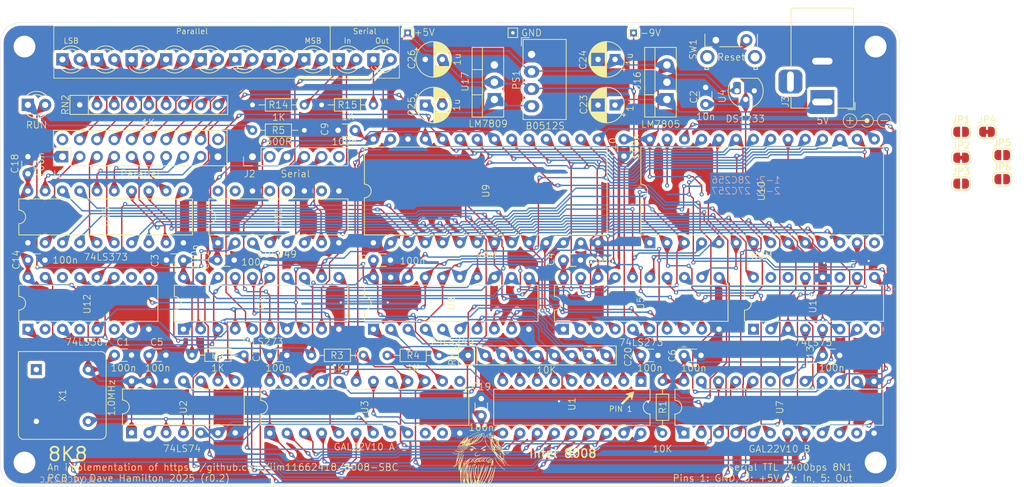
<source format=kicad_pcb>
(kicad_pcb (version 20241229) (generator "pcbnew") (generator_version "9.0")
  (layers (0 "F.Cu" signal) (2 "B.Cu" signal) (13 "F.Paste" user) (15 "B.Paste" user) (5 "F.SilkS" user "F.Silkscreen") (7 "B.SilkS" user "B.Silkscreen") (1 "F.Mask" user) (3 "B.Mask" user) (25 "Edge.Cuts" user))
  (net 0 "")
  (net 1 "Net-(D3-K)")
  (net 2 "Net-(D4-K)")
  (net 3 "Net-(D4-A)")
  (net 4 "Net-(D3-A)")
  (net 7 "/POUT_{1}")
  (net 8 "/POUT_{6}")
  (net 9 "/POUT_{4}")
  (net 10 "/POUT_{2}")
  (net 11 "/POUT_{0}")
  (net 12 "/POUT_{5}")
  (net 13 "/POUT_{3}")
  (net 14 "GND")
  (net 15 "+5V")
  (net 16 "~{RESET}")
  (net 17 "Net-(D1-K)")
  (net 18 "Net-(D1-A)")
  (net 19 "POR")
  (net 20 "Φ1")
  (net 21 "Φ2")
  (net 22 "S_{0}")
  (net 23 "-9V")
  (net 24 "SYNC")
  (net 25 "S_{1}")
  (net 26 "S_{2}")
  (net 27 "~{POR}")
  (net 28 "CC_{2}")
  (net 29 "/~{Running}")
  (net 30 "~{MEMWR}")
  (net 31 "ALL")
  (net 32 "~{IOWR}")
  (net 33 "ALH")
  (net 34 "CC_{1}")
  (net 35 "~{IORD}")
  (net 36 "DBD")
  (net 37 "~{MEMRD}")
  (net 38 "D_{2}")
  (net 39 "D_{4}")
  (net 40 "A_{2}")
  (net 41 "A_{4}")
  (net 42 "A_{5}")
  (net 43 "A_{7}")
  (net 44 "A_{1}")
  (net 45 "A_{3}")
  (net 46 "D_{3}")
  (net 47 "A_{0}")
  (net 48 "D_{1}")
  (net 49 "D_{6}")
  (net 50 "D_{5}")
  (net 51 "D_{0}")
  (net 52 "A_{6}")
  (net 53 "D_{7}")
  (net 54 "A_{8}")
  (net 55 "A_{11}")
  (net 56 "A_{9}")
  (net 57 "A_{13}")
  (net 58 "A_{12}")
  (net 59 "A_{10}")
  (net 60 "OUT_{P2}")
  (net 61 "~{ROMCS}")
  (net 62 "Q2")
  (net 63 "OUT_{P1}")
  (net 64 "~{IN_{P1}}")
  (net 65 "ROM_{A14}")
  (net 66 "ROM_{A13}")
  (net 67 "Q3")
  (net 68 "OUT_{P0}")
  (net 69 "~{RAMCS}")
  (net 70 "~{IN_{P0}}")
  (net 71 "Net-(D5-K)")
  (net 72 "Net-(D5-A)")
  (net 75 "/POUT_{7}")
  (net 76 "Net-(D6-K)")
  (net 77 "Net-(D6-A)")
  (net 78 "Net-(D7-A)")
  (net 79 "Net-(D7-K)")
  (net 80 "Net-(D8-K)")
  (net 81 "Net-(D8-A)")
  (net 82 "Net-(D9-K)")
  (net 83 "Net-(D9-A)")
  (net 84 "Net-(D10-K)")
  (net 85 "Net-(D10-A)")
  (net 86 "Net-(D11-K)")
  (net 87 "Net-(D11-A)")
  (net 90 "Net-(J2-Pin_5)")
  (net 91 "Net-(J2-Pin_4)")
  (net 92 "Net-(U16-VI)")
  (net 93 "Net-(D12-K)")
  (net 94 "Net-(D12-A)")
  (net 110 "Net-(U2A-C)")
  (net 111 "Net-(U2A-D)")
  (net 112 "Net-(U2A-Q)")
  (net 113 "Net-(RN1-R2)")
  (net 114 "Net-(RN1-R6)")
  (net 115 "Net-(RN1-R4)")
  (net 116 "Net-(RN1-R5)")
  (net 117 "Net-(RN1-R8)")
  (net 118 "Net-(RN1-R1)")
  (net 119 "Net-(RN1-R7)")
  (net 120 "Net-(RN1-R3)")
  (net 121 "Net-(U1-READY)")
  (net 127 "Net-(PS1-+Vout)")
  (net 128 "/U10_P_{1}")
  (net 129 "/U10_P_{27}")
  (footprint "Capacitor_THT:C_Disc_D3.0mm_W1.6mm_P2.50mm" (layer "F.Cu") (at 90.3 48.155)
    (property "Reference" "C9")
    (property "Value" "100n")
  )
  (footprint "Package_DIP:DIP-24_W7.62mm" (layer "F.Cu") (at 141.16 92.68 90)
    (property "Reference" "U7")
    (property "Value" "GAL22V10 B")
  )
  (footprint "TestPoint:TestPoint_THTPad_1.0x1.0mm_Drill0.5mm" (layer "F.Cu") (at 100.53 33.83)
    (property "Reference" "TP1" (hide yes))
    (property "Value" "+5V")
  )
  (footprint "Package_DIP:DIP-20_W7.62mm" (layer "F.Cu") (at 123.44 77.4 90)
    (property "Reference" "U5")
    (property "Value" "74LS273")
  )
  (footprint "Capacitor_THT:C_Disc_D3.0mm_W1.6mm_P2.50mm" (layer "F.Cu") (at 143.66 81.25 180)
    (property "Reference" "C6")
    (property "Value" "100n")
  )
  (footprint "Connector_PinHeader_2.54mm:PinHeader_2x10_P2.54mm_Vertical" (layer "F.Cu") (at 49.78 52.04 90)
    (property "Reference" "J1")
    (property "Value" "Parallel")
  )
  (footprint "MountingHole:MountingHole_3.2mm_M3_DIN965_Pad" (layer "F.Cu") (at 44.2 97)
    (property "Reference" "H3" (hide yes))
    (property "Value" "MountingHole_Pad" (hide yes))
  )
  (footprint "Jumper:SolderJumper-2_P1.3mm_Open_RoundedPad1.0x1.5mm" (layer "F.Cu") (at 187.95 51.8)
    (property "Reference" "JP5")
    (property "Value" "27-A14")
  )
  (footprint "Jumper:SolderJumper-2_P1.3mm_Bridged_RoundedPad1.0x1.5mm" (layer "F.Cu") (at 181.9 52.19)
    (property "Reference" "JP2")
    (property "Value" "1-A14")
  )
  (footprint "Capacitor_THT:C_Disc_D3.0mm_W1.6mm_P2.50mm" (layer "F.Cu") (at 44.7 52.04 -90)
    (property "Reference" "C18")
    (property "Value" "100n")
  )
  (footprint "Resistor_THT:R_Axial_DIN0204_L3.6mm_D1.6mm_P7.62mm_Horizontal" (layer "F.Cu") (at 137.9975 85.06 -90)
    (property "Reference" "R1")
    (property "Value" "10K")
  )
  (footprint "Capacitor_THT:C_Disc_D3.0mm_W1.6mm_P2.50mm" (layer "F.Cu") (at 137.335 81.25 180)
    (property "Reference" "C20")
    (property "Value" "100n")
  )
  (footprint "Jumper:SolderJumper-2_P1.3mm_Bridged_RoundedPad1.0x1.5mm" (layer "F.Cu") (at 185.71 48.38)
    (property "Reference" "JP4")
    (property "Value" "27-VCC")
  )
  (footprint "Package_TO_SOT_THT:TO-92_HandSolder" (layer "F.Cu") (at 151.49 42.35 180)
    (property "Reference" "U4")
    (property "Value" "DS1233")
  )
  (footprint "Resistor_THT:R_Axial_DIN0204_L3.6mm_D1.6mm_P7.62mm_Horizontal" (layer "F.Cu") (at 68.83 81.21)
    (property "Reference" "R2")
    (property "Value" "1K")
  )
  (footprint "Resistor_THT:R_Axial_DIN0204_L3.6mm_D1.6mm_P7.62mm_Horizontal" (layer "F.Cu") (at 95.5 44.42 180)
    (property "Reference" "R15")
    (property "Value" "1K")
  )
  (footprint "LED_THT:LED_D3.0mm" (layer "F.Cu") (at 54.86 37.735)
    (property "Reference" "D6")
    (property "Value" "P_{1}")
  )
  (footprint "Resistor_THT:R_Axial_DIN0204_L3.6mm_D1.6mm_P7.62mm_Horizontal" (layer "F.Cu") (at 77.72 48.155)
    (property "Reference" "R5")
    (property "Value" "500R")
  )
  (footprint "Capacitor_THT:C_Disc_D3.0mm_W1.6mm_P2.50mm" (layer "F.Cu") (at 64.98 81.21 180)
    (property "Reference" "C5")
    (property "Value" "100n")
  )
  (footprint "Package_DIP:DIP-16_W7.62mm" (layer "F.Cu") (at 72.64 64.7 90)
    (property "Reference" "U11")
    (property "Value" "CD4049")
  )
  (footprint "Package_DIP:DIP-28_W15.24mm" (layer "F.Cu") (at 136.14 64.7 90)
    (property "Reference" "U10")
    (property "Value" "ROM")
  )
  (footprint "Connector_BarrelJack:BarrelJack_Horizontal" (layer "F.Cu") (at 161.5 44 -90)
    (property "Reference" "J3")
    (property "Value" "5V")
  )
  (footprint "Package_DIP:DIP-18_W7.62mm" (layer "F.Cu") (at 134.835 85.06 -90)
    (property "Reference" "U1")
    (property "Value" "Intel 8008")
  )
  (footprint "Package_DIP:DIP-28_W15.24mm" (layer "F.Cu") (at 95.5 64.7 90)
    (property "Reference" "U9")
    (property "Value" "RAM")
  )
  (footprint "Resistor_THT:R_Axial_DIN0204_L3.6mm_D1.6mm_P7.62mm_Horizontal" (layer "F.Cu") (at 86.388333 81.25)
    (property "Reference" "R3")
    (property "Value" "1K")
  )
  (footprint "Jumper:SolderJumper-2_P1.3mm_Open_RoundedPad1.0x1.5mm" (layer "F.Cu") (at 187.95 55.35)
    (property "Reference" "JP6")
    (property "Value" "27-GND")
  )
  (footprint "TestPoint:TestPoint_THTPad_1.0x1.0mm_Drill0.5mm" (layer "F.Cu") (at 133.75 33.83)
    (property "Reference" "TP3" (hide yes))
    (property "Value" "-9V")
  )
  (footprint "Button_Switch_THT:SW_Tactile_SPST_Angled_PTS645Vx58-2LFS" (layer "F.Cu") (at 145.84 34.9025)
    (property "Reference" "SW1")
    (property "Value" "Reset")
  )
  (footprint "LED_THT:LED_D3.0mm" (layer "F.Cu") (at 95.5 37.735)
    (property "Reference" "D4")
    (property "Value" "SERIAL_{OUT}")
  )
  (footprint "Resistor_THT:R_Array_SIP9" (layer "F.Cu") (at 52.32 44.42)
    (property "Reference" "RN2")
    (property "Value" "1K")
  )
  (footprint "Package_DIP:DIP-14_W7.62mm" (layer "F.Cu") (at 59.94 92.64 90)
    (property "Reference" "U2")
    (property "Value" "74LS74")
  )
  (footprint "LED_THT:LED_D3.0mm" (layer "F.Cu") (at 70.1 37.735)
    (property "Reference" "D9")
    (property "Value" "P_{4}")
  )
  (footprint "Capacitor_THT:C_Disc_D3.0mm_W1.6mm_P2.50mm" (layer "F.Cu") (at 57.44 81.21)
    (property "Reference" "C1")
    (property "Value" "100n")
  )
  (footprint "Package_DIP:DIP-20_W7.62mm" (layer "F.Cu") (at 95.5 77.4 90)
    (property "Reference" "U8")
    (property "Value" "74LS245")
  )
  (footprint "Footprints:crankery_small" (layer "F.Cu") (at 111.035801 96.54)
    (property "Reference" "G***" (hide yes))
    (property "Value" "LOGO" (hide yes))
  )
  (footprint "Package_TO_SOT_THT:TO-220-3_Vertical" (layer "F.Cu") (at 113.28 43.62875 90)
    (property "Reference" "U17")
    (property "Value" "LM7809")
  )
  (footprint "LED_THT:LED_D3.0mm" (layer "F.Cu") (at 65.02 37.735)
    (property "Reference" "D8")
    (property "Value" "P_{3}")
  )
  (footprint "Resistor_THT:R_Axial_DIN0204_L3.6mm_D1.6mm_P7.62mm_Horizontal" (layer "F.Cu") (at 85.34 44.42 180)
    (property "Reference" "R14")
    (property "Value" "1K")
  )
  (footprint "MountingHole:MountingHole_3.2mm_M3_DIN965_Pad" (layer "F.Cu") (at 169.335 35.85)
    (property "Reference" "H2" (hide yes))
    (property "Value" "MountingHole_Pad" (hide yes))
  )
  (footprint "LED_THT:LED_D3.0mm" (layer "F.Cu") (at 75.18 37.735)
    (property "Reference" "D10")
    (property "Value" "P_{5}")
  )
  (footprint "MountingHole:MountingHole_3.2mm_M3_DIN965_Pad" (layer "F.Cu") (at 169.335 97)
    (property "Reference" "H4" (hide yes))
    (property "Value" "MountingHole_Pad" (hide yes))
  )
  (footprint "Package_DIP:DIP-16_W7.62mm" (layer "F.Cu") (at 44.7 77.4 90)
    (property "Reference" "U12")
    (property "Value" "74LS367")
  )
  (footprint "Connector_PinHeader_2.54mm:PinHeader_1x06_P2.54mm_Vertical" (layer "F.Cu") (at 77.72 52.04 90)
    (property "Reference" "J2")
    (property "Value" "Serial")
  )
  (footprint "LED_THT:LED_D3.0mm" (layer "F.Cu") (at 44.7 44.42)
    (property "Reference" "D1")
    (property "Value" "RUN")
  )
  (footprint "LED_THT:LED_D3.0mm" (layer "F.Cu") (at 80.26 37.735)
    (property "Reference" "D11")
    (property "Value" "P_{6}")
  )
  (footprint "Capacitor_THT:C_Disc_D3.0mm_W1.6mm_P2.50mm" (layer "F.Cu") (at 75.03 67.24 180)
    (property "Reference" "C11")
    (property "Value" "100n")
  )
  (footprint "Capacitor_THT:C_Disc_D3.0mm_W1.6mm_P2.50mm" (layer "F.Cu") (at 47.2 67.24 180)
    (property "Reference" "C14")
    (property "Value" "100n")
  )
  (footprint "LED_THT:LED_D3.0mm" (layer "F.Cu") (at 49.78 37.735)
    (property "Reference" "D5")
    (property "Value" "P_{0}")
  )
  (footprint "Capacitor_THT:C_Disc_D3.0mm_W1.6mm_P2.50mm" (layer "F.Cu") (at 144.34 44.35 90)
    (property "Reference" "C2")
    (property "Value" "10n")
  )
  (footprint "Capacitor_THT:C_Disc_D3.0mm_W1.6mm_P2.50mm" (layer "F.Cu") (at 82.76 81.25 180)
    (property "Reference" "C7")
    (property "Value" "100n")
  )
  (footprint "Capacitor_THT:C_Disc_D3.0mm_W1.6mm_P2.50mm" (layer "F.Cu") (at 98 67.24 180)
    (property "Reference" "C8")
    (property "Value" "100n")
  )
  (footprint "Capacitor_THT:C_Disc_D3.0mm_W1.6mm_P2.50mm" (layer "F.Cu") (at 164.04 81.25 180)
    (property "Reference" "C13")
    (property "Value" "100n")
  )
  (footprint "Resistor_THT:R_Array_SIP9" (layer "F.Cu") (at 109.435 81.25)
    (property "Reference" "RN1")
    (property "Value" "10K")
  )
  (footprint "Converter_DCDC:Converter_DCDC_Murata_MEE1SxxxxSC_THT" (layer "F.Cu") (at 118.75 37)
    (property "Reference" "PS1")
    (property "Value" "B0512S")
  )
  (footprint "LED_THT:LED_D3.0mm" (layer "F.Cu") (at 85.34 37.735)
    (property "Reference" "D12")
    (property "Value" "P_{7}")
  )
  (footprint "Capacitor_THT:C_Disc_D3.0mm_W1.6mm_P2.50mm" (layer "F.Cu") (at 65.06 67.24)
    (property "Reference" "C3")
    (property "Value" "100n")
  )
  (footprint "Capacitor_THT:CP_Radial_D5.0mm_P2.50mm" (layer "F.Cu") (at 103.12 37.735)
    (property "Reference" "C26")
    (property "Value" "1u")
  )
  (footprint "Capacitor_THT:C_Disc_D3.0mm_W1.6mm_P2.50mm" (layer "F.Cu") (at 132.33 51.96 90)
    (property "Reference" "C10")
    (property "Value" "100n")
  )
  (footprint "Capacitor_THT:CP_Radial_D5.0mm_P2.50mm" (layer "F.Cu") (at 131.02 37.735 180)
    (property "Reference" "C24")
    (property "Value" "1u")
  )
  (footprint "Oscillator:Oscillator_DIP-8" (layer "F.Cu") (at 45.94 83.33 -90)
    (property "Reference" "X1")
    (property "Value" "1.0MHz")
  )
  (footprint "Jumper:SolderJumper-2_P1.3mm_Open_RoundedPad1.0x1.5mm" (layer "F.Cu") (at 181.9 48.38)
    (property "Reference" "JP1")
    (property "Value" "1-VCC")
  )
  (footprint "Package_TO_SOT_THT:TO-220-3_Vertical" (layer "F.Cu") (at 138.65 43.62875 90)
    (property "Reference" "U16")
    (property "Value" "LM7805")
  )
  (footprint "Jumper:SolderJumper-2_P1.3mm_Open_RoundedPad1.0x1.5mm" (layer "F.Cu") (at 181.9 56)
    (property "Reference" "JP3")
    (property "Value" "1-GND")
  )
  (footprint "Capacitor_THT:C_Disc_D3.0mm_W1.6mm_P2.50mm" (layer "F.Cu") (at 111.3575 87.61 -90)
    (property "Reference" "C19")
    (property "Value" "100n")
  )
  (footprint "Resistor_THT:R_Axial_DIN0204_L3.6mm_D1.6mm_P7.62mm_Horizontal" (layer "F.Cu") (at 105.156666 81.25 180)
    (property "Reference" "R4")
    (property "Value" "1K")
  )
  (footprint "MountingHole:MountingHole_3.2mm_M3_DIN965_Pad" (layer "F.Cu") (at 44.2 35.85)
    (property "Reference" "H1" (hide yes))
    (property "Value" "MountingHole_Pad" (hide yes))
  )
  (footprint "Capacitor_THT:C_Disc_D3.0mm_W1.6mm_P2.50mm" (layer "F.Cu") (at 125.94 67.24 180)
    (property "Reference" "C4")
    (property "Value" "100n")
  )
  (footprint "Package_DIP:DIP-16_W7.62mm" (layer "F.Cu") (at 151.38 77.4 90)
    (property "Reference" "U13")
    (property "Value" "74LS75")
  )
  (footprint "Capacitor_THT:CP_Radial_D5.0mm_P2.50mm" (layer "F.Cu") (at 103.12 44.4425)
    (property "Reference" "C25")
    (property "Value" "1u")
  )
  (footprint "LED_THT:LED_D3.0mm" (layer "F.Cu") (at 90.42 37.735)
    (property "Reference" "D3")
    (property "Value" "SERIAL_{IN}")
  )
  (footprint "TestPoint:TestPoint_THTPad_1.0x1.0mm_Drill0.5mm" (layer "F.Cu") (at 116 33.83)
    (property "Reference" "TP2" (hide yes))
    (property "Value" "GND")
  )
  (footprint "Package_DIP:DIP-24_W7.62mm" (layer "F.Cu") (at 80.26 92.68 90)
    (property "Reference" "U3")
    (property "Value" "GAL22V10 A")
  )
  (footprint "Package_DIP:DIP-20_W7.62mm" (layer "F.Cu") (at 67.56 77.4 90)
    (property "Reference" "U6")
    (property "Value" "74LS273")
  )
  (footprint "Capacitor_THT:CP_Radial_D5.0mm_P2.50mm" (layer "F.Cu") (at 131.02 44.4425 180)
    (property "Reference" "C23")
    (property "Value" "1u")
  )
  (footprint "Package_DIP:DIP-20_W7.62mm" (layer "F.Cu") (at 44.7 64.7 90)
    (property "Reference" "U15")
    (property "Value" "74LS373")
  )
  (footprint "LED_THT:LED_D3.0mm" (layer "F.Cu") (at 59.94 37.735)
    (property "Reference" "D7")
    (property "Value" "P_{2}")
  )
  (gr_line (start 165.564589 47.24) (end 165.564589 46.74) (stroke (width 0.1)) (layer "F.SilkS"))
  (gr_line (start 165.564589 46.74) (end 165.064589 46.74) (stroke (width 0.1)) (layer "F.SilkS"))
  (gr_line (start 169.087853 46.74) (end 169.587853 46.74) (stroke (width 0.1)) (layer "F.SilkS"))
  (gr_line (start 99.31 32.8) (end 48.51 32.8) (stroke (width 0.1)) (layer "F.SilkS"))
  (gr_circle (center 168.065038 46.74) (end 168.365038 46.74) (stroke (width 0.1)) (fill yes) (layer "F.SilkS"))
  (gr_poly (pts (xy 132.649462 86.944437) (xy 133.144437 87.1) (xy 131.928213 88.316224) (xy 132.083777 88.471788) (xy 133.3 87.241422) (xy 133.490919 87.743468) (xy 133.780833 86.605026)) (stroke (width 0.1)) (fill yes) (layer "F.SilkS"))
  (gr_line (start 165.564589 46.74) (end 166.064589 46.74) (stroke (width 0.1)) (layer "F.SilkS"))
  (gr_circle (center 165.564589 46.74) (end 166.564589 46.71) (stroke (width 0.1)) (fill no) (layer "F.SilkS"))
  (gr_line (start 170.588302 46.74) (end 170.088302 46.74) (stroke (width 0.1)) (layer "F.SilkS"))
  (gr_line (start 48.51 32.8) (end 48.51 40.5) (stroke (width 0.1)) (layer "F.SilkS"))
  (gr_line (start 89.15 32.8) (end 89.15 40) (stroke (width 0.1)) (layer "F.SilkS"))
  (gr_line (start 167.765038 46.74) (end 166.565038 46.74) (stroke (width 0.1)) (layer "F.SilkS"))
  (gr_line (start 99.31 32.8) (end 99.31 40.5) (stroke (width 0.1)) (layer "F.SilkS"))
  (gr_arc (start 167.27322 46.242811) (mid 169 46.744232) (end 167.268751 47.23) (stroke (width 0.1)) (layer "F.SilkS"))
  (gr_line (start 170.588302 46.74) (end 171.088302 46.74) (stroke (width 0.1)) (layer "F.SilkS"))
  (gr_circle (center 170.588302 46.74) (end 171.588302 46.71) (stroke (width 0.1)) (fill no) (layer "F.SilkS"))
  (gr_line (start 165.564589 46.74) (end 165.564589 46.24) (stroke (width 0.1)) (layer "F.SilkS"))
  (gr_line (start 99.31 40.5) (end 48.51 40.5) (stroke (width 0.1)) (layer "F.SilkS"))
  (gr_arc (start 40.65 35.3) (mid 41.52868 33.17868) (end 43.65 32.3) (stroke (width 0.05)) (layer "Edge.Cuts"))
  (gr_arc (start 169.95 32.3) (mid 172.025351 33.159635) (end 172.885 35.23498) (stroke (width 0.05)) (layer "Edge.Cuts"))
  (gr_arc (start 172.885 97.55) (mid 172.00632 99.67132) (end 169.885 100.55) (stroke (width 0.05)) (layer "Edge.Cuts"))
  (gr_line (start 43.65 32.3) (end 169.95 32.3) (stroke (width 0.05)) (layer "Edge.Cuts"))
  (gr_arc (start 43.65 100.55) (mid 41.52868 99.67132) (end 40.65 97.55) (stroke (width 0.05)) (layer "Edge.Cuts"))
  (gr_line (start 172.885 35.23498) (end 172.885 97.55) (stroke (width 0.05)) (layer "Edge.Cuts"))
  (gr_line (start 169.885 100.55) (end 43.65 100.55) (stroke (width 0.05)) (layer "Edge.Cuts"))
  (gr_line (start 40.65 97.55) (end 40.65 35.3) (stroke (width 0.05)) (layer "Edge.Cuts"))
  (gr_text "In" (at 91.695 35 0) (layer "F.SilkS") (effects (font (size 0.8 0.8) (thickness 0.1))))
  (gr_text "Serial TTL 2400bps 8N1\nPins 1: GND, 3: +5V, 4: In, 5: Out" (at 166 99.888 0) (layer "F.SilkS") (effects (font (size 1 1) (thickness 0.1)) (justify right bottom)))
  (gr_text "An implementation of https://github.com/jim11662418/8008-SBC\nPCB by Dave Hamilton 2025 (r0.2)" (at 47.5 99.888 0) (layer "F.SilkS") (effects (font (size 1 1) (thickness 0.1)) (justify left bottom)))
  (gr_text "MSB" (at 86.615 35 0) (layer "F.SilkS") (effects (font (size 0.8 0.8) (thickness 0.1))))
  (gr_text "Out" (at 96.775 35 0) (layer "F.SilkS") (effects (font (size 0.8 0.8) (thickness 0.1))))
  (gr_text "PIN 1" (at 133.6 89.6 0) (layer "F.SilkS") (effects (font (size 0.8 0.8) (thickness 0.1)) (justify right bottom)))
  (gr_text "8K8" (at 47.5 95.77 0) (layer "F.SilkS") (effects (font (size 2 2) (thickness 0.25)) (justify left)))
  (gr_text "LSB" (at 51.055 35 0) (layer "F.SilkS") (effects (font (size 0.8 0.8) (thickness 0.1))))
  (gr_text "Serial" (at 94.235 33.60325 0) (layer "F.SilkS") (effects (font (size 0.8 0.8) (thickness 0.1))))
  (gr_text "Parallel" (at 68.83 33.60325 0) (layer "F.SilkS") (effects (font (size 0.8 0.8) (thickness 0.1))))
  (gr_text "1-2: 28C256\n2-3: 27C257" (at 150.27 56.275001 0) (layer "B.SilkS") (effects (font (size 1 1) (thickness 0.1)) (justify mirror)))
  (gr_text "JLCJLCJLCJLC" (at 54.7 100 -0) (layer "B.SilkS") (effects (font (size 0.8 0.8) (thickness 0.1)) (justify left bottom mirror)))
  (segment (start 90.42 39.34) (end 85.34 44.42) (width 0.2) (layer "F.Cu") (net 1))
  (segment (start 90.42 37.735) (end 90.42 39.34) (width 0.2) (layer "F.Cu") (net 1))
  (segment (start 95.5 37.735) (end 95.5 44.42) (width 0.2) (layer "F.Cu") (net 2))
  (segment (start 81.55 54.916346) (end 83.95 52.516346) (width 0.2) (layer "F.Cu") (net 3))
  (segment (start 81.55 63.41) (end 81.55 54.916346) (width 0.2) (layer "F.Cu") (net 3))
  (segment (start 83.95 41.7) (end 84.725 40.925) (width 0.2) (layer "F.Cu") (net 3))
  (segment (start 80.26 64.7) (end 81.55 63.41) (width 0.2) (layer "F.Cu") (net 3))
  (segment (start 83.95 52.516346) (end 83.95 41.7) (width 0.2) (layer "F.Cu") (net 3))
  (via (at 84.725 40.925) (size 0.6) (drill 0.3) (layers "F.Cu" "B.Cu") (net 3))
  (segment (start 84.725 40.925) (end 84.9 40.75) (width 0.2) (layer "B.Cu") (net 3))
  (segment (start 84.9 40.75) (end 95.025 40.75) (width 0.2) (layer "B.Cu") (net 3))
  (segment (start 95.025 40.75) (end 98.04 37.735) (width 0.2) (layer "B.Cu") (net 3))
  (segment (start 91.57 47.709365) (end 91.54 47.679365) (width 0.2) (layer "F.Cu") (net 4))
  (segment (start 91.54 62.86) (end 91.54 52.546346) (width 0.2) (layer "F.Cu") (net 4))
  (segment (start 91.54 39.155) (end 92.96 37.735) (width 0.2) (layer "F.Cu") (net 4))
  (segment (start 91.54 52.546346) (end 91.57 52.516346) (width 0.2) (layer "F.Cu") (net 4))
  (segment (start 91 63.4) (end 91.54 62.86) (width 0.2) (layer "F.Cu") (net 4))
  (segment (start 91.57 52.516346) (end 91.57 47.709365) (width 0.2) (layer "F.Cu") (net 4))
  (segment (start 91.54 47.679365) (end 91.54 39.155) (width 0.2) (layer "F.Cu") (net 4))
  (via (at 91 63.4) (size 0.6) (drill 0.3) (layers "F.Cu" "B.Cu") (net 4))
  (segment (start 91 63.4) (end 90.8 63.2) (width 0.2) (layer "B.Cu") (net 4))
  (segment (start 86.84 63.2) (end 85.34 64.7) (width 0.2) (layer "B.Cu") (net 4))
  (segment (start 90.8 63.2) (end 86.84 63.2) (width 0.2) (layer "B.Cu") (net 4))
  (segment (start 53.76 53.14) (end 53.76 63.6) (width 0.2) (layer "F.Cu") (net 7))
  (segment (start 54.86 52.04) (end 53.76 53.14) (width 0.2) (layer "F.Cu") (net 7))
  (segment (start 53.76 63.6) (end 54.86 64.7) (width 0.2) (layer "F.Cu") (net 7))
  (segment (start 54.86 54.64) (end 54.86 57.08) (width 0.2) (layer "F.Cu") (net 8))
  (segment (start 55.4 54.1) (end 54.86 54.64) (width 0.2) (layer "F.Cu") (net 8))
  (via (at 55.4 54.1) (size 0.6) (drill 0.3) (layers "F.Cu" "B.Cu") (net 8))
  (segment (start 55.6 54.3) (end 65.3 54.3) (width 0.2) (layer "B.Cu") (net 8))
  (segment (start 55.4 54.1) (end 55.6 54.3) (width 0.2) (layer "B.Cu") (net 8))
  (segment (start 65.3 54.3) (end 67.56 52.04) (width 0.2) (layer "B.Cu") (net 8))
  (segment (start 62.48 54.54) (end 65.02 57.08) (width 0.2) (layer "F.Cu") (net 9))
  (segment (start 62.48 52.04) (end 62.48 54.54) (width 0.2) (layer "F.Cu") (net 9))
  (segment (start 56.3 63.6) (end 57.4 64.7) (width 0.2) (layer "F.Cu") (net 10))
  (segment (start 56.3 53.14) (end 56.3 63.6) (width 0.2) (layer "F.Cu") (net 10))
  (segment (start 57.4 52.04) (end 56.3 53.14) (width 0.2) (layer "F.Cu") (net 10))
  (segment (start 48.625 55.735) (end 48.625 63.235) (width 0.2) (layer "F.Cu") (net 11))
  (segment (start 52.32 52.04) (end 48.625 55.735) (width 0.2) (layer "F.Cu") (net 11))
  (segment (start 48.625 63.235) (end 47.24 64.62) (width 0.2) (layer "F.Cu") (net 11))
  (segment (start 57.4 57.08) (end 57.4 54) (width 0.2) (layer "F.Cu") (net 12))
  (segment (start 57.4 54) (end 57.7 53.7) (width 0.2) (layer "F.Cu") (net 12))
  (via (at 57.7 53.7) (size 0.6) (drill 0.3) (layers "F.Cu" "B.Cu") (net 12))
  (segment (start 57.9 53.9) (end 64.4 53.9) (width 0.2) (layer "B.Cu") (net 12))
  (segment (start 57.7 53.7) (end 57.9 53.9) (width 0.2) (layer "B.Cu") (net 12))
  (segment (start 64.4 53.9) (end 65.02 53.28) (width 0.2) (layer "B.Cu") (net 12))
  (segment (start 65.02 53.28) (end 65.02 52.04) (width 0.2) (layer "B.Cu") (net 12))
  (segment (start 61.04 58.34) (end 64.835123 62.135123) (width 0.2) (layer "F.Cu") (net 13))
  (segment (start 64.835123 62.135123) (end 64.835123 64.515123) (width 0.2) (layer "F.Cu") (net 13))
  (segment (start 61.04 53.14) (end 61.04 58.34) (width 0.2) (layer "F.Cu") (net 13))
  (segment (start 59.94 52.04) (end 61.04 53.14) (width 0.2) (layer "F.Cu") (net 13))
  (segment (start 161.54 67.881271) (end 161.54 69.78) (width 0.2) (layer "F.Cu") (net 14))
  (segment (start 122.79 88) (end 123.235 87.555) (width 0.2) (layer "F.Cu") (net 14))
  (segment (start 119.8 68.6) (end 119.8 74.32959) (width 0.2) (layer "F.Cu") (net 14))
  (segment (start 136.3 82.285) (end 137.335 81.25) (width 0.2) (layer "F.Cu") (net 14))
  (segment (start 90.42 73.77) (end 90.42 77.4) (width 0.2) (layer "F.Cu") (net 14))
  (segment (start 123.235 87.555) (end 123.235 84.324314) (width 0.2) (layer "F.Cu") (net 14))
  (segment (start 128.5 66.4) (end 128.5 64.72) (width 0.2) (layer "F.Cu") (net 14))
  (segment (start 97.61 73.48) (end 98.04 73.05) (width 0.2) (layer "F.Cu") (net 14))
  (segment (start 121.035 80.075) (end 118.36 77.4) (width 0.2) (layer "F.Cu") (net 14))
  (segment (start 90.71 73.48) (end 90.42 73.77) (width 0.2) (layer "F.Cu") (net 14))
  (segment (start 89.85 82.68) (end 90.42 82.11) (width 0.2) (layer "F.Cu") (net 14))
  (segment (start 168.32 67.36) (end 169.16 66.52) (width 0.2) (layer "F.Cu") (net 14))
  (segment (start 119.6 68.4) (end 119.8 68.6) (width 0.2) (layer "F.Cu") (net 14))
  (segment (start 136.3 87.7) (end 136.3 82.285) (width 0.2) (layer "F.Cu") (net 14))
  (segment (start 90.42 82.11) (end 90.42 77.4) (width 0.2) (layer "F.Cu") (net 14))
  (segment (start 119.8 74.32959) (end 118.36 75.76959) (width 0.2) (layer "F.Cu") (net 14))
  (segment (start 161.771271 67.65) (end 161.54 67.881271) (width 0.2) (layer "F.Cu") (net 14))
  (segment (start 118.36 75.76959) (end 118.36 77.4) (width 0.2) (layer "F.Cu") (net 14))
  (segment (start 98.04 73.05) (end 98.04 69.78) (width 0.2) (layer "F.Cu") (net 14))
  (segment (start 98.04 67.32) (end 98.04 69.78) (width 0.2) (layer "F.Cu") (net 14))
  (segment (start 135.9 88.1) (end 136.3 87.7) (width 0.2) (layer "F.Cu") (net 14))
  (segment (start 121.035 82.124314) (end 121.035 80.075) (width 0.2) (layer "F.Cu") (net 14))
  (segment (start 98 67.24) (end 95.5 64.74) (width 0.2) (layer "F.Cu") (net 14))
  (segment (start 123.235 84.324314) (end 121.035 82.124314) (width 0.2) (layer "F.Cu") (net 14))
  (via (at 128.5 66.4) (size 0.6) (drill 0.3) (layers "F.Cu" "B.Cu") (net 14))
  (via (at 122.79 88) (size 0.6) (drill 0.3) (layers "F.Cu" "B.Cu") (net 14))
  (via (at 168.32 67.36) (size 0.6) (drill 0.3) (layers "F.Cu" "B.Cu") (net 14))
  (via (at 135.9 88.1) (size 0.6) (drill 0.3) (layers "F.Cu" "B.Cu") (net 14))
  (via (at 89.85 82.68) (size 0.6) (drill 0.3) (layers "F.Cu" "B.Cu") (net 14))
  (via (at 161.771271 67.65) (size 0.6) (drill 0.3) (layers "F.Cu" "B.Cu") (net 14))
  (via (at 97.61 73.48) (size 0.6) (drill 0.3) (layers "F.Cu" "B.Cu") (net 14))
  (via (at 119.6 68.4) (size 0.6) (drill 0.3) (layers "F.Cu" "B.Cu") (net 14))
  (via (at 90.71 73.48) (size 0.6) (drill 0.3) (layers "F.Cu" "B.Cu") (net 14))
  (segment (start 84.19 82.68) (end 82.76 81.25) (width 0.2) (layer "B.Cu") (net 14))
  (segment (start 119.6 68.4) (end 119.8 68.6) (width 0.2) (layer "B.Cu") (net 14))
  (segment (start 135.9 88.1) (end 135.6 87.8) (width 0.2) (layer "B.Cu") (net 14))
  (segment (start 135.6 87.8) (end 122.99 87.8) (width 0.2) (layer "B.Cu") (net 14))
  (segment (start 126.78 66.4) (end 128.5 66.4) (width 0.2) (layer "B.Cu") (net 14))
  (segment (start 137.335 81.25) (end 138.435 80.15) (width 0.2) (layer "B.Cu") (net 14))
  (segment (start 122.79 88) (end 122.59 87.8) (width 0.2) (layer "B.Cu") (net 14))
  (segment (start 122.99 87.8) (end 122.79 88) (width 0.2) (layer "B.Cu") (net 14))
  (segment (start 90.91 73.28) (end 97.41 73.28) (width 0.2) (layer "B.Cu") (net 14))
  (segment (start 161.971271 67.45) (end 168.23 67.45) (width 0.2) (layer "B.Cu") (net 14))
  (segment (start 90.71 73.48) (end 90.91 73.28) (width 0.2) (layer "B.Cu") (net 14))
  (segment (start 89.85 82.68) (end 84.19 82.68) (width 0.2) (layer "B.Cu") (net 14))
  (segment (start 142.56 80.15) (end 143.66 81.25) (width 0.2) (layer "B.Cu") (net 14))
  (segment (start 124.58 68.6) (end 125.94 67.24) (width 0.2) (layer "B.Cu") (net 14))
  (segment (start 125.94 67.24) (end 126.78 66.4) (width 0.2) (layer "B.Cu") (net 14))
  (segment (start 168.23 67.45) (end 168.32 67.36) (width 0.2) (layer "B.Cu") (net 14))
  (segment (start 122.59 87.8) (end 111.5475 87.8) (width 0.2) (layer "B.Cu") (net 14))
  (segment (start 138.435 80.15) (end 142.56 80.15) (width 0.2) (layer "B.Cu") (net 14))
  (segment (start 97.41 73.28) (end 97.61 73.48) (width 0.2) (layer "B.Cu") (net 14))
  (segment (start 119.8 68.6) (end 124.58 68.6) (width 0.2) (layer "B.Cu") (net 14))
  (segment (start 90.42 64.7) (end 95.5 64.7) (width 0.2) (layer "B.Cu") (net 14))
  (segment (start 161.771271 67.65) (end 161.971271 67.45) (width 0.2) (layer "B.Cu") (net 14))
  (segment (start 111.83 92.68) (end 111.3575 92.2075) (width 0.2) (layer "F.Cu") (net 15))
  (segment (start 44.7 57.08) (end 42.6 59.18) (width 0.2) (layer "F.Cu") (net 15))
  (segment (start 53.56 73.31) (end 53.56 83.33) (width 0.2) (layer "F.Cu") (net 15))
  (segment (start 101.67 75.618529) (end 101.67 76.934365) (width 0.2) (layer "F.Cu") (net 15))
  (segment (start 95.5 67.24) (end 95.5 69.78) (width 0.2) (layer "F.Cu") (net 15))
  (segment (start 136.2 74.9) (end 137.25 75.95) (width 0.2) (layer "F.Cu") (net 15))
  (segment (start 138.435 80.165) (end 138.435 84.6225) (width 0.2) (layer "F.Cu") (net 15))
  (segment (start 71.54 56.37) (end 71.54 63.6) (width 0.2) (layer "F.Cu") (net 15))
  (segment (start 42.6 65.14) (end 44.7 67.24) (width 0.2) (layer "F.Cu") (net 15))
  (segment (start 111.3575 92.2075) (end 111.3575 90.11) (width 0.2) (layer "F.Cu") (net 15))
  (segment (start 123.44 74.76) (end 123.44 69.78) (width 0.2) (layer "F.Cu") (net 15))
  (segment (start 123.3 74.9) (end 123.44 74.76) (width 0.2) (layer "F.Cu") (net 15))
  (segment (start 94.265 49.46) (end 92.96 48.155) (width 0.2) (layer "F.Cu") (net 15))
  (segment (start 109.435 74.965) (end 109.435 81.25) (width 0.2) (layer "F.Cu") (net 15))
  (segment (start 100.53 33.83) (end 99.43 34.93) (width 0.2) (layer "F.Cu") (net 15))
  (segment (start 80.26 81.25) (end 80.26 85.06) (width 0.2) (layer "F.Cu") (net 15))
  (segment (start 143.76 56.265) (end 143.76 57.575001) (width 0.2) (layer "F.Cu") (net 15))
  (segment (start 96.14 70.42) (end 95.5 69.78) (width 0.2) (layer "F.Cu") (net 15))
  (segment (start 123.44 67.24) (end 123.44 69.78) (width 0.2) (layer "F.Cu") (net 15))
  (segment (start 95.5 49.46) (end 94.265 49.46) (width 0.2) (layer "F.Cu") (net 15))
  (segment (start 71.54 63.6) (end 72.64 64.7) (width 0.2) (layer "F.Cu") (net 15))
  (segment (start 53.56 83.33) (end 55.32 83.33) (width 0.2) (layer "F.Cu") (net 15))
  (segment (start 86.66 70.56) (end 86.55 70.67) (width 0.2) (layer "F.Cu") (net 15))
  (segment (start 142.470001 54.975001) (end 143.76 56.265) (width 0.2) (layer "F.Cu") (net 15))
  (segment (start 67.56 92.64) (end 67.56 90.1) (width 0.2) (layer "F.Cu") (net 15))
  (segment (start 72.87 55.04) (end 71.54 56.37) (width 0.2) (layer "F.Cu") (net 15))
  (segment (start 101.351471 75.3) (end 101.67 75.618529) (width 0.2) (layer "F.Cu") (net 15))
  (segment (start 136.13 49.47) (end 136.13 54.97) (width 0.2) (layer "F.Cu") (net 15))
  (segment (start 137.35 48.25) (end 136.14 49.46) (width 0.2) (layer "F.Cu") (net 15))
  (segment (start 101.68 77.773334) (end 105.156666 81.25) (width 0.2) (layer "F.Cu") (net 15))
  (segment (start 138.65 38.54875) (end 137.35 39.84875) (width 0.2) (layer "F.Cu") (net 15))
  (segment (start 44.7 57.08) (end 44.7 54.54) (width 0.2) (layer "F.Cu") (net 15))
  (segment (start 51.15 70.9) (end 53.56 73.31) (width 0.2) (layer "F.Cu") (net 15))
  (segment (start 109.32 88.71) (end 109.32 81.365) (width 0.2) (layer "F.Cu") (net 15))
  (segment (start 67.56 90.1) (end 62.48 85.02) (width 0.2) (layer "F.Cu") (net 15))
  (segment (start 72.53 67.24) (end 72.53 64.81) (width 0.2) (layer "F.Cu") (net 15))
  (segment (start 138.435 84.6225) (end 137.9975 85.06) (width 0.2) (layer "F.Cu") (net 15))
  (segment (start 110.72 90.11) (end 109.32 88.71) (width 0.2) (layer "F.Cu") (net 15))
  (segment (start 59.94 85.02) (end 59.94 92.64) (width 0.2) (layer "F.Cu") (net 15))
  (segment (start 99.43 39.16) (end 96.94 41.65) (width 0.2) (layer "F.Cu") (net 15))
  (segment (start 141.92 54.975001) (end 142.470001 54.975001) (width 0.2) (layer "F.Cu") (net 15))
  (segment (start 137.25 78.98) (end 138.435 80.165) (width 0.2) (layer "F.Cu") (net 15))
  (segment (start 96.94 48.02) (end 95.5 49.46) (width 0.2) (layer "F.Cu") (net 15))
  (segment (start 62.48 81.21) (end 62.48 85.02) (width 0.2) (layer "F.Cu") (net 15))
  (segment (start 42.6 59.18) (end 42.6 65.14) (width 0.2) (layer "F.Cu") (net 15))
  (segment (start 68.83 71.05) (end 67.56 69.78) (width 0.2) (layer "F.Cu") (net 15))
  (segment (start 141.16 85.06) (end 137.9975 85.06) (width 0.2) (layer "F.Cu") (net 15))
  (segment (start 86.55 70.67) (end 86.55 81.088333) (width 0.2) (layer "F.Cu") (net 15))
  (segment (start 44.7 69.78) (end 44.7 67.24) (width 0.2) (layer "F.Cu") (net 15))
  (segment (start 68.83 81.21) (end 68.83 71.05) (width 0.2) (layer "F.Cu") (net 15))
  (segment (start 99.43 34.93) (end 99.43 39.16) (width 0.2) (layer "F.Cu") (net 15))
  (segment (start 67.56 67.24) (end 67.56 69.78) (width 0.2) (layer "F.Cu") (net 15))
  (segment (start 101.67 76.934365) (end 101.68 76.944365) (width 0.2) (layer "F.Cu") (net 15))
  (segment (start 101.68 76.944365) (end 101.68 77.773334) (width 0.2) (layer "F.Cu") (net 15))
  (segment (start 161.54 81.25) (end 161.54 77.4) (width 0.2) (layer "F.Cu") (net 15))
  (segment (start 110.3 74.1) (end 109.435 74.965) (width 0.2) (layer "F.Cu") (net 15))
  (segment (start 141.16 81.25) (end 141.16 85.06) (width 0.2) (layer "F.Cu") (net 15))
  (segment (start 114.515 92.68) (end 111.83 92.68) (width 0.2) (layer "F.Cu") (net 15))
  (segment (start 96.54 75.3) (end 96.14 74.9) (width 0.2) (layer "F.Cu") (net 15))
  (segment (start 137.25 75.95) (end 137.25 78.98) (width 0.2) (layer "F.Cu") (net 15))
  (segment (start 96.94 41.65) (end 96.94 48.02) (width 0.2) (layer "F.Cu") (net 15))
  (segment (start 137.35 39.84875) (end 137.35 48.25) (width 0.2) (layer "F.Cu") (net 15))
  (segment (start 55.32 83.33) (end 57.44 81.21) (width 0.2) (layer "F.Cu") (net 15))
  (segment (start 96.14 74.9) (end 96.14 70.42) (width 0.2) (layer "F.Cu") (net 15))
  (via (at 51.15 70.9) (size 0.6) (drill 0.3) (layers "F.Cu" "B.Cu") (net 15))
  (via (at 141.91 54.975001) (size 0.6) (drill 0.3) (layers "F.Cu" "B.Cu") (net 15))
  (via (at 72.87 55.04) (size 0.6) (drill 0.3) (layers "F.Cu" "B.Cu") (net 15))
  (via (at 123.3 74.9) (size 0.6) (drill 0.3) (layers "F.Cu" "B.Cu") (net 15))
  (via (at 86.66 70.56) (size 0.6) (drill 0.3) (layers "F.Cu" "B.Cu") (net 15))
  (via (at 110.3 74.1) (size 0.6) (drill 0.3) (layers "F.Cu" "B.Cu") (net 15))
  (via (at 136.2 74.9) (size 0.6) (drill 0.3) (layers "F.Cu" "B.Cu") (net 15))
  (via (at 143.76 57.575001) (size 0.6) (drill 0.3) (layers "F.Cu" "B.Cu") (net 15))
  (via (at 101.351471 75.3) (size 0.6) (drill 0.3) (layers "F.Cu" "B.Cu") (net 15))
  (via (at 136.13 54.97) (size 0.6) (drill 0.3) (layers "F.Cu" "B.Cu") (net 15))
  (via (at 96.54 75.3) (size 0.6) (drill 0.3) (layers "F.Cu" "B.Cu") (net 15))
  (segment (start 67.73 80.11) (end 63.58 80.11) (width 0.2) (layer "B.Cu") (net 15))
  (segment (start 123.3 74.9) (end 122.6 74.2) (width 0.2) (layer "B.Cu") (net 15))
  (segment (start 115.415 36.5) (end 103.2 36.5) (width 0.2) (layer "B.Cu") (net 15))
  (segment (start 68.83 81.21) (end 67.73 80.11) (width 0.2) (layer "B.Cu") (net 15))
  (segment (start 103.2 36.5) (end 100.53 33.83) (width 0.2) (layer "B.Cu") (net 15))
  (segment (start 94.62 50.34) (end 84.5 50.34) (width 0.2) (layer "B.Cu") (net 15))
  (segment (start 146.84 42.35) (end 148.95 42.35) (width 0.2) (layer "B.Cu") (net 15))
  (segment (start 122.6 74.2) (end 121.589887 74.2) (width 0.2) (layer "B.Cu") (net 15))
  (segment (start 138.65 38.54875) (end 140.08125 39.98) (width 0.2) (layer "B.Cu") (net 15))
  (segment (start 51.15 70.9) (end 50.255635 70.9) (width 0.2) (layer "B.Cu") (net 15))
  (segment (start 161.54 81.25) (end 160.57 82.22) (width 0.2) (layer "B.Cu") (net 15))
  (segment (start 138.65 38.54875) (end 131.83375 38.54875) (width 0.2) (layer "B.Cu") (net 15))
  (segment (start 47.2 52.04) (end 44.7 54.54) (width 0.2) (layer "B.Cu") (net 15))
  (segment (start 81.36 80.15) (end 80.26 81.25) (width 0.2) (layer "B.Cu") (net 15))
  (segment (start 62.48 85.02) (end 59.94 85.02) (width 0.2) (layer "B.Cu") (net 15))
  (segment (start 69.83 80.21) (end 79.22 80.21) (width 0.2) (layer "B.Cu") (net 15))
  (segment (start 136.2 74.9) (end 123.3 74.9) (width 0.2) (layer "B.Cu") (net 15))
  (segment (start 85.288333 80.15) (end 81.36 80.15) (width 0.2) (layer "B.Cu") (net 15))
  (segment (start 74.52 53.39) (end 81.45 53.39) (width 0.2) (layer "B.Cu") (net 15))
  (segment (start 50.235635 70.88) (end 45.8 70.88) (width 0.2) (layer "B.Cu") (net 15))
  (segment (start 63.58 80.11) (end 62.48 81.21) (width 0.2) (layer "B.Cu") (net 15))
  (segment (start 118.36 39.445) (end 115.415 36.5) (width 0.2) (layer "B.Cu") (net 15))
  (segment (start 141.92 54.975001) (end 138.68 54.975001) (width 0.2) (layer "B.Cu") (net 15))
  (segment (start 86.388333 81.25) (end 85.288333 80.15) (width 0.2) (layer "B.Cu") (net 15))
  (segment (start 144.115635 82.35) (end 142.26 82.35) (width 0.2) (layer "B.Cu") (net 15))
  (segment (start 101.151471 75.5) (end 101.351471 75.3) (width 0.2) (layer "B.Cu") (net 15))
  (segment (start 81.45 53.39) (end 82.8 52.04) (width 0.2) (layer "B.Cu") (net 15))
  (segment (start 86.98 70.88) (end 92.84 70.88) (width 0.2) (layer "B.Cu") (net 15))
  (segment (start 84.5 50.34) (end 82.8 52.04) (width 0.2) (layer "B.Cu") (net 15))
  (segment (start 109.435 81.25) (end 105.1 81.25) (width 0.2) (layer "B.Cu") (net 15))
  (segment (start 144.47 39.98) (end 146.84 42.35) (width 0.2) (layer "B.Cu") (net 15))
  (segment (start 160.57 82.22) (end 144.245635 82.22) (width 0.2) (layer "B.Cu") (net 15))
  (segment (start 68.83 81.21) (end 69.83 80.21) (width 0.2) (layer "B.Cu") (net 15))
  (segment (start 121.289888 73.900001) (end 110.499999 73.900001) (width 0.2) (layer "B.Cu") (net 15))
  (segment (start 45.8 70.88) (end 45.192183 70.272183) (width 0.2) (layer "B.Cu") (net 15))
  (segment (start 95.5 49.46) (end 94.62 50.34) (width 0.2) (layer "B.Cu") (net 15))
  (segment (start 121.589887 74.2) (end 121.289888 73.900001) (width 0.2) (layer "B.Cu") (net 15))
  (segment (start 86.66 70.56) (end 86.98 70.88) (width 0.2) (layer "B.Cu") (net 15))
  (segment (start 96.54 75.3) (end 96.74 75.5) (width 0.2) (layer "B.Cu") (net 15))
  (segment (start 72.87 55.04) (end 74.52 53.39) (width 0.2) (layer "B.Cu") (net 15))
  (segment (start 131.02 37.735) (end 129.31 39.445) (width 0.2) (layer "B.Cu") (net 15))
  (segment (start 49.78 52.04) (end 47.2 52.04) (width 0.2) (layer "B.Cu") (net 15))
  (segment (start 92.84 70.88) (end 93.93 69.79) (width 0.2) (layer "B.Cu") (net 15))
  (segment (start 55.25 85.02) (end 53.56 83.33) (width 0.2) (layer "B.Cu") (net 15))
  (segment (start 140.08125 39.98) (end 144.47 39.98) (width 0.2) (layer "B.Cu") (net 15))
  (segment (start 144.245635 82.22) (end 144.115635 82.35) (width 0.2) (layer "B.Cu") (net 15))
  (segment (start 50.255635 70.9) (end 50.235635 70.88) (width 0.2) (layer "B.Cu") (net 15))
  (segment (start 142.26 82.35) (end 141.16 81.25) (width 0.2) (layer "B.Cu") (net 15))
  (segment (start 79.22 80.21) (end 80.26 81.25) (width 0.2) (layer "B.Cu") (net 15))
  (segment (start 72.53 67.24) (end 67.56 67.24) (width 0.2) (layer "B.Cu") (net 15))
  (segment (start 93.93 69.79) (end 95.49 69.79) (width 0.2) (layer "B.Cu") (net 15))
  (segment (start 136.445001 54.975001) (end 138.68 54.975001) (width 0.2) (layer "B.Cu") (net 15))
  (segment (start 136.44 54.97) (end 136.445001 54.975001) (width 0.2) (layer "B.Cu") (net 15))
  (segment (start 59.94 85.02) (end 55.25 85.02) (width 0.2) (layer "B.Cu") (net 15))
  (segment (start 131.83375 38.54875) (end 131.02 37.735) (width 0.2) (layer "B.Cu") (net 15))
  (segment (start 96.74 75.5) (end 101.151471 75.5) (width 0.2) (layer "B.Cu") (net 15))
  (segment (start 110.499999 73.900001) (end 110.3 74.1) (width 0.2) (layer "B.Cu") (net 15))
  (segment (start 129.31 39.445) (end 118.36 39.445) (width 0.2) (layer "B.Cu") (net 15))
  (segment (start 136.14 49.46) (end 132.33 49.46) (width 0.2) (layer "B.Cu") (net 15))
  (segment (start 136.13 54.97) (end 136.44 54.97) (width 0.2) (layer "B.Cu") (net 15))
  (segment (start 149.465001 36.224999) (end 149.465001 40.515001) (width 0.2) (layer "F.Cu") (net 16))
  (segment (start 157.84 72.76) (end 157.84 91.58) (width 0.2) (layer "F.Cu") (net 16))
  (segment (start 157.84 65.095635) (end 157.84 64.524365) (width 0.2) (layer "F.Cu") (net 16))
  (segment (start 150.22 41.27) (end 150.22 43.62) (width 0.2) (layer "F.Cu") (net 16))
  (segment (start 158.3 72.3) (end 157.84 72.76) (width 0.2) (layer "F.Cu") (net 16))
  (segment (start 71.4 86.32) (end 70.1 85.02) (width 0.2) (layer "F.Cu") (net 16))
  (segment (start 149.465001 40.515001) (end 150.22 41.27) (width 0.2) (layer "F.Cu") (net 16))
  (segment (start 157.84 91.58) (end 158.94 92.68) (width 0.2) (layer "F.Cu") (net 16))
  (segment (start 71.4 95.78) (end 71.4 86.32) (width 0.2) (layer "F.Cu") (net 16))
  (segment (start 160.3 67.555635) (end 157.84 65.095635) (width 0.2) (layer "F.Cu") (net 16))
  (segment (start 157.84 64.524365) (end 150.22 56.904365) (width 0.2) (layer "F.Cu") (net 16))
  (segment (start 158.94 96.16) (end 158.8 96.3) (width 0.2) (layer "F.Cu") (net 16))
  (segment (start 150.34 35.35) (end 149.465001 36.224999) (width 0.2) (layer "F.Cu") (net 16))
  (segment (start 159.9 72.28) (end 160.3 71.88) (width 0.2) (layer "F.Cu") (net 16))
  (segment (start 150.22 56.904365) (end 150.22 43.62) (width 0.2) (layer "F.Cu") (net 16))
  (segment (start 160.3 71.88) (end 160.3 67.555635) (width 0.2) (layer "F.Cu") (net 16))
  (segment (start 158.94 92.68) (end 158.94 96.16) (width 0.2) (layer "F.Cu") (net 16))
  (via (at 158.8 96.3) (size 0.6) (drill 0.3) (layers "F.Cu" "B.Cu") (net 16))
  (via (at 158.3 72.3) (size 0.6) (drill 0.3) (layers "F.Cu" "B.Cu") (net 16))
  (via (at 159.9 72.28) (size 0.6) (drill 0.3) (layers "F.Cu" "B.Cu") (net 16))
  (via (at 71.4 95.78) (size 0.6) (drill 0.3) (layers "F.Cu" "B.Cu") (net 16))
  (segment (start 120.181372 96.65) (end 158.45 96.65) (width 0.2) (layer "B.Cu") (net 16))
  (segment (start 118.981372 97.85) (end 120.181372 96.65) (width 0.2) (layer "B.Cu") (net 16))
  (segment (start 158.45 96.65) (end 158.8 96.3) (width 0.2) (layer "B.Cu") (net 16))
  (segment (start 159.88 72.3) (end 159.9 72.28) (width 0.2) (layer "B.Cu") (net 16))
  (segment (start 149.49 44.35) (end 144.34 44.35) (width 0.2) (layer "B.Cu") (net 16))
  (segment (start 158.3 72.3) (end 159.88 72.3) (width 0.2) (layer "B.Cu") (net 16))
  (segment (start 101.7 97.85) (end 118.981372 97.85) (width 0.2) (layer "B.Cu") (net 16))
  (segment (start 150.22 43.62) (end 149.49 44.35) (width 0.2) (layer "B.Cu") (net 16))
  (segment (start 101.37 97.52) (end 101.7 97.85) (width 0.2) (layer "B.Cu") (net 16))
  (segment (start 82.46 97.52) (end 101.37 97.52) (width 0.2) (layer "B.Cu") (net 16))
  (segment (start 81.44 96.5) (end 82.46 97.52) (width 0.2) (layer "B.Cu") (net 16))
  (segment (start 72.12 96.5) (end 81.44 96.5) (width 0.2) (layer "B.Cu") (net 16))
  (segment (start 71.4 95.78) (end 72.12 96.5) (width 0.2) (layer "B.Cu") (net 16))
  (segment (start 47.72 47.44) (end 44.7 44.42) (width 0.2) (layer "B.Cu") (net 17))
  (segment (start 77.72 48.155) (end 77.005 47.44) (width 0.2) (layer "B.Cu") (net 17))
  (segment (start 77.005 47.44) (end 47.72 47.44) (width 0.2) (layer "B.Cu") (net 17))
  (segment (start 46.025 45.635) (end 47.24 44.42) (width 0.2) (layer "F.Cu") (net 18))
  (segment (start 46.1 68.3) (end 46.025 68.225) (width 0.2) (layer "F.Cu") (net 18))
  (segment (start 46.025 68.225) (end 46.025 45.635) (width 0.2) (layer "F.Cu") (net 18))
  (segment (start 70.2 65.9) (end 70.2 68.1) (width 0.2) (layer "F.Cu") (net 18))
  (via (at 70.2 68.1) (size 0.6) (drill 0.3) (layers "F.Cu" "B.Cu") (net 18))
  (via (at 46.1 68.3) (size 0.6) (drill 0.3) (layers "F.Cu" "B.Cu") (net 18))
  (via (at 70.2 65.9) (size 0.6) (drill 0.3) (layers "F.Cu" "B.Cu") (net 18))
  (segment (start 70.2 68.1) (end 69.96 68.34) (width 0.2) (layer "B.Cu") (net 18))
  (segment (start 75.18 64.7) (end 73.98 65.9) (width 0.2) (layer "B.Cu") (net 18))
  (segment (start 46.14 68.34) (end 46.1 68.3) (width 0.2) (layer "B.Cu") (net 18))
  (segment (start 69.96 68.34) (end 46.14 68.34) (width 0.2) (layer "B.Cu") (net 18))
  (segment (start 73.98 65.9) (end 70.2 65.9) (width 0.2) (layer "B.Cu") (net 18))
  (segment (start 72.9 81.5) (end 72.64 81.76) (width 0.2) (layer "F.Cu") (net 19))
  (segment (start 77 81.76) (end 76.45 81.21) (width 0.2) (layer "F.Cu") (net 19))
  (segment (start 72.64 81.76) (end 72.64 85.02) (width 0.2) (layer "F.Cu") (net 19))
  (segment (start 76.9 94.8) (end 77 94.7) (width 0.2) (layer "F.Cu") (net 19))
  (segment (start 77 94.7) (end 77 81.76) (width 0.2) (layer "F.Cu") (net 19))
  (via (at 72.9 81.5) (size 0.6) (drill 0.3) (layers "F.Cu" "B.Cu") (net 19))
  (via (at 76.9 94.8) (size 0.6) (drill 0.3) (layers "F.Cu" "B.Cu") (net 19))
  (segment (start 76.9 94.8) (end 77.150221 95.050221) (width 0.2) (layer "B.Cu") (net 19))
  (segment (start 72.9 81.5) (end 72.92 81.5) (width 0.2) (layer "B.Cu") (net 19))
  (segment (start 99.721573 93.85) (end 133.665 93.85) (width 0.2) (layer "B.Cu") (net 19))
  (segment (start 98.921574 94.65) (end 99.721573 93.85) (width 0.2) (layer "B.Cu") (net 19))
  (segment (start 98.521352 95.050221) (end 98.921574 94.65) (width 0.2) (layer "B.Cu") (net 19))
  (segment (start 133.665 93.85) (end 134.835 92.68) (width 0.2) (layer "B.Cu") (net 19))
  (segment (start 73.21 81.21) (end 76.45 81.21) (width 0.2) (layer "B.Cu") (net 19))
  (segment (start 72.92 81.5) (end 73.21 81.21) (width 0.2) (layer "B.Cu") (net 19))
  (segment (start 72.64 84.22) (end 72.64 85.02) (width 0.2) (layer "B.Cu") (net 19))
  (segment (start 77.150221 95.050221) (end 98.521352 95.050221) (width 0.2) (layer "B.Cu") (net 19))
  (segment (start 95.678333 82.92) (end 94.008333 81.25) (width 0.2) (layer "F.Cu") (net 20))
  (segment (start 128.075 94.45) (end 129.755 92.77) (width 0.2) (layer "F.Cu") (net 20))
  (segment (start 99.48 86.16) (end 100.58 85.06) (width 0.2) (layer "F.Cu") (net 20))
  (segment (start 98.44 82.92) (end 95.678333 82.92) (width 0.2) (layer "F.Cu") (net 20))
  (segment (start 99.48 93.905) (end 99.48 86.16) (width 0.2) (layer "F.Cu") (net 20))
  (segment (start 100.58 85.06) (end 98.44 82.92) (width 0.2) (layer "F.Cu") (net 20))
  (segment (start 100.025 94.45) (end 99.48 93.905) (width 0.2) (layer "F.Cu") (net 20))
  (via (at 128.075 94.45) (size 0.6) (drill 0.3) (layers "F.Cu" "B.Cu") (net 20))
  (via (at 100.025 94.45) (size 0.6) (drill 0.3) (layers "F.Cu" "B.Cu") (net 20))
  (segment (start 102.33873 94.65) (end 114.526471 94.65) (width 0.2) (layer "B.Cu") (net 20))
  (segment (start 100.215 94.64) (end 102.32873 94.64) (width 0.2) (layer "B.Cu") (net 20))
  (segment (start 127.875 94.25) (end 128.075 94.45) (width 0.2) (layer "B.Cu") (net 20))
  (segment (start 114.526471 94.65) (end 114.926471 94.25) (width 0.2) (layer "B.Cu") (net 20))
  (segment (start 100.025 94.45) (end 100.215 94.64) (width 0.2) (layer "B.Cu") (net 20))
  (segment (start 102.32873 94.64) (end 102.33873 94.65) (width 0.2) (layer "B.Cu") (net 20))
  (segment (start 114.926471 94.25) (end 127.875 94.25) (width 0.2) (layer "B.Cu") (net 20))
  (segment (start 101.71 96.97) (end 101.71 94.16) (width 0.2) (layer "F.Cu") (net 21))
  (segment (start 101.68 94.13) (end 101.68 86.5) (width 0.2) (layer "F.Cu") (net 21))
  (segment (start 101.68 86.5) (end 103.12 85.06) (width 0.2) (layer "F.Cu") (net 21))
  (segment (start 124.675 95.45) (end 127.215 92.91) (width 0.2) (layer "F.Cu") (net 21))
  (segment (start 101.71 94.16) (end 101.68 94.13) (width 0.2) (layer "F.Cu") (net 21))
  (segment (start 97.536666 81.25) (end 98.61 81.25) (width 0.2) (layer "F.Cu") (net 21))
  (segment (start 98.61 81.25) (end 100.37 83.01) (width 0.2) (layer "F.Cu") (net 21))
  (segment (start 100.37 83.01) (end 101.07 83.01) (width 0.2) (layer "F.Cu") (net 21))
  (segment (start 101.07 83.01) (end 103.12 85.06) (width 0.2) (layer "F.Cu") (net 21))
  (via (at 101.71 96.97) (size 0.6) (drill 0.3) (layers "F.Cu" "B.Cu") (net 21))
  (via (at 124.675 95.45) (size 0.6) (drill 0.3) (layers "F.Cu" "B.Cu") (net 21))
  (segment (start 118.815686 97.45) (end 120.815686 95.45) (width 0.2) (layer "B.Cu") (net 21))
  (segment (start 102.19 97.45) (end 118.815686 97.45) (width 0.2) (layer "B.Cu") (net 21))
  (segment (start 101.71 96.97) (end 102.19 97.45) (width 0.2) (layer "B.Cu") (net 21))
  (segment (start 120.815686 95.45) (end 124.675 95.45) (width 0.2) (layer "B.Cu") (net 21))
  (segment (start 119.825 94.85) (end 119.965 94.85) (width 0.2) (layer "F.Cu") (net 22))
  (segment (start 119.965 94.85) (end 122.135 92.68) (width 0.2) (layer "F.Cu") (net 22))
  (segment (start 79.46 86.7) (end 80.26 87.5) (width 0.2) (layer "F.Cu") (net 22))
  (segment (start 80.26 87.5) (end 80.26 92.68) (width 0.2) (layer "F.Cu") (net 22))
  (segment (start 83.435 95.855) (end 80.26 92.68) (width 0.2) (layer "F.Cu") (net 22))
  (via (at 83.435 95.855) (size 0.6) (drill 0.3) (layers "F.Cu" "B.Cu") (net 22))
  (via (at 79.46 86.7) (size 0.6) (drill 0.3) (layers "F.Cu" "B.Cu") (net 22))
  (via (at 119.825 94.85) (size 0.6) (drill 0.3) (layers "F.Cu" "B.Cu") (net 22))
  (segment (start 99.41863 95.85) (end 118.825 95.85) (width 0.2) (layer "B.Cu") (net 22))
  (segment (start 87.501471 96.8) (end 88.051471 96.25) (width 0.2) (layer "B.Cu") (net 22))
  (segment (start 69.14 86.6) (end 67.56 85.02) (width 0.2) (layer "B.Cu") (net 22))
  (segment (start 84.42 96.8) (end 87.501471 96.8) (width 0.2) (layer "B.Cu") (net 22))
  (segment (start 79.46 86.7) (end 79.36 86.6) (width 0.2) (layer "B.Cu") (net 22))
  (segment (start 83.435 95.855) (end 83.475 95.855) (width 0.2) (layer "B.Cu") (net 22))
  (segment (start 99.01863 96.25) (end 99.41863 95.85) (width 0.2) (layer "B.Cu") (net 22))
  (segment (start 79.36 86.6) (end 69.14 86.6) (width 0.2) (layer "B.Cu") (net 22))
  (segment (start 88.051471 96.25) (end 99.01863 96.25) (width 0.2) (layer "B.Cu") (net 22))
  (segment (start 83.475 95.855) (end 84.42 96.8) (width 0.2) (layer "B.Cu") (net 22))
  (segment (start 118.825 95.85) (end 119.825 94.85) (width 0.2) (layer "B.Cu") (net 22))
  (segment (start 134.835 81.25) (end 134.835 85.06) (width 0.2) (layer "F.Cu") (net 23))
  (segment (start 133.79 42.04) (end 133.75 42) (width 0.2) (layer "F.Cu") (net 23))
  (segment (start 132.375 78.79) (end 134.835 81.25) (width 0.2) (layer "F.Cu") (net 23))
  (segment (start 133.75 42) (end 133.75 33.83) (width 0.2) (layer "F.Cu") (net 23))
  (segment (start 105.62 37.735) (end 105.62 44.4425) (width 0.2) (layer "F.Cu") (net 23))
  (segment (start 132.375 53.775) (end 132.375 78.79) (width 0.2) (layer "F.Cu") (net 23))
  (segment (start 133.79 52.36) (end 132.375 53.775) (width 0.2) (layer "F.Cu") (net 23))
  (segment (start 133.79 42.45) (end 133.79 42.04) (width 0.2) (layer "F.Cu") (net 23))
  (segment (start 133.79 42.45) (end 133.79 52.36) (width 0.2) (layer "F.Cu") (net 23))
  (via (at 133.79 42.45) (size 0.6) (drill 0.3) (layers "F.Cu" "B.Cu") (net 23))
  (segment (start 117.695 41.32) (end 113.51125 41.32) (width 0.2) (layer "B.Cu") (net 23))
  (segment (start 118.36 41.985) (end 133.325 41.985) (width 0.2) (layer "B.Cu") (net 23))
  (segment (start 108.97375 41.08875) (end 105.62 37.735) (width 0.2) (layer "B.Cu") (net 23))
  (segment (start 113.28 41.08875) (end 108.97375 41.08875) (width 0.2) (layer "B.Cu") (net 23))
  (segment (start 133.325 41.985) (end 133.79 42.45) (width 0.2) (layer "B.Cu") (net 23))
  (segment (start 118.36 41.985) (end 117.695 41.32) (width 0.2) (layer "B.Cu") (net 23))
  (segment (start 88.3 96.85) (end 88.12 96.67) (width 0.2) (layer "F.Cu") (net 24))
  (segment (start 122.325 94.85) (end 122.505 94.85) (width 0.2) (layer "F.Cu") (net 24))
  (segment (start 88.12 96.67) (end 88.12 92.92) (width 0.2) (layer "F.Cu") (net 24))
  (segment (start 122.505 94.85) (end 124.675 92.68) (width 0.2) (layer "F.Cu") (net 24))
  (via (at 88.3 96.85) (size 0.6) (drill 0.3) (layers "F.Cu" "B.Cu") (net 24))
  (via (at 122.325 94.85) (size 0.6) (drill 0.3) (layers "F.Cu" "B.Cu") (net 24))
  (segment (start 119.205 96.37) (end 120.725 94.85) (width 0.2) (layer "B.Cu") (net 24))
  (segment (start 88.5 97.05) (end 100.781471 97.05) (width 0.2) (layer "B.Cu") (net 24))
  (segment (start 100.781471 97.05) (end 101.461471 96.37) (width 0.2) (layer "B.Cu") (net 24))
  (segment (start 120.725 94.85) (end 122.325 94.85) (width 0.2) (layer "B.Cu") (net 24))
  (segment (start 88.3 96.85) (end 88.5 97.05) (width 0.2) (layer "B.Cu") (net 24))
  (segment (start 101.461471 96.37) (end 119.205 96.37) (width 0.2) (layer "B.Cu") (net 24))
  (segment (start 85.9 95.650221) (end 85.775221 95.650221) (width 0.2) (layer "F.Cu") (net 25))
  (segment (start 117.975 94.85) (end 119.595 93.23) (width 0.2) (layer "F.Cu") (net 25))
  (segment (start 85.775221 95.650221) (end 82.805 92.68) (width 0.2) (layer "F.Cu") (net 25))
  (via (at 85.9 95.650221) (size 0.6) (drill 0.3) (layers "F.Cu" "B.Cu") (net 25))
  (via (at 117.975 94.85) (size 0.6) (drill 0.3) (layers "F.Cu" "B.Cu") (net 25))
  (segment (start 98.852944 95.85) (end 99.252944 95.45) (width 0.2) (layer "B.Cu") (net 25))
  (segment (start 85.9 95.650221) (end 85.9 95.72) (width 0.2) (layer "B.Cu") (net 25))
  (segment (start 87.335785 96.4) (end 87.885786 95.85) (width 0.2) (layer "B.Cu") (net 25))
  (segment (start 86.58 96.4) (end 87.335785 96.4) (width 0.2) (layer "B.Cu") (net 25))
  (segment (start 85.9 95.72) (end 86.58 96.4) (width 0.2) (layer "B.Cu") (net 25))
  (segment (start 87.885786 95.85) (end 98.852944 95.85) (width 0.2) (layer "B.Cu") (net 25))
  (segment (start 99.252944 95.45) (end 117.375 95.45) (width 0.2) (layer "B.Cu") (net 25))
  (segment (start 117.375 95.45) (end 117.975 94.85) (width 0.2) (layer "B.Cu") (net 25))
  (segment (start 87.042783 95.8) (end 86.6 95.357217) (width 0.2) (layer "F.Cu") (net 26))
  (segment (start 86.6 95.357217) (end 86.6 93.94) (width 0.2) (layer "F.Cu") (net 26))
  (segment (start 115.175 94.85) (end 117.055 92.97) (width 0.2) (layer "F.Cu") (net 26))
  (segment (start 86.6 93.94) (end 85.34 92.68) (width 0.2) (layer "F.Cu") (net 26))
  (via (at 87.042783 95.8) (size 0.6) (drill 0.3) (layers "F.Cu" "B.Cu") (net 26))
  (via (at 115.175 94.85) (size 0.6) (drill 0.3) (layers "F.Cu" "B.Cu") (net 26))
  (segment (start 98.687037 95.450221) (end 99.087259 95.05) (width 0.2) (layer "B.Cu") (net 26))
  (segment (start 87.702545 95.450221) (end 98.687037 95.450221) (width 0.2) (layer "B.Cu") (net 26))
  (segment (start 87.042783 95.8) (end 87.352766 95.8) (width 0.2) (layer "B.Cu") (net 26))
  (segment (start 87.352766 95.8) (end 87.702545 95.450221) (width 0.2) (layer "B.Cu") (net 26))
  (segment (start 114.975 95.05) (end 115.175 94.85) (width 0.2) (layer "B.Cu") (net 26))
  (segment (start 99.087259 95.05) (end 114.975 95.05) (width 0.2) (layer "B.Cu") (net 26))
  (segment (start 74.08 76.98) (end 74.08 83.92) (width 0.2) (layer "F.Cu") (net 27))
  (segment (start 73.4 76.3) (end 74.08 76.98) (width 0.2) (layer "F.Cu") (net 27))
  (segment (start 74.08 83.92) (end 75.18 85.02) (width 0.2) (layer "F.Cu") (net 27))
  (via (at 73.4 76.3) (size 0.6) (drill 0.3) (layers "F.Cu" "B.Cu") (net 27))
  (segment (start 73.8 75.9) (end 101.701471 75.9) (width 0.2) (layer "B.Cu") (net 27))
  (segment (start 101.701471 75.9) (end 102.021471 75.58) (width 0.2) (layer "B.Cu") (net 27))
  (segment (start 73.4 76.3) (end 73.8 75.9) (width 0.2) (layer "B.Cu") (net 27))
  (segment (start 122.2 77.4) (end 123.14 77.4) (width 0.2) (layer "B.Cu") (net 27))
  (segment (start 68.66 76.3) (end 67.56 77.4) (width 0.2) (layer "B.Cu") (net 27))
  (segment (start 102.021471 75.58) (end 109.72 75.58) (width 0.2) (layer "B.Cu") (net 27))
  (segment (start 110.999999 74.300001) (end 119.100001 74.300001) (width 0.2) (layer "B.Cu") (net 27))
  (segment (start 73.4 76.3) (end 68.66 76.3) (width 0.2) (layer "B.Cu") (net 27))
  (segment (start 109.72 75.58) (end 110.999999 74.300001) (width 0.2) (layer "B.Cu") (net 27))
  (segment (start 119.100001 74.300001) (end 122.2 77.4) (width 0.2) (layer "B.Cu") (net 27))
  (segment (start 92.96 96.41) (end 92.96 92.68) (width 0.2) (layer "F.Cu") (net 28))
  (segment (start 69 97.2) (end 69 84.564365) (width 0.2) (layer "F.Cu") (net 28))
  (segment (start 70.73 76.474365) (end 70.73 70.41) (width 0.2) (layer "F.Cu") (net 28))
  (segment (start 71.2 82.364365) (end 71.2 76.944365) (width 0.2) (layer "F.Cu") (net 28))
  (segment (start 71.2 76.944365) (end 70.73 76.474365) (width 0.2) (layer "F.Cu") (net 28))
  (segment (start 90.82 98.55) (end 92.96 96.41) (width 0.2) (layer "F.Cu") (net 28))
  (segment (start 69.19 97.54) (end 69.19 97.39) (width 0.2) (layer "F.Cu") (net 28))
  (segment (start 90.8 98.55) (end 90.82 98.55) (width 0.2) (layer "F.Cu") (net 28))
  (segment (start 70.73 70.41) (end 70.1 69.78) (width 0.2) (layer "F.Cu") (net 28))
  (segment (start 69 84.564365) (end 71.2 82.364365) (width 0.2) (layer "F.Cu") (net 28))
  (segment (start 69.19 97.39) (end 69 97.2) (width 0.2) (layer "F.Cu") (net 28))
  (via (at 90.8 98.55) (size 0.6) (drill 0.3) (layers "F.Cu" "B.Cu") (net 28))
  (via (at 69.19 97.54) (size 0.6) (drill 0.3) (layers "F.Cu" "B.Cu") (net 28))
  (segment (start 82.26 98.56) (end 90.79 98.56) (width 0.2) (layer "B.Cu") (net 28))
  (segment (start 81.24 97.54) (end 82.26 98.56) (width 0.2) (layer "B.Cu") (net 28))
  (segment (start 90.79 98.56) (end 90.8 98.55) (width 0.2) (layer "B.Cu") (net 28))
  (segment (start 69.19 97.54) (end 81.24 97.54) (width 0.2) (layer "B.Cu") (net 28))
  (segment (start 82.8 85.06) (end 81.5 83.76) (width 0.2) (layer "F.Cu") (net 29))
  (segment (start 81.5 66.25) (end 81.425 66.175) (width 0.2) (layer "F.Cu") (net 29))
  (segment (start 81.5 83.76) (end 81.5 66.25) (width 0.2) (layer "F.Cu") (net 29))
  (via (at 81.425 66.175) (size 0.6) (drill 0.3) (layers "F.Cu" "B.Cu") (net 29))
  (segment (start 81.425 66.175) (end 79.195 66.175) (width 0.2) (layer "B.Cu") (net 29))
  (segment (start 79.195 66.175) (end 77.72 64.7) (width 0.2) (layer "B.Cu") (net 29))
  (segment (start 93.4 51.5) (end 93.4 53.148529) (width 0.2) (layer "F.Cu") (net 30))
  (segment (start 93.008333 80.835786) (end 93.008333 81.664214) (width 0.2) (layer "F.Cu") (net 30))
  (segment (start 93.4 53.148529) (end 93.2 53.348529) (width 0.2) (layer "F.Cu") (net 30))
  (segment (start 93.2 80.644119) (end 93.008333 80.835786) (width 0.2) (layer "F.Cu") (net 30))
  (segment (start 93.2 53.348529) (end 93.2 80.644119) (width 0.2) (layer "F.Cu") (net 30))
  (segment (start 93.2 81.855881) (end 93.2 84.82) (width 0.2) (layer "F.Cu") (net 30))
  (segment (start 93.008333 81.664214) (end 93.2 81.855881) (width 0.2) (layer "F.Cu") (net 30))
  (segment (start 93.9 51) (end 93.4 51.5) (width 0.2) (layer "F.Cu") (net 30))
  (via (at 93.9 51) (size 0.6) (drill 0.3) (layers "F.Cu" "B.Cu") (net 30))
  (segment (start 96.5 51) (end 98.04 49.46) (width 0.2) (layer "B.Cu") (net 30))
  (segment (start 93.9 51) (end 96.5 51) (width 0.2) (layer "B.Cu") (net 30))
  (segment (start 147.4 70.88) (end 146.3 69.78) (width 0.2) (layer "F.Cu") (net 31))
  (segment (start 147.4 82.344365) (end 147.4 70.88) (width 0.2) (layer "F.Cu") (net 31))
  (segment (start 145 87.2) (end 145 84.744365) (width 0.2) (layer "F.Cu") (net 31))
  (segment (start 145 84.744365) (end 147.4 82.344365) (width 0.2) (layer "F.Cu") (net 31))
  (segment (start 144.8 87.4) (end 145 87.2) (width 0.2) (layer "F.Cu") (net 31))
  (via (at 144.8 87.4) (size 0.6) (drill 0.3) (layers "F.Cu" "B.Cu") (net 31))
  (segment (start 144.7 87.5) (end 140.665686 87.5) (width 0.2) (layer "B.Cu") (net 31))
  (segment (start 87.1 83.3) (end 85.34 85.06) (width 0.2) (layer "B.Cu") (net 31))
  (segment (start 144.8 87.4) (end 144.7 87.5) (width 0.2) (layer "B.Cu") (net 31))
  (segment (start 113.465686 87) (end 109.765686 83.3) (width 0.2) (layer "B.Cu") (net 31))
  (segment (start 109.765686 83.3) (end 87.1 83.3) (width 0.2) (layer "B.Cu") (net 31))
  (segment (start 140.165685 87) (end 113.465686 87) (width 0.2) (layer "B.Cu") (net 31))
  (segment (start 140.665686 87.5) (end 140.165685 87) (width 0.2) (layer "B.Cu") (net 31))
  (segment (start 143.3 88.1) (end 143.7 88.5) (width 0.2) (layer "F.Cu") (net 32))
  (segment (start 143.7 88.5) (end 143.7 92.68) (width 0.2) (layer "F.Cu") (net 32))
  (via (at 143.3 88.1) (size 0.6) (drill 0.3) (layers "F.Cu" "B.Cu") (net 32))
  (segment (start 108.8 86.4) (end 99.38 86.4) (width 0.2) (layer "B.Cu") (net 32))
  (segment (start 99.38 86.4) (end 98.04 85.06) (width 0.2) (layer "B.Cu") (net 32))
  (segment (start 109.255 85.945) (end 108.8 86.4) (width 0.2) (layer "B.Cu") (net 32))
  (segment (start 140 87.4) (end 113.3 87.4) (width 0.2) (layer "B.Cu") (net 32))
  (segment (start 143.3 88.1) (end 140.7 88.1) (width 0.2) (layer "B.Cu") (net 32))
  (segment (start 140.7 88.1) (end 140 87.4) (width 0.2) (layer "B.Cu") (net 32))
  (segment (start 111.845 85.945) (end 109.255 85.945) (width 0.2) (layer "B.Cu") (net 32))
  (segment (start 113.3 87.4) (end 111.845 85.945) (width 0.2) (layer "B.Cu") (net 32))
  (segment (start 91.86 71.22) (end 90.42 69.78) (width 0.2) (layer "F.Cu") (net 33))
  (segment (start 91.86 83.54) (end 91.86 71.22) (width 0.2) (layer "F.Cu") (net 33))
  (segment (start 91.5 83.9) (end 91.86 83.54) (width 0.2) (layer "F.Cu") (net 33))
  (via (at 91.5 83.9) (size 0.6) (drill 0.3) (layers "F.Cu" "B.Cu") (net 33))
  (segment (start 91.5 83.9) (end 89.04 83.9) (width 0.2) (layer "B.Cu") (net 33))
  (segment (start 89.04 83.9) (end 87.88 85.06) (width 0.2) (layer "B.Cu") (net 33))
  (segment (start 78 75.102893) (end 77.9 75.002893) (width 0.2) (layer "F.Cu") (net 34))
  (segment (start 89.125 91.385) (end 90.42 92.68) (width 0.2) (layer "F.Cu") (net 34))
  (segment (start 89.125 75.745) (end 89.125 91.385) (width 0.2) (layer "F.Cu") (net 34))
  (segment (start 88.68 75.3) (end 89.125 75.745) (width 0.2) (layer "F.Cu") (net 34))
  (segment (start 77.9 75.002893) (end 77.9 69.96) (width 0.2) (layer "F.Cu") (net 34))
  (via (at 78 75.102893) (size 0.6) (drill 0.3) (layers "F.Cu" "B.Cu") (net 34))
  (via (at 88.68 75.3) (size 0.6) (drill 0.3) (layers "F.Cu" "B.Cu") (net 34))
  (segment (start 78 75.102893) (end 78.2 74.902893) (width 0.2) (layer "B.Cu") (net 34))
  (segment (start 88.282893 74.902893) (end 88.68 75.3) (width 0.2) (layer "B.Cu") (net 34))
  (segment (start 78.2 74.902893) (end 88.282893 74.902893) (width 0.2) (layer "B.Cu") (net 34))
  (segment (start 95.5 89.8) (end 95.5 85.06) (width 0.2) (layer "F.Cu") (net 35))
  (via (at 95.5 89.8) (size 0.6) (drill 0.3) (layers "F.Cu" "B.Cu") (net 35))
  (segment (start 96 90.3) (end 99.205686 90.3) (width 0.2) (layer "B.Cu") (net 35))
  (segment (start 137.0946 91.21) (end 139.69 91.21) (width 0.2) (layer "B.Cu") (net 35))
  (segment (start 139.69 91.21) (end 141.16 92.68) (width 0.2) (layer "B.Cu") (net 35))
  (segment (start 133.1979 91.21) (end 133.2289 91.179) (width 0.2) (layer "B.Cu") (net 35))
  (segment (start 137.0636 91.179) (end 137.0946 91.21) (width 0.2) (layer "B.Cu") (net 35))
  (segment (start 99.205686 90.3) (end 100.115686 91.21) (width 0.2) (layer "B.Cu") (net 35))
  (segment (start 95.5 89.8) (end 96 90.3) (width 0.2) (layer "B.Cu") (net 35))
  (segment (start 100.115686 91.21) (end 133.1979 91.21) (width 0.2) (layer "B.Cu") (net 35))
  (segment (start 133.2289 91.179) (end 137.0636 91.179) (width 0.2) (layer "B.Cu") (net 35))
  (segment (start 105.66 85.06) (end 100.65 80.05) (width 0.2) (layer "F.Cu") (net 36))
  (segment (start 100.65 80.05) (end 98.15 80.05) (width 0.2) (layer "F.Cu") (net 36))
  (segment (start 98.15 80.05) (end 95.5 77.4) (width 0.2) (layer "F.Cu") (net 36))
  (segment (start 109.92 86.545) (end 110.55 85.915) (width 0.2) (layer "F.Cu") (net 37))
  (segment (start 110.55 79.85) (end 112.07 78.33) (width 0.2) (layer "F.Cu") (net 37))
  (segment (start 110.55 85.915) (end 110.55 79.85) (width 0.2) (layer "F.Cu") (net 37))
  (segment (start 112.65 51.893529) (end 110.74 49.983529) (width 0.2) (layer "F.Cu") (net 37))
  (segment (start 109.065 55.545) (end 112.65 51.96) (width 0.2) (layer "F.Cu") (net 37))
  (segment (start 112.65 51.96) (end 112.65 51.893529) (width 0.2) (layer "F.Cu") (net 37))
  (segment (start 112.07 64.253529) (end 109.065 61.248529) (width 0.2) (layer "F.Cu") (net 37))
  (segment (start 112.07 78.33) (end 112.07 64.253529) (width 0.2) (layer "F.Cu") (net 37))
  (segment (start 109.065 61.248529) (end 109.065 55.545) (width 0.2) (layer "F.Cu") (net 37))
  (via (at 112.65 51.96) (size 0.6) (drill 0.3) (layers "F.Cu" "B.Cu") (net 37))
  (via (at 109.92 86.545) (size 0.6) (drill 0.3) (layers "F.Cu" "B.Cu") (net 37))
  (segment (start 149.88 50.96) (end 151.38 49.46) (width 0.2) (layer "B.Cu") (net 37))
  (segment (start 135.217007 51.76) (end 147.12 51.76) (width 0.2) (layer "B.Cu") (net 37))
  (segment (start 147.92 50.96) (end 149.88 50.96) (width 0.2) (layer "B.Cu") (net 37))
  (segment (start 112.85 51.76) (end 129.442993 51.76) (width 0.2) (layer "B.Cu") (net 37))
  (segment (start 109.92 86.545) (end 109.665 86.8) (width 0.2) (layer "B.Cu") (net 37))
  (segment (start 147.12 51.76) (end 147.92 50.96) (width 0.2) (layer "B.Cu") (net 37))
  (segment (start 131.542995 53.86) (end 133.117007 53.86) (width 0.2) (layer "B.Cu") (net 37))
  (segment (start 92.16 86.8) (end 90.42 85.06) (width 0.2) (layer "B.Cu") (net 37))
  (segment (start 112.65 51.96) (end 112.85 51.76) (width 0.2) (layer "B.Cu") (net 37))
  (segment (start 109.665 86.8) (end 92.16 86.8) (width 0.2) (layer "B.Cu") (net 37))
  (segment (start 133.117007 53.86) (end 135.217007 51.76) (width 0.2) (layer "B.Cu") (net 37))
  (segment (start 129.442993 51.76) (end 131.542995 53.86) (width 0.2) (layer "B.Cu") (net 37))
  (segment (start 102.27 76.18) (end 103.23 76.18) (width 0.2) (layer "F.Cu") (net 38))
  (segment (start 138.68 76.26863) (end 138.68 77.4) (width 0.2) (layer "F.Cu") (net 38))
  (segment (start 105.66 73.75) (end 105.66 69.78) (width 0.2) (layer "F.Cu") (net 38))
  (segment (start 137.5 65.6) (end 137.5 67.3) (width 0.2) (layer "F.Cu") (net 38))
  (segment (start 166.06 68.05) (end 166.62 67.49) (width 0.2) (layer "F.Cu") (net 38))
  (segment (start 108.1 68) (end 107.44 68) (width 0.2) (layer "F.Cu") (net 38))
  (segment (start 103.23 76.18) (end 105.66 73.75) (width 0.2) (layer "F.Cu") (net 38))
  (segment (start 137.5 67.3) (end 137.5 75.08863) (width 0.2) (layer "F.Cu") (net 38))
  (segment (start 166.62 67.49) (end 166.62 64.7) (width 0.2) (layer "F.Cu") (net 38))
  (segment (start 107.44 68) (end 105.66 69.78) (width 0.2) (layer "F.Cu") (net 38))
  (segment (start 137.5 75.08863) (end 138.68 76.26863) (width 0.2) (layer "F.Cu") (net 38))
  (via (at 102.27 76.18) (size 0.6) (drill 0.3) (layers "F.Cu" "B.Cu") (net 38))
  (via (at 108.1 68) (size 0.6) (drill 0.3) (layers "F.Cu" "B.Cu") (net 38))
  (via (at 137.5 67.3) (size 0.6) (drill 0.3) (layers "F.Cu" "B.Cu") (net 38))
  (via (at 137.5 65.6) (size 0.6) (drill 0.3) (layers "F.Cu" "B.Cu") (net 38))
  (via (at 166.06 68.05) (size 0.6) (drill 0.3) (layers "F.Cu" "B.Cu") (net 38))
  (segment (start 83.9 76.3) (end 82.8 77.4) (width 0.2) (layer "B.Cu") (net 38))
  (segment (start 85.845635 76.35) (end 85.795635 76.3) (width 0.2) (layer "B.Cu") (net 38))
  (segment (start 122.3 65.8) (end 124.88 65.8) (width 0.2) (layer "B.Cu") (net 38))
  (segment (start 137.8 67) (end 153.324215 67) (width 0.2) (layer "B.Cu") (net 38))
  (segment (start 120.6 67.5) (end 122.3 65.8) (width 0.2) (layer "B.Cu") (net 38))
  (segment (start 102.15 76.3) (end 87.424365 76.3) (width 0.2) (layer "B.Cu") (net 38))
  (segment (start 108.1 68) (end 108.6 67.5) (width 0.2) (layer "B.Cu") (net 38))
  (segment (start 115.018479 67.455735) (end 115.062744 67.5) (width 0.2) (layer "B.Cu") (net 38))
  (segment (start 66.2 78.5) (end 64 76.3) (width 0.2) (layer "B.Cu") (net 38))
  (segment (start 74 77.595635) (end 73.095635 78.5) (width 0.2) (layer "B.Cu") (net 38))
  (segment (start 64 76.3) (end 61.04 76.3) (width 0.2) (layer "B.Cu") (net 38))
  (segment (start 153.324215 67) (end 154.574215 68.25) (width 0.2) (layer "B.Cu") (net 38))
  (segment (start 85.795635 76.3) (end 83.9 76.3) (width 0.2) (layer "B.Cu") (net 38))
  (segment (start 137.5 65.6) (end 137.3 65.8) (width 0.2) (layer "B.Cu") (net 38))
  (segment (start 137.5 67.3) (end 137.8 67) (width 0.2) (layer "B.Cu") (net 38))
  (segment (start 82.8 77.4) (end 81.7 76.3) (width 0.2) (layer "B.Cu") (net 38))
  (segment (start 87.374365 76.35) (end 85.845635 76.35) (width 0.2) (layer "B.Cu") (net 38))
  (segment (start 74 76.3) (end 74 77.595635) (width 0.2) (layer "B.Cu") (net 38))
  (segment (start 154.574215 68.25) (end 165.86 68.25) (width 0.2) (layer "B.Cu") (net 38))
  (segment (start 137.3 65.8) (end 127.15 65.8) (width 0.2) (layer "B.Cu") (net 38))
  (segment (start 87.424365 76.3) (end 87.374365 76.35) (width 0.2) (layer "B.Cu") (net 38))
  (segment (start 109.95858 67.455735) (end 115.018479 67.455735) (width 0.2) (layer "B.Cu") (net 38))
  (segment (start 102.27 76.18) (end 102.15 76.3) (width 0.2) (layer "B.Cu") (net 38))
  (segment (start 165.86 68.25) (end 166.06 68.05) (width 0.2) (layer "B.Cu") (net 38))
  (segment (start 81.7 76.3) (end 74 76.3) (width 0.2) (layer "B.Cu") (net 38))
  (segment (start 127.15 65.8) (end 126.05 64.7) (width 0.2) (layer "B.Cu") (net 38))
  (segment (start 73.095635 78.5) (end 66.2 78.5) (width 0.2) (layer "B.Cu") (net 38))
  (segment (start 109.914314 67.5) (end 109.95858 67.455735) (width 0.2) (layer "B.Cu") (net 38))
  (segment (start 124.88 65.8) (end 125.84 64.84) (width 0.2) (layer "B.Cu") (net 38))
  (segment (start 61.04 76.3) (end 59.94 77.4) (width 0.2) (layer "B.Cu") (net 38))
  (segment (start 108.6 67.5) (end 109.914314 67.5) (width 0.2) (layer "B.Cu") (net 38))
  (segment (start 115.062744 67.5) (end 120.6 67.5) (width 0.2) (layer "B.Cu") (net 38))
  (segment (start 119.91 55.12) (end 119.76 55.27) (width 0.2) (layer "F.Cu") (net 39))
  (segment (start 119.75 65.15) (end 119.5 65.4) (width 0.2) (layer "F.Cu") (net 39))
  (segment (start 119.76 55.27) (end 119.76 59.61) (width 0.2) (layer "F.Cu") (net 39))
  (segment (start 119.76 59.61) (end 119.75 59.62) (width 0.2) (layer "F.Cu") (net 39))
  (segment (start 119.75 59.62) (end 119.75 65.15) (width 0.2) (layer "F.Cu") (net 39))
  (segment (start 111.47 65.9) (end 110.8 66.57) (width 0.2) (layer "F.Cu") (net 39))
  (segment (start 167.72 50.56) (end 167.72 71.05) (width 0.2) (layer "F.Cu") (net 39))
  (segment (start 110.8 66.57) (end 110.8 69.72) (width 0.2) (layer "F.Cu") (net 39))
  (segment (start 167.66728 51.36728) (end 167.66 51.36) (width 0.2) (layer "F.Cu") (net 39))
  (segment (start 129.67 55.098275) (end 129.67 52.92) (width 0.2) (layer "F.Cu") (net 39))
  (segment (start 129.685862 55.114137) (end 129.67 55.098275) (width 0.2) (layer "F.Cu") (net 39))
  (segment (start 167.72 51.36728) (end 167.66728 51.36728) (width 0.2) (layer "F.Cu") (net 39))
  (segment (start 129.67 52.92) (end 126.21 49.46) (width 0.2) (layer "F.Cu") (net 39))
  (segment (start 167.72 71.05) (end 167.75 71.08) (width 0.2) (layer "F.Cu") (net 39))
  (segment (start 166.62 49.46) (end 167.72 50.56) (width 0.2) (layer "F.Cu") (net 39))
  (via (at 167.75 71.08) (size 0.6) (drill 0.3) (layers "F.Cu" "B.Cu") (net 39))
  (via (at 111.47 65.9) (size 0.6) (drill 0.3) (layers "F.Cu" "B.Cu") (net 39))
  (via (at 119.5 65.4) (size 0.6) (drill 0.3) (layers "F.Cu" "B.Cu") (net 39))
  (via (at 129.685862 55.114137) (size 0.6) (drill 0.3) (layers "F.Cu" "B.Cu") (net 39))
  (via (at 167.72 51.36728) (size 0.6) (drill 0.3) (layers "F.Cu" "B.Cu") (net 39))
  (via (at 119.91 55.12) (size 0.6) (drill 0.3) (layers "F.Cu" "B.Cu") (net 39))
  (segment (start 149.90843 53.76) (end 136.045437 53.76) (width 0.2) (layer "B.Cu") (net 39))
  (segment (start 151.50843 52.16) (end 149.90843 53.76) (width 0.2) (layer "B.Cu") (net 39))
  (segment (start 136.045437 53.76) (end 133.945437 55.86) (width 0.2) (layer "B.Cu") (net 39))
  (segment (start 122.785863 55.114137) (end 129.685862 55.114137) (width 0.2) (layer "B.Cu") (net 39))
  (segment (start 111.47 65.9) (end 119 65.9) (width 0.2) (layer "B.Cu") (net 39))
  (segment (start 167.72 51.36728) (end 167.66728 51.36728) (width 0.2) (layer "B.Cu") (net 39))
  (segment (start 153.882744 51.76) (end 153.482744 52.16) (width 0.2) (layer "B.Cu") (net 39))
  (segment (start 167.66 51.36) (end 158.797058 51.36) (width 0.2) (layer "B.Cu") (net 39))
  (segment (start 158.797058 51.36) (end 158.397058 51.76) (width 0.2) (layer "B.Cu") (net 39))
  (segment (start 122.78 55.12) (end 122.785863 55.114137) (width 0.2) (layer "B.Cu") (net 39))
  (segment (start 158.397058 51.76) (end 153.882744 51.76) (width 0.2) (layer "B.Cu") (net 39))
  (segment (start 119.91 55.12) (end 122.78 55.12) (width 0.2) (layer "B.Cu") (net 39))
  (segment (start 167.66728 51.36728) (end 167.66 51.36) (width 0.2) (layer "B.Cu") (net 39))
  (segment (start 130.431725 55.86) (end 129.685862 55.114137) (width 0.2) (layer "B.Cu") (net 39))
  (segment (start 86.48 71.28) (end 85.34 70.14) (width 0.2) (layer "B.Cu") (net 39))
  (segment (start 109.24 71.28) (end 86.48 71.28) (width 0.2) (layer "B.Cu") (net 39))
  (segment (start 133.945437 55.86) (end 130.431725 55.86) (width 0.2) (layer "B.Cu") (net 39))
  (segment (start 142.52 71.08) (end 167.75 71.08) (width 0.2) (layer "B.Cu") (net 39))
  (segment (start 110.74 69.78) (end 109.24 71.28) (width 0.2) (layer "B.Cu") (net 39))
  (segment (start 142.52 71.08) (end 141.22 69.78) (width 0.2) (layer "B.Cu") (net 39))
  (segment (start 153.482744 52.16) (end 151.50843 52.16) (width 0.2) (layer "B.Cu") (net 39))
  (segment (start 119 65.9) (end 119.5 65.4) (width 0.2) (layer "B.Cu") (net 39))
  (segment (start 133.425735 74.3) (end 133.425735 74.474264) (width 0.2) (layer "F.Cu") (net 40))
  (segment (start 109.665 61) (end 109.665 61.085) (width 0.2) (layer "F.Cu") (net 40))
  (segment (start 150.6725 61.4525) (end 153.92 64.7) (width 0.2) (layer "F.Cu") (net 40))
  (segment (start 150.6725 61.4) (end 150.6725 61.4525) (width 0.2) (layer "F.Cu") (net 40))
  (segment (start 114.4 69.1) (end 113.28 67.98) (width 0.2) (layer "F.Cu") (net 40))
  (segment (start 114.7 72.9) (end 114.4 72.6) (width 0.2) (layer "F.Cu") (net 40))
  (segment (start 113.28 67.98) (end 113.28 64.7) (width 0.2) (layer "F.Cu") (net 40))
  (segment (start 114.4 72.6) (end 114.4 69.1) (width 0.2) (layer "F.Cu") (net 40))
  (segment (start 133.425735 74.474264) (end 135.851471 76.9) (width 0.2) (layer "F.Cu") (net 40))
  (segment (start 109.665 61.085) (end 113.28 64.7) (width 0.2) (layer "F.Cu") (net 40))
  (via (at 114.7 72.9) (size 0.6) (drill 0.3) (layers "F.Cu" "B.Cu") (net 40))
  (via (at 109.665 61) (size 0.6) (drill 0.3) (layers "F.Cu" "B.Cu") (net 40))
  (via (at 133.425735 74.3) (size 0.6) (drill 0.3) (layers "F.Cu" "B.Cu") (net 40))
  (via (at 150.6725 61.4) (size 0.6) (drill 0.3) (layers "F.Cu" "B.Cu") (net 40))
  (segment (start 102.435786 60.8) (end 109.465 60.8) (width 0.2) (layer "B.Cu") (net 40))
  (segment (start 119.528628 62.4) (end 119.128628 62.8) (width 0.2) (layer "B.Cu") (net 40))
  (segment (start 102.035785 61.2) (end 102.435786 60.8) (width 0.2) (layer "B.Cu") (net 40))
  (segment (start 150.6725 61.4) (end 150.4725 61.6) (width 0.2) (layer "B.Cu") (net 40))
  (segment (start 119.128628 62.8) (end 117.154314 62.8) (width 0.2) (layer "B.Cu") (net 40))
  (segment (start 63.44 61.2) (end 102.035785 61.2) (width 0.2) (layer "B.Cu") (net 40))
  (segment (start 116.354314 63.6) (end 114.38 63.6) (width 0.2) (layer "B.Cu") (net 40))
  (segment (start 114.38 63.6) (end 113.28 64.7) (width 0.2) (layer "B.Cu") (net 40))
  (segment (start 123.977256 61.9) (end 123.477256 62.4) (width 0.2) (layer "B.Cu") (net 40))
  (segment (start 109.465 60.8) (end 109.665 61) (width 0.2) (layer "B.Cu") (net 40))
  (segment (start 123.548529 74.3) (end 123.265686 74.3) (width 0.2) (layer "B.Cu") (net 40))
  (segment (start 150.4725 61.6) (end 130.53157 61.6) (width 0.2) (layer "B.Cu") (net 40))
  (segment (start 130.23157 61.9) (end 123.977256 61.9) (width 0.2) (layer "B.Cu") (net 40))
  (segment (start 120.855573 72.9) (end 114.7 72.9) (width 0.2) (layer "B.Cu") (net 40))
  (segment (start 130.53157 61.6) (end 130.23157 61.9) (width 0.2) (layer "B.Cu") (net 40))
  (segment (start 133.425735 74.3) (end 133.225735 74.5) (width 0.2) (layer "B.Cu") (net 40))
  (segment (start 121.755573 73.8) (end 120.855573 72.9) (width 0.2) (layer "B.Cu") (net 40))
  (segment (start 122.765685 73.8) (end 121.755573 73.8) (width 0.2) (layer "B.Cu") (net 40))
  (segment (start 123.748529 74.5) (end 123.548529 74.3) (width 0.2) (layer "B.Cu") (net 40))
  (segment (start 117.154314 62.8) (end 116.354314 63.6) (width 0.2) (layer "B.Cu") (net 40))
  (segment (start 133.225735 74.5) (end 123.748529 74.5) (width 0.2) (layer "B.Cu") (net 40))
  (segment (start 59.94 64.7) (end 63.44 61.2) (width 0.2) (layer "B.Cu") (net 40))
  (segment (start 123.477256 62.4) (end 119.528628 62.4) (width 0.2) (layer "B.Cu") (net 40))
  (segment (start 123.265686 74.3) (end 122.765685 73.8) (width 0.2) (layer "B.Cu") (net 40))
  (segment (start 65.8 61.675) (end 62.48 58.355) (width 0.2) (layer "F.Cu") (net 41))
  (segment (start 145.441472 60.6) (end 145.441472 60.721472) (width 0.2) (layer "F.Cu") (net 41))
  (segment (start 145.441472 60.721472) (end 148.84 64.12) (width 0.2) (layer "F.Cu") (net 41))
  (segment (start 62.48 58.355) (end 62.48 57.08) (width 0.2) (layer "F.Cu") (net 41))
  (segment (start 65.8 62.6) (end 65.8 61.675) (width 0.2) (layer "F.Cu") (net 41))
  (segment (start 105.286943 61.8) (end 105.3 61.8) (width 0.2) (layer "F.Cu") (net 41))
  (segment (start 148.8 68.4) (end 148.8 64.74) (width 0.2) (layer "F.Cu") (net 41))
  (segment (start 105.3 61.8) (end 108.2 64.7) (width 0.2) (layer "F.Cu") (net 41))
  (via (at 105.286943 61.8) (size 0.6) (drill 0.3) (layers "F.Cu" "B.Cu") (net 41))
  (via (at 145.441472 60.6) (size 0.6) (drill 0.3) (layers "F.Cu" "B.Cu") (net 41))
  (via (at 65.8 62.6) (size 0.6) (drill 0.3) (layers "F.Cu" "B.Cu") (net 41))
  (via (at 148.8 68.4) (size 0.6) (drill 0.3) (layers "F.Cu" "B.Cu") (net 41))
  (segment (start 113.673629 63.175) (end 111.699314 63.175) (width 0.2) (layer "B.Cu") (net 41))
  (segment (start 145.17 60.8) (end 130.200198 60.8) (width 0.2) (layer "B.Cu") (net 41))
  (segment (start 123.145884 61.6) (end 119.197256 61.6) (width 0.2) (layer "B.Cu") (net 41))
  (segment (start 148.8 68.4) (end 145.14 68.4) (width 0.2) (layer "B.Cu") (net 41))
  (segment (start 111.699314 63.175) (end 111.274314 63.6) (width 0.2) (layer "B.Cu") (net 41))
  (segment (start 116.822943 62) (end 116.022943 62.8) (width 0.2) (layer "B.Cu") (net 41))
  (segment (start 105.086943 62) (end 105.286943 61.8) (width 0.2) (layer "B.Cu") (net 41))
  (segment (start 109.3 63.6) (end 108.2 64.7) (width 0.2) (layer "B.Cu") (net 41))
  (segment (start 103.557256 62) (end 105.086943 62) (width 0.2) (layer "B.Cu") (net 41))
  (segment (start 145.14 68.4) (end 143.76 69.78) (width 0.2) (layer "B.Cu") (net 41))
  (segment (start 103.157256 62.4) (end 103.557256 62) (width 0.2) (layer "B.Cu") (net 41))
  (segment (start 130.200198 60.8) (end 129.900198 61.1) (width 0.2) (layer "B.Cu") (net 41))
  (segment (start 118.797256 62) (end 116.822943 62) (width 0.2) (layer "B.Cu") (net 41))
  (segment (start 145.441472 60.6) (end 145.37 60.6) (width 0.2) (layer "B.Cu") (net 41))
  (segment (start 114.048629 62.8) (end 113.673629 63.175) (width 0.2) (layer "B.Cu") (net 41))
  (segment (start 111.274314 63.6) (end 109.3 63.6) (width 0.2) (layer "B.Cu") (net 41))
  (segment (start 119.197256 61.6) (end 118.797256 62) (width 0.2) (layer "B.Cu") (net 41))
  (segment (start 123.645885 61.1) (end 123.145884 61.6) (width 0.2) (layer "B.Cu") (net 41))
  (segment (start 129.900198 61.1) (end 123.645885 61.1) (width 0.2) (layer "B.Cu") (net 41))
  (segment (start 65.8 62.6) (end 66 62.4) (width 0.2) (layer "B.Cu") (net 41))
  (segment (start 66 62.4) (end 103.157256 62.4) (width 0.2) (layer "B.Cu") (net 41))
  (segment (start 116.022943 62.8) (end 114.048629 62.8) (width 0.2) (layer "B.Cu") (net 41))
  (segment (start 145.37 60.6) (end 145.17 60.8) (width 0.2) (layer "B.Cu") (net 41))
  (segment (start 144.13 61.420629) (end 146.199 63.489629) (width 0.2) (layer "F.Cu") (net 42))
  (segment (start 102.85 61.89) (end 102.85 61.8) (width 0.2) (layer "F.Cu") (net 42))
  (segment (start 105.66 64.7) (end 102.85 61.89) (width 0.2) (layer "F.Cu") (net 42))
  (segment (start 136.710883 66.8) (end 136.710883 68.989117) (width 0.2) (layer "F.Cu") (net 42))
  (segment (start 63.09 61.547108) (end 59.94 58.397108) (width 0.2) (layer "F.Cu") (net 42))
  (segment (start 146.199 63.489629) (end 146.199 63.5661) (width 0.2) (layer "F.Cu") (net 42))
  (segment (start 146.3 63.6671) (end 146.3 64.7) (width 0.2) (layer "F.Cu") (net 42))
  (segment (start 63.729657 62.469608) (end 63.09 61.829951) (width 0.2) (layer "F.Cu") (net 42))
  (segment (start 63.09 61.829951) (end 63.09 61.547108) (width 0.2) (layer "F.Cu") (net 42))
  (segment (start 59.94 58.397108) (end 59.94 57.08) (width 0.2) (layer "F.Cu") (net 42))
  (segment (start 146.199 63.5661) (end 146.3 63.6671) (width 0.2) (layer "F.Cu") (net 42))
  (segment (start 144.13 60.2) (end 144.13 61.420629) (width 0.2) (layer "F.Cu") (net 42))
  (segment (start 136.710883 68.989117) (end 136.15 69.55) (width 0.2) (layer "F.Cu") (net 42))
  (via (at 144.13 60.2) (size 0.6) (drill 0.3) (layers "F.Cu" "B.Cu") (net 42))
  (via (at 63.729657 62.469608) (size 0.6) (drill 0.3) (layers "F.Cu" "B.Cu") (net 42))
  (via (at 136.710883 66.8) (size 0.6) (drill 0.3) (layers "F.Cu" "B.Cu") (net 42))
  (via (at 102.85 61.8) (size 0.6) (drill 0.3) (layers "F.Cu" "B.Cu") (net 42))
  (segment (start 63.729657 62.469608) (end 64.019265 62.18) (width 0.2) (layer "B.Cu") (net 42))
  (segment (start 122.980198 61.2) (end 119.03157 61.2) (width 0.2) (layer "B.Cu") (net 42))
  (segment (start 130.034512 60.4) (end 129.734512 60.7) (width 0.2) (layer "B.Cu") (net 42))
  (segment (start 144.86 65.14) (end 145.3 64.7) (width 0.2) (layer "B.Cu") (net 42))
  (segment (start 144.2 65.8) (end 144.215635 65.8) (width 0.2) (layer "B.Cu") (net 42))
  (segment (start 64.019265 62.18) (end 64.592491 62.18) (width 0.2) (layer "B.Cu") (net 42))
  (segment (start 102.65 62) (end 102.85 61.8) (width 0.2) (layer "B.Cu") (net 42))
  (segment (start 64.592491 62.18) (end 64.772491 62) (width 0.2) (layer "B.Cu") (net 42))
  (segment (start 119.03157 61.2) (end 118.63157 61.6) (width 0.2) (layer "B.Cu") (net 42))
  (segment (start 144.86 65.155635) (end 144.86 65.14) (width 0.2) (layer "B.Cu") (net 42))
  (segment (start 108.734315 63.6) (end 106.76 63.6) (width 0.2) (layer "B.Cu") (net 42))
  (segment (start 136.710883 66.8) (end 136.910883 66.6) (width 0.2) (layer "B.Cu") (net 42))
  (segment (start 145.3 64.7) (end 146.3 64.7) (width 0.2) (layer "B.Cu") (net 42))
  (segment (start 113.882943 62.4) (end 113.507943 62.775) (width 0.2) (layer "B.Cu") (net 42))
  (segment (start 143.4 66.6) (end 144.2 65.8) (width 0.2) (layer "B.Cu") (net 42))
  (segment (start 144.13 60.4) (end 130.034512 60.4) (width 0.2) (layer "B.Cu") (net 42))
  (segment (start 111.533628 62.775) (end 111.108628 63.2) (width 0.2) (layer "B.Cu") (net 42))
  (segment (start 115.857257 62.4) (end 113.882943 62.4) (width 0.2) (layer "B.Cu") (net 42))
  (segment (start 123.4802 60.7) (end 122.980198 61.2) (width 0.2) (layer "B.Cu") (net 42))
  (segment (start 136.910883 66.6) (end 143.4 66.6) (width 0.2) (layer "B.Cu") (net 42))
  (segment (start 144.215635 65.8) (end 144.86 65.155635) (width 0.2) (layer "B.Cu") (net 42))
  (segment (start 109.134315 63.2) (end 108.734315 63.6) (width 0.2) (layer "B.Cu") (net 42))
  (segment (start 116.657257 61.6) (end 115.857257 62.4) (width 0.2) (layer "B.Cu") (net 42))
  (segment (start 64.772491 62) (end 102.65 62) (width 0.2) (layer "B.Cu") (net 42))
  (segment (start 118.63157 61.6) (end 116.657257 61.6) (width 0.2) (layer "B.Cu") (net 42))
  (segment (start 111.108628 63.2) (end 109.134315 63.2) (width 0.2) (layer "B.Cu") (net 42))
  (segment (start 144.13 60.2) (end 144.13 60.4) (width 0.2) (layer "B.Cu") (net 42))
  (segment (start 113.507943 62.775) (end 111.533628 62.775) (width 0.2) (layer "B.Cu") (net 42))
  (segment (start 129.734512 60.7) (end 123.4802 60.7) (width 0.2) (layer "B.Cu") (net 42))
  (segment (start 106.76 63.6) (end 105.66 64.7) (width 0.2) (layer "B.Cu") (net 42))
  (segment (start 140.101852 70.9) (end 140.12 70.881852) (width 0.2) (layer "F.Cu") (net 43))
  (segment (start 136.52 59.8) (end 136.54 59.8) (width 0.2) (layer "F.Cu") (net 43))
  (segment (start 140.12 66) (end 141.22 64.9) (width 0.2) (layer "F.Cu") (net 43))
  (segment (start 126.3 71.9) (end 125.98 71.58) (width 0.2) (layer "F.Cu") (net 43))
  (segment (start 140.12 70.881852) (end 140.12 66) (width 0.2) (layer "F.Cu") (net 43))
  (segment (start 125.98 71.58) (end 125.98 69.78) (width 0.2) (layer "F.Cu") (net 43))
  (segment (start 96.1 59.8) (end 96.625 59.8) (width 0.2) (layer "F.Cu") (net 43))
  (segment (start 96.625 59.8) (end 100.58 63.755) (width 0.2) (layer "F.Cu") (net 43))
  (segment (start 100.58 63.755) (end 100.58 64.7) (width 0.2) (layer "F.Cu") (net 43))
  (segment (start 136.54 59.8) (end 141.22 64.48) (width 0.2) (layer "F.Cu") (net 43))
  (segment (start 141.22 64.48) (end 141.22 64.7) (width 0.2) (layer "F.Cu") (net 43))
  (via (at 140.101852 70.9) (size 0.6) (drill 0.3) (layers "F.Cu" "B.Cu") (net 43))
  (via (at 96.1 59.8) (size 0.6) (drill 0.3) (layers "F.Cu" "B.Cu") (net 43))
  (via (at 136.52 59.8) (size 0.6) (drill 0.3) (layers "F.Cu" "B.Cu") (net 43))
  (via (at 126.3 71.9) (size 0.6) (drill 0.3) (layers "F.Cu" "B.Cu") (net 43))
  (segment (start 136.52 59.8) (end 135.86 59.14) (width 0.2) (layer "B.Cu") (net 43))
  (segment (start 126.3 71.9) (end 129.505686 71.9) (width 0.2) (layer "B.Cu") (net 43))
  (segment (start 123.908826 59.14) (end 122.648826 60.4) (width 0.2) (layer "B.Cu") (net 43))
  (segment (start 118.700199 60.4) (end 118.300199 60.8) (width 0.2) (layer "B.Cu") (net 43))
  (segment (start 115.525885 61.6) (end 113.551571 61.6) (width 0.2) (layer "B.Cu") (net 43))
  (segment (start 135.86 59.14) (end 123.908826 59.14) (width 0.2) (layer "B.Cu") (net 43))
  (segment (start 111.202256 61.975) (end 110.777256 62.4) (width 0.2) (layer "B.Cu") (net 43))
  (segment (start 86.934214 60) (end 52.7 60) (width 0.2) (layer "B.Cu") (net 43))
  (segment (start 103.654314 63.6) (end 101.68 63.6) (width 0.2) (layer "B.Cu") (net 43))
  (segment (start 129.505686 71.9) (end 130.205686 71.2) (width 0.2) (layer "B.Cu") (net 43))
  (segment (start 106.428628 62.8) (end 106.028628 63.2) (width 0.2) (layer "B.Cu") (net 43))
  (segment (start 116.325885 60.8) (end 115.525885 61.6) (width 0.2) (layer "B.Cu") (net 43))
  (segment (start 118.300199 60.8) (end 116.325885 60.8) (width 0.2) (layer "B.Cu") (net 43))
  (segment (start 101.68 63.6) (end 100.58 64.7) (width 0.2) (layer "B.Cu") (net 43))
  (segment (start 104.054314 63.2) (end 103.654314 63.6) (width 0.2) (layer "B.Cu") (net 43))
  (segment (start 122.648826 60.4) (end 118.700199 60.4) (width 0.2) (layer "B.Cu") (net 43))
  (segment (start 96.1 59.8) (end 87.134215 59.8) (width 0.2) (layer "B.Cu") (net 43))
  (segment (start 113.551571 61.6) (end 113.176571 61.975) (width 0.2) (layer "B.Cu") (net 43))
  (segment (start 108.802943 62.4) (end 108.402943 62.8) (width 0.2) (layer "B.Cu") (net 43))
  (segment (start 87.134215 59.8) (end 86.934214 60) (width 0.2) (layer "B.Cu") (net 43))
  (segment (start 110.777256 62.4) (end 108.802943 62.4) (width 0.2) (layer "B.Cu") (net 43))
  (segment (start 106.028628 63.2) (end 104.054314 63.2) (width 0.2) (layer "B.Cu") (net 43))
  (segment (start 52.7 60) (end 49.78 57.08) (width 0.2) (layer "B.Cu") (net 43))
  (segment (start 113.176571 61.975) (end 111.202256 61.975) (width 0.2) (layer "B.Cu") (net 43))
  (segment (start 139.801852 71.2) (end 140.101852 70.9) (width 0.2) (layer "B.Cu") (net 43))
  (segment (start 108.402943 62.8) (end 106.428628 62.8) (width 0.2) (layer "B.Cu") (net 43))
  (segment (start 130.205686 71.2) (end 139.801852 71.2) (width 0.2) (layer "B.Cu") (net 43))
  (segment (start 157.6 65.84) (end 156.46 64.7) (width 0.2) (layer "F.Cu") (net 44))
  (segment (start 156.46 77.4) (end 156.46 72.62) (width 0.2) (layer "F.Cu") (net 44))
  (segment (start 157.6 71.48) (end 157.6 65.84) (width 0.2) (layer "F.Cu") (net 44))
  (segment (start 153.6675 61.8) (end 153.6675 61.9075) (width 0.2) (layer "F.Cu") (net 44))
  (segment (start 153.6675 61.9075) (end 156.46 64.7) (width 0.2) (layer "F.Cu") (net 44))
  (segment (start 111.885 60.575) (end 111.885 60.765) (width 0.2) (layer "F.Cu") (net 44))
  (segment (start 156.46 72.62) (end 157.6 71.48) (width 0.2) (layer "F.Cu") (net 44))
  (segment (start 111.885 60.765) (end 115.82 64.7) (width 0.2) (layer "F.Cu") (net 44))
  (via (at 111.885 60.575) (size 0.6) (drill 0.3) (layers "F.Cu" "B.Cu") (net 44))
  (via (at 153.6675 61.8) (size 0.6) (drill 0.3) (layers "F.Cu" "B.Cu") (net 44))
  (segment (start 153.6675 61.8) (end 153.4675 62) (width 0.2) (layer "B.Cu") (net 44))
  (segment (start 134.7 78.5) (end 155.36 78.5) (width 0.2) (layer "B.Cu") (net 44))
  (segment (start 123.642942 62.8) (end 119.694314 62.8) (width 0.2) (layer "B.Cu") (net 44))
  (segment (start 102.270101 60.4) (end 101.8701 60.8) (width 0.2) (layer "B.Cu") (net 44))
  (segment (start 155.36 78.5) (end 156.46 77.4) (width 0.2) (layer "B.Cu") (net 44))
  (segment (start 117.32 63.2) (end 115.82 64.7) (width 0.2) (layer "B.Cu") (net 44))
  (segment (start 52.32 63.98) (end 52.32 64.7) (width 0.2) (layer "B.Cu") (net 44))
  (segment (start 124.142942 62.3) (end 123.642942 62.8) (width 0.2) (layer "B.Cu") (net 44))
  (segment (start 111.71 60.4) (end 102.270101 60.4) (width 0.2) (layer "B.Cu") (net 44))
  (segment (start 165.52 78.5) (end 157.56 78.5) (width 0.2) (layer "B.Cu") (net 44))
  (segment (start 130.697256 62) (end 130.397256 62.3) (width 0.2) (layer "B.Cu") (net 44))
  (segment (start 55.5 60.8) (end 52.32 63.98) (width 0.2) (layer "B.Cu") (net 44))
  (segment (start 133.6 77.4) (end 134.7 78.5) (width 0.2) (layer "B.Cu") (net 44))
  (segment (start 119.294314 63.2) (end 117.32 63.2) (width 0.2) (layer "B.Cu") (net 44))
  (segment (start 111.885 60.575) (end 111.71 60.4) (width 0.2) (layer "B.Cu") (net 44))
  (segment (start 119.694314 62.8) (end 119.294314 63.2) (width 0.2) (layer "B.Cu") (net 44))
  (segment (start 153.4675 62) (end 130.697256 62) (width 0.2) (layer "B.Cu") (net 44))
  (segment (start 157.56 78.5) (end 156.46 77.4) (width 0.2) (layer "B.Cu") (net 44))
  (segment (start 166.62 77.4) (end 165.52 78.5) (width 0.2) (layer "B.Cu") (net 44))
  (segment (start 101.8701 60.8) (end 55.5 60.8) (width 0.2) (layer "B.Cu") (net 44))
  (segment (start 130.397256 62.3) (end 124.142942 62.3) (width 0.2) (layer "B.Cu") (net 44))
  (segment (start 147.725 61.045) (end 151.38 64.7) (width 0.2) (layer "F.Cu") (net 45))
  (segment (start 147.725 61) (end 147.725 61.045) (width 0.2) (layer "F.Cu") (net 45))
  (segment (start 152.68 71.125735) (end 152.68 67.28) (width 0.2) (layer "F.Cu") (net 45))
  (segment (start 151.125735 72.68) (end 152.68 71.125735) (width 0.2) (layer "F.Cu") (net 45))
  (segment (start 107.522641 61.482641) (end 107.522641 61.4) (width 0.2) (layer "F.Cu") (net 45))
  (segment (start 151.38 65.98) (end 151.38 64.7) (width 0.2) (layer "F.Cu") (net 45))
  (segment (start 144.3 72.68) (end 143.76 73.22) (width 0.2) (layer "F.Cu") (net 45))
  (segment (start 110.74 64.7) (end 107.522641 61.482641) (width 0.2) (layer "F.Cu") (net 45))
  (segment (start 152.68 67.28) (end 151.38 65.98) (width 0.2) (layer "F.Cu") (net 45))
  (segment (start 143.76 73.22) (end 143.76 77.4) (width 0.2) (layer "F.Cu") (net 45))
  (via (at 144.3 72.68) (size 0.6) (drill 0.3) (layers "F.Cu" "B.Cu") (net 45))
  (via (at 151.125735 72.68) (size 0.6) (drill 0.3) (layers "F.Cu" "B.Cu") (net 45))
  (via (at 107.522641 61.4) (size 0.6) (drill 0.3) (layers "F.Cu" "B.Cu") (net 45))
  (via (at 147.725 61) (size 0.6) (drill 0.3) (layers "F.Cu" "B.Cu") (net 45))
  (segment (start 102.601471 61.2) (end 107.322641 61.2) (width 0.2) (layer "B.Cu") (net 45))
  (segment (start 116.188629 63.2) (end 114.214315 63.2) (width 0.2) (layer "B.Cu") (net 45))
  (segment (start 102.201471 61.6) (end 102.601471 61.2) (width 0.2) (layer "B.Cu") (net 45))
  (segment (start 144.5 72.48) (end 150.925735 72.48) (width 0.2) (layer "B.Cu") (net 45))
  (segment (start 116.988629 62.4) (end 116.188629 63.2) (width 0.2) (layer "B.Cu") (net 45))
  (segment (start 147.525 61.2) (end 130.365884 61.2) (width 0.2) (layer "B.Cu") (net 45))
  (segment (start 130.065884 61.5) (end 123.81157 61.5) (width 0.2) (layer "B.Cu") (net 45))
  (segment (start 111.865 63.575) (end 110.74 64.7) (width 0.2) (layer "B.Cu") (net 45))
  (segment (start 62.48 62.81) (end 63.69 61.6) (width 0.2) (layer "B.Cu") (net 45))
  (segment (start 144.3 72.68) (end 144.5 72.48) (width 0.2) (layer "B.Cu") (net 45))
  (segment (start 114.214315 63.2) (end 113.839315 63.575) (width 0.2) (layer "B.Cu") (net 45))
  (segment (start 113.839315 63.575) (end 111.865 63.575) (width 0.2) (layer "B.Cu") (net 45))
  (segment (start 150.925735 72.48) (end 151.125735 72.68) (width 0.2) (layer "B.Cu") (net 45))
  (segment (start 119.362942 62) (end 118.962942 62.4) (width 0.2) (layer "B.Cu") (net 45))
  (segment (start 62.48 64.7) (end 62.48 62.81) (width 0.2) (layer "B.Cu") (net 45))
  (segment (start 63.69 61.6) (end 102.201471 61.6) (width 0.2) (layer "B.Cu") (net 45))
  (segment (start 130.365884 61.2) (end 130.065884 61.5) (width 0.2) (layer "B.Cu") (net 45))
  (segment (start 147.725 61) (end 147.525 61.2) (width 0.2) (layer "B.Cu") (net 45))
  (segment (start 118.962942 62.4) (end 116.988629 62.4) (width 0.2) (layer "B.Cu") (net 45))
  (segment (start 107.322641 61.2) (end 107.522641 61.4) (width 0.2) (layer "B.Cu") (net 45))
  (segment (start 123.31157 62) (end 119.362942 62) (width 0.2) (layer "B.Cu") (net 45))
  (segment (start 123.81157 61.5) (end 123.31157 62) (width 0.2) (layer "B.Cu") (net 45))
  (segment (start 84.1 76.16) (end 84.1 68.6) (width 0.2) (layer "F.Cu") (net 46))
  (segment (start 62.48 72.98) (end 62.48 69.78) (width 0.2) (layer "F.Cu") (net 46))
  (segment (start 134.8 71.8) (end 134.8 68.4) (width 0.2) (layer "F.Cu") (net 46))
  (segment (start 139.1 72.700003) (end 139.8 73.400003) (width 0.2) (layer "F.Cu") (net 46))
  (segment (start 116.887851 71.685421) (end 117.1 71.473272) (width 0.2) (layer "F.Cu") (net 46))
  (segment (start 130.8 67.3) (end 130.8 51.74) (width 0.2) (layer "F.Cu") (net 46))
  (segment (start 130.7 67.4) (end 130.8 67.3) (width 0.2) (layer "F.Cu") (net 46))
  (segment (start 139.8 73.400003) (end 139.8 75.98) (width 0.2) (layer "F.Cu") (net 46))
  (segment (start 85.34 77.4) (end 84.1 76.16) (width 0.2) (layer "F.Cu") (net 46))
  (segment (start 127.42 72.260528) (end 127.42 67.58) (width 0.2) (layer "F.Cu") (net 46))
  (segment (start 127.180528 72.5) (end 127.42 72.260528) (width 0.2) (layer "F.Cu") (net 46))
  (segment (start 127.42 67.58) (end 127.5 67.5) (width 0.2) (layer "F.Cu") (net 46))
  (segment (start 139.8 75.98) (end 141.22 77.4) (width 0.2) (layer "F.Cu") (net 46))
  (segment (start 117.1 71.473272) (end 117.1 68.8) (width 0.2) (layer "F.Cu") (net 46))
  (segment (start 130.8 51.74) (end 128.52 49.46) (width 0.2) (layer "F.Cu") (net 46))
  (segment (start 63 73.5) (end 62.48 72.98) (width 0.2) (layer "F.Cu") (net 46))
  (via (at 134.8 68.4) (size 0.6) (drill 0.3) (layers "F.Cu" "B.Cu") (net 46))
  (via (at 127.180528 72.5) (size 0.6) (drill 0.3) (layers "F.Cu" "B.Cu") (net 46))
  (via (at 139.1 72.700003) (size 0.6) (drill 0.3) (layers "F.Cu" "B.Cu") (net 46))
  (via (at 127.5 67.5) (size 0.6) (drill 0.3) (layers "F.Cu" "B.Cu") (net 46))
  (via (at 117.1 68.8) (size 0.6) (drill 0.3) (layers "F.Cu" "B.Cu") (net 46))
  (via (at 130.7 67.4) (size 0.6) (drill 0.3) (layers "F.Cu" "B.Cu") (net 46))
  (via (at 84.1 68.6) (size 0.6) (drill 0.3) (layers "F.Cu" "B.Cu") (net 46))
  (via (at 63 73.5) (size 0.6) (drill 0.3) (layers "F.Cu" "B.Cu") (net 46))
  (via (at 84.1 73.48) (size 0.6) (drill 0.3) (layers "F.Cu" "B.Cu") (net 46))
  (via (at 134.8 71.8) (size 0.6) (drill 0.3) (layers "F.Cu" "B.Cu") (net 46))
  (via (at 116.887851 71.685421) (size 0.6) (drill 0.3) (layers "F.Cu" "B.Cu") (net 46))
  (segment (start 116.825 67.9) (end 114.897059 67.9) (width 0.2) (layer "B.Cu") (net 46))
  (segment (start 123.926471 71.7) (end 118.300001 71.7) (width 0.2) (layer "B.Cu") (net 46))
  (segment (start 66.395 73.48) (end 84.1 73.48) (width 0.2) (layer "B.Cu") (net 46))
  (segment (start 114.897059 67.9) (end 114.852794 67.855735) (width 0.2) (layer "B.Cu") (net 46))
  (segment (start 127.5 67.5) (end 127.6 67.4) (width 0.2) (layer "B.Cu") (net 46))
  (segment (start 118.200001 71.6) (end 116.973272 71.6) (width 0.2) (layer "B.Cu") (net 46))
  (segment (start 106.29 68.41) (end 93.751471 68.41) (width 0.2) (layer "B.Cu") (net 46))
  (segment (start 110.124265 67.855735) (end 108.2 69.78) (width 0.2) (layer "B.Cu") (net 46))
  (segment (start 167.66 47.96) (end 130.02 47.96) (width 0.2) (layer "B.Cu") (net 46))
  (segment (start 131.2 67.9) (end 130.7 67.4) (width 0.2) (layer "B.Cu") (net 46))
  (segment (start 117.1 68.8) (end 117.1 68.175) (width 0.2) (layer "B.Cu") (net 46))
  (segment (start 135.6 72.6) (end 134.8 71.8) (width 0.2) (layer "B.Cu") (net 46))
  (segment (start 134.8 68.4) (end 134.3 67.9) (width 0.2) (layer "B.Cu") (net 46))
  (segment (start 106.3 68.4) (end 106.29 68.41) (width 0.2) (layer "B.Cu") (net 46))
  (segment (start 124.726471 72.5) (end 123.926471 71.7) (width 0.2) (layer "B.Cu") (net 46))
  (segment (start 114.852794 67.855735) (end 110.124265 67.855735) (width 0.2) (layer "B.Cu") (net 46))
  (segment (start 138.999997 72.6) (end 135.6 72.6) (width 0.2) (layer "B.Cu") (net 46))
  (segment (start 127.180528 72.5) (end 124.726471 72.5) (width 0.2) (layer "B.Cu") (net 46))
  (segment (start 108.2 69.78) (end 106.82 68.4) (width 0.2) (layer "B.Cu") (net 46))
  (segment (start 63 73.5) (end 66.375 73.5) (width 0.2) (layer "B.Cu") (net 46))
  (segment (start 169.16 49.46) (end 167.66 47.96) (width 0.2) (layer "B.Cu") (net 46))
  (segment (start 117.1 68.175) (end 116.825 67.9) (width 0.2) (layer "B.Cu") (net 46))
  (segment (start 134.3 67.9) (end 131.2 67.9) (width 0.2) (layer "B.Cu") (net 46))
  (segment (start 93.751471 68.41) (end 93.741471 68.4) (width 0.2) (layer "B.Cu") (net 46))
  (segment (start 84.3 68.4) (end 84.1 68.6) (width 0.2) (layer "B.Cu") (net 46))
  (segment (start 116.973272 71.6) (end 116.887851 71.685421) (width 0.2) (layer "B.Cu") (net 46))
  (segment (start 66.375 73.5) (end 66.395 73.48) (width 0.2) (layer "B.Cu") (net 46))
  (segment (start 127.6 67.4) (end 130.7 67.4) (width 0.2) (layer "B.Cu") (net 46))
  (segment (start 106.82 68.4) (end 106.3 68.4) (width 0.2) (layer "B.Cu") (net 46))
  (segment (start 130.02 47.96) (end 128.52 49.46) (width 0.2) (layer "B.Cu") (net 46))
  (segment (start 139.1 72.700003) (end 138.999997 72.6) (width 0.2) (layer "B.Cu") (net 46))
  (segment (start 93.741471 68.4) (end 84.3 68.4) (width 0.2) (layer "B.Cu") (net 46))
  (segment (start 118.300001 71.7) (end 118.200001 71.6) (width 0.2) (layer "B.Cu") (net 46))
  (segment (start 159.7 64.981321) (end 159.7 64.7) (width 0.2) (layer "F.Cu") (net 47))
  (segment (start 161.52 73.17) (end 162.77 71.92) (width 0.2) (layer "F.Cu") (net 47))
  (segment (start 113.92 60.26) (end 118.36 64.7) (width 0.2) (layer "F.Cu") (net 47))
  (segment (start 120.3 74.609403) (end 120.3 67.2) (width 0.2) (layer "F.Cu") (net 47))
  (segment (start 162.77 71.92) (end 162.77 67.66) (width 0.2) (layer "F.Cu") (net 47))
  (segment (start 120.334358 74.643761) (end 120.3 74.609403) (width 0.2) (layer "F.Cu") (net 47))
  (segment (start 120.3 67.2) (end 118.08 64.98) (width 0.2) (layer "F.Cu") (net 47))
  (segment (start 161.92 66.81) (end 161.528679 66.81) (width 0.2) (layer "F.Cu") (net 47))
  (segment (start 161.52 75.96) (end 161.52 73.17) (width 0.2) (layer "F.Cu") (net 47))
  (segment (start 162.77 67.66) (end 161.92 66.81) (width 0.2) (layer "F.Cu") (net 47))
  (segment (start 113.92 60.2) (end 113.92 60.26) (width 0.2) (layer "F.Cu") (net 47))
  (segment (start 161.57 76.01) (end 161.52 75.96) (width 0.2) (layer "F.Cu") (net 47))
  (segment (start 159.7 64.7) (end 159 64.7) (width 0.2) (layer "F.Cu") (net 47))
  (segment (start 156.65 62.35) (end 159 64.7) (width 0.2) (layer "F.Cu") (net 47))
  (segment (start 161.528679 66.81) (end 159.7 64.981321) (width 0.2) (layer "F.Cu") (net 47))
  (segment (start 156.65 62.2) (end 156.65 62.35) (width 0.2) (layer "F.Cu") (net 47))
  (via (at 113.92 60.2) (size 0.6) (drill 0.3) (layers "F.Cu" "B.Cu") (net 47))
  (via (at 156.65 62.2) (size 0.6) (drill 0.3) (layers "F.Cu" "B.Cu") (net 47))
  (via (at 161.57 76.01) (size 0.6) (drill 0.3) (layers "F.Cu" "B.Cu") (net 47))
  (via (at 120.334358 74.643761) (size 0.6) (drill 0.3) (layers "F.Cu" "B.Cu") (net 47))
  (segment (start 124.298628 62.71) (end 123.808628 63.2) (width 0.2) (layer "B.Cu") (net 47))
  (segment (start 156.45 62.4) (end 130.862942 62.4) (width 0.2) (layer "B.Cu") (net 47))
  (segment (start 113.695 59.975) (end 102.129415 59.975) (width 0.2) (layer "B.Cu") (net 47))
  (segment (start 101.704415 60.4) (end 53.934314 60.4) (width 0.2) (layer "B.Cu") (net 47))
  (segment (start 123.808628 63.2) (end 119.86 63.2) (width 0.2) (layer "B.Cu") (net 47))
  (segment (start 120.334358 74.643761) (end 121.990597 76.3) (width 0.2) (layer "B.Cu") (net 47))
  (segment (start 161.57 76.01) (end 162.02 76.01) (width 0.2) (layer "B.Cu") (net 47))
  (segment (start 156.65 62.2) (end 156.45 62.4) (width 0.2) (layer "B.Cu") (net 47))
  (segment (start 53.934314 60.4) (end 49.78 64.554314) (width 0.2) (layer "B.Cu") (net 47))
  (segment (start 162.02 76.01) (end 163.41 77.4) (width 0.2) (layer "B.Cu") (net 47))
  (segment (start 161.44 76.14) (end 155.18 76.14) (width 0.2) (layer "B.Cu") (net 47))
  (segment (start 102.129415 59.975) (end 101.704415 60.4) (width 0.2) (layer "B.Cu") (net 47))
  (segment (start 130.862942 62.4) (end 130.552942 62.71) (width 0.2) (layer "B.Cu") (net 47))
  (segment (start 113.92 60.2) (end 113.695 59.975) (width 0.2) (layer "B.Cu") (net 47))
  (segment (start 130.552942 62.71) (end 124.298628 62.71) (width 0.2) (layer "B.Cu") (net 47))
  (segment (start 124.88 76.3) (end 125.98 77.4) (width 0.2) (layer "B.Cu") (net 47))
  (segment (start 121.990597 76.3) (end 124.88 76.3) (width 0.2) (layer "B.Cu") (net 47))
  (segment (start 119.86 63.2) (end 118.36 64.7) (width 0.2) (layer "B.Cu") (net 47))
  (segment (start 155.18 76.14) (end 153.92 77.4) (width 0.2) (layer "B.Cu") (net 47))
  (segment (start 161.57 76.01) (end 161.44 76.14) (width 0.2) (layer "B.Cu") (net 47))
  (segment (start 54.86 77.4) (end 54.86 72.32) (width 0.2) (layer "F.Cu") (net 48))
  (segment (start 105.1 67.8) (end 103.12 69.78) (width 0.2) (layer "F.Cu") (net 48))
  (segment (start 162.38 63) (end 164.08 64.7) (width 0.2) (layer "F.Cu") (net 48))
  (segment (start 162.225 63) (end 162.38 63) (width 0.2) (layer "F.Cu") (net 48))
  (segment (start 103.12 73.88) (end 103.12 69.78) (width 0.2) (layer "F.Cu") (net 48))
  (segment (start 102.8 74.2) (end 103.12 73.88) (width 0.2) (layer "F.Cu") (net 48))
  (segment (start 105.9 67.8) (end 105.1 67.8) (width 0.2) (layer "F.Cu") (net 48))
  (segment (start 129.96 63.94) (end 129.96 76.3) (width 0.2) (layer "F.Cu") (net 48))
  (segment (start 129.98 63.92) (end 129.96 63.94) (width 0.2) (layer "F.Cu") (net 48))
  (segment (start 54.86 72.32) (end 52.32 69.78) (width 0.2) (layer "F.Cu") (net 48))
  (segment (start 129.98 63.71) (end 129.98 63.92) (width 0.2) (layer "F.Cu") (net 48))
  (segment (start 129.96 76.3) (end 131.06 77.4) (width 0.2) (layer "F.Cu") (net 48))
  (segment (start 74.927918 74.472082) (end 75.18 74.724164) (width 0.2) (layer "F.Cu") (net 48))
  (segment (start 75.18 74.724164) (end 75.18 76.911471) (width 0.2) (layer "F.Cu") (net 48))
  (via (at 102.8 74.2) (size 0.6) (drill 0.3) (layers "F.Cu" "B.Cu") (net 48))
  (via (at 162.225 63) (size 0.6) (drill 0.3) (layers "F.Cu" "B.Cu") (net 48))
  (via (at 74.927918 74.472082) (size 0.6) (drill 0.3) (layers "F.Cu" "B.Cu") (net 48))
  (via (at 105.9 67.8) (size 0.6) (drill 0.3) (layers "F.Cu" "B.Cu") (net 48))
  (via (at 129.98 63.71) (size 0.6) (drill 0.3) (layers "F.Cu" "B.Cu") (net 48))
  (segment (start 74.927918 74.472082) (end 75 74.4) (width 0.2) (layer "B.Cu") (net 48))
  (segment (start 75 74.4) (end 102.6 74.4) (width 0.2) (layer "B.Cu") (net 48))
  (segment (start 162.025 63.2) (end 131.194314 63.2) (width 0.2) (layer "B.Cu") (net 48))
  (segment (start 105.9 67.8) (end 106.5 67.2) (width 0.2) (layer "B.Cu") (net 48))
  (segment (start 108.478579 67.055735) (end 120.444265 67.055735) (width 0.2) (layer "B.Cu") (net 48))
  (segment (start 131.194314 63.2) (end 130.704314 63.69) (width 0.2) (layer "B.Cu") (net 48))
  (segment (start 108.334314 67.2) (end 108.478579 67.055735) (width 0.2) (layer "B.Cu") (net 48))
  (segment (start 74.927918 74.472082) (end 57.787918 74.472082) (width 0.2) (layer "B.Cu") (net 48))
  (segment (start 120.444265 67.055735) (end 122.8 64.7) (width 0.2) (layer "B.Cu") (net 48))
  (segment (start 130 63.69) (end 129.98 63.71) (width 0.2) (layer "B.Cu") (net 48))
  (segment (start 57.787918 74.472082) (end 54.86 77.4) (width 0.2) (layer "B.Cu") (net 48))
  (segment (start 102.6 74.4) (end 102.8 74.2) (width 0.2) (layer "B.Cu") (net 48))
  (segment (start 124.541 63.599) (end 123.44 64.7) (width 0.2) (layer "B.Cu") (net 48))
  (segment (start 129.98 63.71) (end 129.869 63.599) (width 0.2) (layer "B.Cu") (net 48))
  (segment (start 106.5 67.2) (end 108.334314 67.2) (width 0.2) (layer "B.Cu") (net 48))
  (segment (start 129.869 63.599) (end 124.541 63.599) (width 0.2) (layer "B.Cu") (net 48))
  (segment (start 162.225 63) (end 162.025 63.2) (width 0.2) (layer "B.Cu") (net 48))
  (segment (start 130.704314 63.69) (end 130 63.69) (width 0.2) (layer "B.Cu") (net 48))
  (segment (start 75.4 71.76) (end 75.18 71.54) (width 0.2) (layer "F.Cu") (net 49))
  (segment (start 75.18 71.54) (end 75.18 69.78) (width 0.2) (layer "F.Cu") (net 49))
  (segment (start 124.575 53.16) (end 124.575 53.135) (width 0.2) (layer "F.Cu") (net 49))
  (segment (start 124.575 71.625) (end 124.575 53.16) (width 0.2) (layer "F.Cu") (net 49))
  (segment (start 124.575 53.135) (end 120.9 49.46) (width 0.2) (layer "F.Cu") (net 49))
  (via (at 75.4 71.76) (size 0.6) (drill 0.3) (layers "F.Cu" "B.Cu") (net 49))
  (via (at 124.575 71.5) (size 0.6) (drill 0.3) (layers "F.Cu" "B.Cu") (net 49))
  (via (at 124.575 53.16) (size 0.6) (drill 0.3) (layers "F.Cu" "B.Cu") (net 49))
  (segment (start 118.365685 71.2) (end 117.24 71.2) (width 0.2) (layer "B.Cu") (net 49))
  (segment (start 151.177058 51.36) (end 153.151372 51.36) (width 0.2) (layer "B.Cu") (net 49))
  (segment (start 129.365205 53.379265) (end 131.04594 55.06) (width 0.2) (layer "B.Cu") (net 49))
  (segment (start 124.575 71.5) (end 124.775 71.3) (width 0.2) (layer "B.Cu") (net 49))
  (segment (start 124.575 53.16) (end 124.775 52.96) (width 0.2) (layer "B.Cu") (net 49))
  (segment (start 124.775 52.96) (end 128.012941 52.96) (width 0.2) (layer "B.Cu") (net 49))
  (segment (start 135.714065 52.96) (end 149.577058 52.96) (width 0.2) (layer "B.Cu") (net 49))
  (segment (start 124.775 71.3) (end 129.54 71.3) (width 0.2) (layer "B.Cu") (net 49))
  (segment (start 133.614065 55.06) (end 135.714065 52.96) (width 0.2) (layer "B.Cu") (net 49))
  (segment (start 113.12 72.48) (end 76.12 72.48) (width 0.2) (layer "B.Cu") (net 49))
  (segment (start 124.375 71.3) (end 118.465686 71.3) (width 0.2) (layer "B.Cu") (net 49))
  (segment (start 153.551372 50.96) (end 158.065686 50.96) (width 0.2) (layer "B.Cu") (net 49))
  (segment (start 158.465686 50.56) (end 160.44 50.56) (width 0.2) (layer "B.Cu") (net 49))
  (segment (start 124.575 71.5) (end 124.375 71.3) (width 0.2) (layer "B.Cu") (net 49))
  (segment (start 76.12 72.48) (end 75.4 71.76) (width 0.2) (layer "B.Cu") (net 49))
  (segment (start 117.24 71.2) (end 115.82 69.78) (width 0.2) (layer "B.Cu") (net 49))
  (segment (start 118.465686 71.3) (end 118.365685 71.2) (width 0.2) (layer "B.Cu") (net 49))
  (segment (start 128.012941 52.96) (end 128.432206 53.379265) (width 0.2) (layer "B.Cu") (net 49))
  (segment (start 149.577058 52.96) (end 151.177058 51.36) (width 0.2) (layer "B.Cu") (net 49))
  (segment (start 129.54 71.3) (end 131.06 69.78) (width 0.2) (layer "B.Cu") (net 49))
  (segment (start 158.065686 50.96) (end 158.465686 50.56) (width 0.2) (layer "B.Cu") (net 49))
  (segment (start 131.04594 55.06) (end 133.614065 55.06) (width 0.2) (layer "B.Cu") (net 49))
  (segment (start 128.432206 53.379265) (end 129.365205 53.379265) (width 0.2) (layer "B.Cu") (net 49))
  (segment (start 115.82 69.78) (end 113.12 72.48) (width 0.2) (layer "B.Cu") (net 49))
  (segment (start 160.44 50.56) (end 161.54 49.46) (width 0.2) (layer "B.Cu") (net 49))
  (segment (start 153.151372 51.36) (end 153.551372 50.96) (width 0.2) (layer "B.Cu") (net 49))
  (segment (start 109.465 59.365) (end 109.465 55.935) (width 0.2) (layer "F.Cu") (net 50))
  (segment (start 114.4 64.264365) (end 113.735635 63.6) (width 0.2) (layer "F.Cu") (net 50))
  (segment (start 171.06 51.03) (end 171.06 71.052917) (width 0.2) (layer "F.Cu") (net 50))
  (segment (start 113.735635 63.6) (end 113.7 63.6) (width 0.2) (layer "F.Cu") (net 50))
  (segment (start 171.279277 71.272194) (end 171.279277 71.530723) (width 0.2) (layer "F.Cu") (net 50))
  (segment (start 112.520735 52.879265) (end 112.579265 52.879265) (width 0.2) (layer "F.Cu") (net 50))
  (segment (start 126.9 53.56) (end 126.9 53.05) (width 0.2) (layer "F.Cu") (net 50))
  (segment (start 138.68 70.68) (end 138.68 69.78) (width 0.2) (layer "F.Cu") (net 50))
  (segment (start 170.97 50.94) (end 171.06 51.03) (width 0.2) (layer "F.Cu") (net 50))
  (segment (start 113.7 63.6) (end 109.465 59.365) (width 0.2) (layer "F.Cu") (net 50))
  (segment (start 109.465 55.935) (end 112.520735 52.879265) (width 0.2) (layer "F.Cu") (net 50))
  (segment (start 126.9 53.05) (end 123.44 49.59) (width 0.2) (layer "F.Cu") (net 50))
  (segment (start 114.604265 65.454265) (end 114.4 65.25) (width 0.2) (layer "F.Cu") (net 50))
  (segment (start 140 72) (end 138.68 70.68) (width 0.2) (layer "F.Cu") (net 50))
  (segment (start 114.4 65.25) (end 114.4 64.264365) (width 0.2) (layer "F.Cu") (net 50))
  (segment (start 171.06 71.052917) (end 171.279277 71.272194) (width 0.2) (layer "F.Cu") (net 50))
  (segment (start 171.279277 71.530723) (end 171.26 71.55) (width 0.2) (layer "F.Cu") (net 50))
  (segment (start 114.604265 68.455735) (end 114.604265 65.454265) (width 0.2) (layer "F.Cu") (net 50))
  (via (at 140 72) (size 0.6) (drill 0.3) (layers "F.Cu" "B.Cu") (net 50))
  (via (at 126.9 53.56) (size 0.6) (drill 0.3) (layers "F.Cu" "B.Cu") (net 50))
  (via (at 112.579265 52.879265) (size 0.6) (drill 0.3) (layers "F.Cu" "B.Cu") (net 50))
  (via (at 170.97 50.94) (size 0.6) (drill 0.3) (layers "F.Cu" "B.Cu") (net 50))
  (via (at 171.26 71.55) (size 0.6) (drill 0.3) (layers "F.Cu" "B.Cu") (net 50))
  (via (at 114.604265 68.455735) (size 0.6) (drill 0.3) (layers "F.Cu" "B.Cu") (net 50))
  (segment (start 160.605686 50.96) (end 160.805686 50.76) (width 0.2) (layer "B.Cu") (net 50))
  (segment (start 149.742744 53.36) (end 151.342744 51.76) (width 0.2) (layer "B.Cu") (net 50))
  (segment (start 120.651471 52.96) (end 112.66 52.96) (width 0.2) (layer "B.Cu") (net 50))
  (segment (start 126.7 53.76) (end 124.326471 53.76) (width 0.2) (layer "B.Cu") (net 50))
  (segment (start 121.051471 53.36) (end 120.651471 52.96) (width 0.2) (layer "B.Cu") (net 50))
  (segment (start 153.717058 51.36) (end 158.231372 51.36) (width 0.2) (layer "B.Cu") (net 50))
  (segment (start 113.28 69.78) (end 111.38 71.68) (width 0.2) (layer "B.Cu") (net 50))
  (segment (start 158.631372 50.96) (end 160.605686 50.96) (width 0.2) (layer "B.Cu") (net 50))
  (segment (start 84.7 71.68) (end 82.8 69.78) (width 0.2) (layer "B.Cu") (net 50))
  (segment (start 130.880255 55.46) (end 133.779751 55.46) (width 0.2) (layer "B.Cu") (net 50))
  (segment (start 165.38728 50.76728) (end 164.08 49.46) (width 0.2) (layer "B.Cu") (net 50))
  (segment (start 127.1 53.36) (end 127.847255 53.36) (width 0.2) (layer "B.Cu") (net 50))
  (segment (start 124.326471 53.76) (end 123.916471 53.35) (width 0.2) (layer "B.Cu") (net 50))
  (segment (start 123.916471 53.35) (end 121.558529 53.35) (width 0.2) (layer "B.Cu") (net 50))
  (segment (start 153.317058 51.76) (end 153.717058 51.36) (width 0.2) (layer "B.Cu") (net 50))
  (segment (start 162.78 50.76) (end 164.08 49.46) (width 0.2) (layer "B.Cu") (net 50))
  (segment (start 112.66 52.96) (end 112.579265 52.879265) (width 0.2) (layer "B.Cu") (net 50))
  (segment (start 170.79728 50.76728) (end 165.38728 50.76728) (width 0.2) (layer "B.Cu") (net 50))
  (segment (start 141.72 71.68) (end 141.7 71.7) (width 0.2) (layer "B.Cu") (net 50))
  (segment (start 170.97 50.94) (end 170.79728 50.76728) (width 0.2) (layer "B.Cu") (net 50))
  (segment (start 126.9 53.56) (end 127.1 53.36) (width 0.2) (layer "B.Cu") (net 50))
  (segment (start 158.231372 51.36) (end 158.631372 50.96) (width 0.2) (layer "B.Cu") (net 50))
  (segment (start 126.9 53.56) (end 126.7 53.76) (width 0.2) (layer "B.Cu") (net 50))
  (segment (start 160.805686 50.76) (end 162.78 50.76) (width 0.2) (layer "B.Cu") (net 50))
  (segment (start 111.38 71.68) (end 84.7 71.68) (width 0.2) (layer "B.Cu") (net 50))
  (segment (start 128.266521 53.779265) (end 129.19952 53.779265) (width 0.2) (layer "B.Cu") (net 50))
  (segment (start 129.19952 53.779265) (end 130.880255 55.46) (width 0.2) (layer "B.Cu") (net 50))
  (segment (start 171.26 71.55) (end 171.26 71.678738) (width 0.2) (layer "B.Cu") (net 50))
  (segment (start 121.548529 53.36) (end 121.051471 53.36) (width 0.2) (layer "B.Cu") (net 50))
  (segment (start 151.342744 51.76) (end 153.317058 51.76) (width 0.2) (layer "B.Cu") (net 50))
  (segment (start 141.7 71.7) (end 140.3 71.7) (width 0.2) (layer "B.Cu") (net 50))
  (segment (start 170.875841 50.845841) (end 170.97 50.94) (width 0.2) (layer "B.Cu") (net 50))
  (segment (start 171.258738 71.68) (end 141.72 71.68) (width 0.2) (layer "B.Cu") (net 50))
  (segment (start 127.847255 53.36) (end 128.266521 53.779265) (width 0.2) (layer "B.Cu") (net 50))
  (segment (start 171.26 71.678738) (end 171.258738 71.68) (width 0.2) (layer "B.Cu") (net 50))
  (segment (start 160.798406 50.76728) (end 160.605686 50.96) (width 0.2) (layer "B.Cu") (net 50))
  (segment (start 140.3 71.7) (end 140 72) (width 0.2) (layer "B.Cu") (net 50))
  (segment (start 133.779751 55.46) (end 135.879751 53.36) (width 0.2) (layer "B.Cu") (net 50))
  (segment (start 135.879751 53.36) (end 149.742744 53.36) (width 0.2) (layer "B.Cu") (net 50))
  (segment (start 114.604265 68.455735) (end 113.28 69.78) (width 0.2) (layer "B.Cu") (net 50))
  (segment (start 121.558529 53.35) (end 121.548529 53.36) (width 0.2) (layer "B.Cu") (net 50))
  (segment (start 159.375 62.6) (end 159.44 62.6) (width 0.2) (layer "F.Cu") (net 51))
  (segment (start 71.8 79.61) (end 71.8 79.18) (width 0.2) (layer "F.Cu") (net 51))
  (segment (start 79.01 68.7) (end 79.63 68.08) (width 0.2) (layer "F.Cu") (net 51))
  (segment (start 103.112868 66.338603) (end 100.55 68.90147) (width 0.2) (layer "F.Cu") (net 51))
  (segment (start 94.274306 70.39) (end 94.274306 70.109941) (width 0.2) (layer "F.Cu") (net 51))
  (segment (start 79.01 70.45) (end 79.01 68.7) (width 0.2) (layer "F.Cu") (net 51))
  (segment (start 72.64 78.34) (end 72.64 77.4) (width 0.2) (layer "F.Cu") (net 51))
  (segment (start 72.308074 71.852239) (end 72.02 72.140313) (width 0.2) (layer "F.Cu") (net 51))
  (segment (start 94.274306 70.109941) (end 94 69.835635) (width 0.2) (layer "F.Cu") (net 51))
  (segment (start 72.02 72.140313) (end 72.02 76.78) (width 0.2) (layer "F.Cu") (net 51))
  (segment (start 56.05 71.13) (end 56.05 78.575) (width 0.2) (layer "F.Cu") (net 51))
  (segment (start 100.55 68.90147) (end 100.55 69.75) (width 0.2) (layer "F.Cu") (net 51))
  (segment (start 121.132638 74.59128) (end 120.7 74.158642) (width 0.2) (layer "F.Cu") (net 51))
  (segment (start 72.02 76.78) (end 72.64 77.4) (width 0.2) (layer "F.Cu") (net 51))
  (segment (start 71.8 79.18) (end 72.64 78.34) (width 0.2) (layer "F.Cu") (net 51))
  (segment (start 57.4 69.78) (end 56.05 71.13) (width 0.2) (layer "F.Cu") (net 51))
  (segment (start 94 69.835635) (end 94 67.81) (width 0.2) (layer "F.Cu") (net 51))
  (segment (start 159.44 62.6) (end 161.54 64.7) (width 0.2) (layer "F.Cu") (net 51))
  (segment (start 120.7 74.158642) (end 120.7 64.9) (width 0.2) (layer "F.Cu") (net 51))
  (via (at 56.05 78.575) (size 0.6) (drill 0.3) (layers "F.Cu" "B.Cu") (net 51))
  (via (at 121.132638 74.59128) (size 0.6) (drill 0.3) (layers "F.Cu" "B.Cu") (net 51))
  (via (at 94.274306 70.39) (size 0.6) (drill 0.3) (layers "F.Cu" "B.Cu") (net 51))
  (via (at 79.01 70.45) (size 0.6) (drill 0.3) (layers "F.Cu" "B.Cu") (net 51))
  (via (at 72.308074 71.852239) (size 0.6) (drill 0.3) (layers "F.Cu" "B.Cu") (net 51))
  (via (at 71.8 79.61) (size 0.6) (drill 0.3) (layers "F.Cu" "B.Cu") (net 51))
  (via (at 94 67.81) (size 0.6) (drill 0.3) (layers "F.Cu" "B.Cu") (net 51))
  (via (at 103.112868 66.338603) (size 0.6) (drill 0.3) (layers "F.Cu" "B.Cu") (net 51))
  (via (at 159.375 62.6) (size 0.6) (drill 0.3) (layers "F.Cu" "B.Cu") (net 51))
  (via (at 79.63 68.08) (size 0.6) (drill 0.3) (layers "F.Cu" "B.Cu") (net 51))
  (segment (start 108.312894 66.655735) (end 119.092794 66.655735) (width 0.2) (layer "B.Cu") (net 51))
  (segment (start 131.028628 62.8) (end 130.718628 63.11) (width 0.2) (layer "B.Cu") (net 51))
  (segment (start 57.19 79.7) (end 56.065 78.575) (width 0.2) (layer "B.Cu") (net 51))
  (segment (start 123.974314 63.6) (end 122 63.6) (width 0.2) (layer "B.Cu") (net 51))
  (segment (start 121.132638 74.766952) (end 122.265686 75.9) (width 0.2) (layer "B.Cu") (net 51))
  (segment (start 159.375 62.6) (end 159.175 62.8) (width 0.2) (layer "B.Cu") (net 51))
  (segment (start 99.48 70.88) (end 100.58 69.78) (width 0.2) (layer "B.Cu") (net 51))
  (segment (start 122.265686 75.9) (end 127.02 75.9) (width 0.2) (layer "B.Cu") (net 51))
  (segment (start 94.764306 70.88) (end 95.955635 70.88) (width 0.2) (layer "B.Cu") (net 51))
  (segment (start 127.02 75.9) (end 128.52 77.4) (width 0.2) (layer "B.Cu") (net 51))
  (segment (start 95.975635 70.86) (end 97.564365 70.86) (width 0.2) (layer "B.Cu") (net 51))
  (segment (start 119.092794 66.655735) (end 120.9 64.848529) (width 0.2) (layer "B.Cu") (net 51))
  (segment (start 79.71 68) (end 93.81 68) (width 0.2) (layer "B.Cu") (net 51))
  (segment (start 97.564365 70.86) (end 97.584365 70.88) (width 0.2) (layer "B.Cu") (net 51))
  (segment (start 130.718628 63.11) (end 124.464314 63.11) (width 0.2) (layer "B.Cu") (net 51))
  (segment (start 95.955635 70.88) (end 95.975635 70.86) (width 0.2) (layer "B.Cu") (net 51))
  (segment (start 78.56 70.9) (end 79.01 70.45) (width 0.2) (layer "B.Cu") (net 51))
  (segment (start 71.71 79.7) (end 57.19 79.7) (width 0.2) (layer "B.Cu") (net 51))
  (segment (start 159.175 62.8) (end 131.028628 62.8) (width 0.2) (layer "B.Cu") (net 51))
  (segment (start 124.464314 63.11) (end 123.974314 63.6) (width 0.2) (layer "B.Cu") (net 51))
  (segment (start 121.132638 74.59128) (end 121.132638 74.766952) (width 0.2) (layer "B.Cu") (net 51))
  (segment (start 122 63.6) (end 120.9 64.7) (width 0.2) (layer "B.Cu") (net 51))
  (segment (start 72.308074 71.852239) (end 73.260313 70.9) (width 0.2) (layer "B.Cu") (net 51))
  (segment (start 50.955 78.575) (end 49.78 77.4) (width 0.2) (layer "B.Cu") (net 51))
  (segment (start 103.112868 66.338603) (end 103.574265 66.8) (width 0.2) (layer "B.Cu") (net 51))
  (segment (start 73.260313 70.9) (end 78.56 70.9) (width 0.2) (layer "B.Cu") (net 51))
  (segment (start 97.584365 70.88) (end 99.48 70.88) (width 0.2) (layer "B.Cu") (net 51))
  (segment (start 71.8 79.61) (end 71.71 79.7) (width 0.2) (layer "B.Cu") (net 51))
  (segment (start 94.274306 70.39) (end 94.764306 70.88) (width 0.2) (layer "B.Cu") (net 51))
  (segment (start 108.168628 66.8) (end 108.312894 66.655735) (width 0.2) (layer "B.Cu") (net 51))
  (segment (start 93.81 68) (end 94 67.81) (width 0.2) (layer "B.Cu") (net 51))
  (segment (start 79.63 68.08) (end 79.71 68) (width 0.2) (layer "B.Cu") (net 51))
  (segment (start 103.574265 66.8) (end 108.168628 66.8) (width 0.2) (layer "B.Cu") (net 51))
  (segment (start 56.065 78.575) (end 56.05 78.575) (width 0.2) (layer "B.Cu") (net 51))
  (segment (start 56.05 78.575) (end 50.955 78.575) (width 0.2) (layer "B.Cu") (net 51))
  (segment (start 97.8 59.2) (end 97.8 59.375) (width 0.2) (layer "F.Cu") (net 52))
  (segment (start 101.25 62.825) (end 101.25 62.83) (width 0.2) (layer "F.Cu") (net 52))
  (segment (start 101.25 62.83) (end 103.12 64.7) (width 0.2) (layer "F.Cu") (net 52))
  (segment (start 133.6 67.16486) (end 133.6 67.66) (width 0.2) (layer "F.Cu") (net 52))
  (segment (start 97.8 59.375) (end 101.25 62.825) (width 0.2) (layer "F.Cu") (net 52))
  (segment (start 133.6 67.66) (end 133.6 69.78) (width 0.2) (layer "F.Cu") (net 52))
  (segment (start 133.58 59.9) (end 133.58 59.75) (width 0.2) (layer "F.Cu") (net 52))
  (segment (start 133.6 59.92) (end 133.58 59.9) (width 0.2) (layer "F.Cu") (net 52))
  (segment (start 133.9 66.86486) (end 133.6 67.16486) (width 0.2) (layer "F.Cu") (net 52))
  (segment (start 133.6 67.66) (end 133.6 59.92) (width 0.2) (layer "F.Cu") (net 52))
  (via (at 133.58 59.75) (size 0.6) (drill 0.3) (layers "F.Cu" "B.Cu") (net 52))
  (via (at 133.9 66.86486) (size 0.6) (drill 0.3) (layers "F.Cu" "B.Cu") (net 52))
  (via (at 97.8 59.2) (size 0.6) (drill 0.3) (layers "F.Cu" "B.Cu") (net 52))
  (segment (start 108.568629 63.2) (end 106.594314 63.2) (width 0.2) (layer "B.Cu") (net 52))
  (segment (start 142.8 66.2) (end 143.76 65.24) (width 0.2) (layer "B.Cu") (net 52))
  (segment (start 123.864512 59.75) (end 122.814512 60.8) (width 0.2) (layer "B.Cu") (net 52))
  (segment (start 111.367942 62.375) (end 110.942942 62.8) (width 0.2) (layer "B.Cu") (net 52))
  (segment (start 118.865884 60.8) (end 118.465884 61.2) (width 0.2) (layer "B.Cu") (net 52))
  (segment (start 118.465884 61.2) (end 116.491571 61.2) (width 0.2) (layer "B.Cu") (net 52))
  (segment (start 133.58 59.75) (end 123.864512 59.75) (width 0.2) (layer "B.Cu") (net 52))
  (segment (start 134.56486 66.2) (end 142.8 66.2) (width 0.2) (layer "B.Cu") (net 52))
  (segment (start 122.814512 60.8) (end 118.865884 60.8) (width 0.2) (layer "B.Cu") (net 52))
  (segment (start 113.342257 62.375) (end 111.367942 62.375) (width 0.2) (layer "B.Cu") (net 52))
  (segment (start 110.942942 62.8) (end 108.968629 62.8) (width 0.2) (layer "B.Cu") (net 52))
  (segment (start 116.491571 61.2) (end 115.691571 62) (width 0.2) (layer "B.Cu") (net 52))
  (segment (start 106.194314 63.6) (end 104.22 63.6) (width 0.2) (layer "B.Cu") (net 52))
  (segment (start 113.717257 62) (end 113.342257 62.375) (width 0.2) (layer "B.Cu") (net 52))
  (segment (start 54.84 59.6) (end 52.32 57.08) (width 0.2) (layer "B.Cu") (net 52))
  (segment (start 104.22 63.6) (end 103.12 64.7) (width 0.2) (layer "B.Cu") (net 52))
  (segment (start 87.168529 59.2) (end 86.768529 59.6) (width 0.2) (layer "B.Cu") (net 52))
  (segment (start 133.9 66.86486) (end 134.56486 66.2) (width 0.2) (layer "B.Cu") (net 52))
  (segment (start 106.594314 63.2) (end 106.194314 63.6) (width 0.2) (layer "B.Cu") (net 52))
  (segment (start 86.768529 59.6) (end 54.84 59.6) (width 0.2) (layer "B.Cu") (net 52))
  (segment (start 97.8 59.2) (end 87.168529 59.2) (width 0.2) (layer "B.Cu") (net 52))
  (segment (start 115.691571 62) (end 113.717257 62) (width 0.2) (layer "B.Cu") (net 52))
  (segment (start 108.968629 62.8) (end 108.568629 63.2) (width 0.2) (layer "B.Cu") (net 52))
  (segment (start 128.680735 52.779265) (end 128.7 52.79853) (width 0.2) (layer "F.Cu") (net 53))
  (segment (start 128.4 63.264365) (end 127.42 64.244365) (width 0.2) (layer "F.Cu") (net 53))
  (segment (start 128.52 67.268529) (end 128.52 69.78) (width 0.2) (layer "F.Cu") (net 53))
  (segment (start 128.7 52.79853) (end 128.7 53.5) (width 0.2) (layer "F.Cu") (net 53))
  (segment (start 128.4 53.8) (end 128.4 63.264365) (width 0.2) (layer "F.Cu") (net 53))
  (segment (start 118.36 71.5098) (end 118.36 69.78) (width 0.2) (layer "F.Cu") (net 53))
  (segment (start 127.42 66.168529) (end 128.52 67.268529) (width 0.2) (layer "F.Cu") (net 53))
  (segment (start 128.7 53.5) (end 128.4 53.8) (width 0.2) (layer "F.Cu") (net 53))
  (segment (start 117.4 72.3) (end 117.5698 72.3) (width 0.2) (layer "F.Cu") (net 53))
  (segment (start 117.5698 72.3) (end 118.36 71.5098) (width 0.2) (layer "F.Cu") (net 53))
  (segment (start 121.3 52.71) (end 118.36 49.77) (width 0.2) (layer "F.Cu") (net 53))
  (segment (start 121.3 52.76) (end 121.3 52.71) (width 0.2) (layer "F.Cu") (net 53))
  (segment (start 127.42 64.244365) (end 127.42 66.168529) (width 0.2) (layer "F.Cu") (net 53))
  (via (at 117.4 72.3) (size 0.6) (drill 0.3) (layers "F.Cu" "B.Cu") (net 53))
  (via (at 121.3 52.76) (size 0.6) (drill 0.3) (layers "F.Cu" "B.Cu") (net 53))
  (via (at 128.680735 52.779265) (size 0.6) (drill 0.3) (layers "F.Cu" "B.Cu") (net 53))
  (segment (start 113.285685 72.88) (end 72.487306 72.88) (width 0.2) (layer "B.Cu") (net 53))
  (segment (start 151.011372 50.96) (end 152.985686 50.96) (width 0.2) (layer "B.Cu") (net 53))
  (segment (start 135.548379 52.56) (end 149.411372 52.56) (width 0.2) (layer "B.Cu") (net 53))
  (segment (start 128.680735 52.779265) (end 128.46147 52.56) (width 0.2) (layer "B.Cu") (net 53))
  (segment (start 71.4 71.02) (end 72.64 69.78) (width 0.2) (layer "B.Cu") (net 53))
  (segment (start 72.487306 72.88) (end 71.4 71.792693) (width 0.2) (layer "B.Cu") (net 53))
  (segment (start 128.52 69.78) (end 127.42 70.88) (width 0.2) (layer "B.Cu") (net 53))
  (segment (start 119.48 70.88) (end 118.38 69.78) (width 0.2) (layer "B.Cu") (net 53))
  (segment (start 128.46147 52.56) (end 121.5 52.56) (width 0.2) (layer "B.Cu") (net 53))
  (segment (start 121.5 52.56) (end 121.3 52.76) (width 0.2) (layer "B.Cu") (net 53))
  (segment (start 129.33089 52.779265) (end 131.211625 54.66) (width 0.2) (layer "B.Cu") (net 53))
  (segment (start 113.865686 72.3) (end 113.285685 72.88) (width 0.2) (layer "B.Cu") (net 53))
  (segment (start 149.411372 52.56) (end 151.011372 50.96) (width 0.2) (layer "B.Cu") (net 53))
  (segment (start 71.4 71.792693) (end 71.4 71.02) (width 0.2) (layer "B.Cu") (net 53))
  (segment (start 153.385686 50.56) (end 157.9 50.56) (width 0.2) (layer "B.Cu") (net 53))
  (segment (start 133.448379 54.66) (end 135.548379 52.56) (width 0.2) (layer "B.Cu") (net 53))
  (segment (start 152.985686 50.96) (end 153.385686 50.56) (width 0.2) (layer "B.Cu") (net 53))
  (segment (start 157.9 50.56) (end 159 49.46) (width 0.2) (layer "B.Cu") (net 53))
  (segment (start 127.42 70.88) (end 119.48 70.88) (width 0.2) (layer "B.Cu") (net 53))
  (segment (start 128.680735 52.779265) (end 129.33089 52.779265) (width 0.2) (layer "B.Cu") (net 53))
  (segment (start 131.211625 54.66) (end 133.448379 54.66) (width 0.2) (layer "B.Cu") (net 53))
  (segment (start 117.4 72.3) (end 113.865686 72.3) (width 0.2) (layer "B.Cu") (net 53))
  (segment (start 99.265 42.945) (end 103.12 46.8) (width 0.2) (layer "F.Cu") (net 54))
  (segment (start 69.73 71.37) (end 69.73 77.03) (width 0.2) (layer "F.Cu") (net 54))
  (segment (start 71.25 52.55) (end 69 54.8) (width 0.2) (layer "F.Cu") (net 54))
  (segment (start 71.25 48.24) (end 71.25 52.55) (width 0.2) (layer "F.Cu") (net 54))
  (segment (start 69 54.8) (end 69 70.64) (width 0.2) (layer "F.Cu") (net 54))
  (segment (start 103.12 46.8) (end 103.12 49.46) (width 0.2) (layer "F.Cu") (net 54))
  (segment (start 76.58 42.91) (end 71.25 48.24) (width 0.2) (layer "F.Cu") (net 54))
  (segment (start 69 70.64) (end 69.73 71.37) (width 0.2) (layer "F.Cu") (net 54))
  (via (at 76.58 42.91) (size 0.6) (drill 0.3) (layers "F.Cu" "B.Cu") (net 54))
  (via (at 99.265 42.945) (size 0.6) (drill 0.3) (layers "F.Cu" "B.Cu") (net 54))
  (segment (start 104.22 50.56) (end 103.12 49.46) (width 0.2) (layer "B.Cu") (net 54))
  (segment (start 142.66 50.56) (end 104.22 50.56) (width 0.2) (layer "B.Cu") (net 54))
  (segment (start 99.23 42.91) (end 76.58 42.91) (width 0.2) (layer "B.Cu") (net 54))
  (segment (start 143.76 49.46) (end 142.66 50.56) (width 0.2) (layer "B.Cu") (net 54))
  (segment (start 99.265 42.945) (end 99.23 42.91) (width 0.2) (layer "B.Cu") (net 54))
  (segment (start 92.8 52.9) (end 92.8 63.875635) (width 0.2) (layer "F.Cu") (net 55))
  (segment (start 110.375 51.56) (end 110.3 51.56) (width 0.2) (layer "F.Cu") (net 55))
  (segment (start 110.3 51.56) (end 108.2 49.46) (width 0.2) (layer "F.Cu") (net 55))
  (segment (start 155.25 64.231029) (end 149.82 58.801029) (width 0.2) (layer "F.Cu") (net 55))
  (segment (start 149.82 50.44) (end 148.84 49.46) (width 0.2) (layer "F.Cu") (net 55))
  (segment (start 89.05 70.165635) (end 87.88 71.335635) (width 0.2) (layer "F.Cu") (net 55))
  (segment (start 87.88 71.335635) (end 87.88 77.4) (width 0.2) (layer "F.Cu") (net 55))
  (segment (start 155.25 91.04) (end 155.25 64.231029) (width 0.2) (layer "F.Cu") (net 55))
  (segment (start 149.82 58.801029) (end 149.82 50.44) (width 0.2) (layer "F.Cu") (net 55))
  (segment (start 92.8 63.875635) (end 89.05 67.625635) (width 0.2) (layer "F.Cu") (net 55))
  (segment (start 154.9 91.39) (end 155.25 91.04) (width 0.2) (layer "F.Cu") (net 55))
  (segment (start 89.05 67.625635) (end 89.05 70.165635) (width 0.2) (layer "F.Cu") (net 55))
  (via (at 154.9 91.39) (size 0.6) (drill 0.3) (layers "F.Cu" "B.Cu") (net 55))
  (via (at 110.375 51.56) (size 0.6) (drill 0.3) (layers "F.Cu" "B.Cu") (net 55))
  (via (at 92.8 52.9) (size 0.6) (drill 0.3) (layers "F.Cu" "B.Cu") (net 55))
  (segment (start 110.575 51.36) (end 129.608679 51.36) (width 0.2) (layer "B.Cu") (net 55))
  (segment (start 93.9 51.8) (end 110.135 51.8) (width 0.2) (layer "B.Cu") (net 55))
  (segment (start 135.051321 51.36) (end 146.94 51.36) (width 0.2) (layer "B.Cu") (net 55))
  (segment (start 146.94 51.36) (end 148.84 49.46) (width 0.2) (layer "B.Cu") (net 55))
  (segment (start 129.608679 51.36) (end 131.70868 53.46) (width 0.2) (layer "B.Cu") (net 55))
  (segment (start 110.135 51.8) (end 110.375 51.56) (width 0.2) (layer "B.Cu") (net 55))
  (segment (start 131.70868 53.46) (end 132.951321 53.46) (width 0.2) (layer "B.Cu") (net 55))
  (segment (start 154.9 91.39) (end 152.61 91.39) (width 0.2) (layer "B.Cu") (net 55))
  (segment (start 110.375 51.56) (end 110.575 51.36) (width 0.2) (layer "B.Cu") (net 55))
  (segment (start 152.61 91.39) (end 151.32 92.68) (width 0.2) (layer "B.Cu") (net 55))
  (segment (start 132.951321 53.46) (end 135.051321 51.36) (width 0.2) (layer "B.Cu") (net 55))
  (segment (start 92.8 52.9) (end 93.9 51.8) (width 0.2) (layer "B.Cu") (net 55))
  (segment (start 107.36 51.16) (end 105.66 49.46) (width 0.2) (layer "F.Cu") (net 56))
  (segment (start 147.34 90.92) (end 147.34 83.66) (width 0.2) (layer "F.Cu") (net 56))
  (segment (start 147.6 64.323529) (end 144.739 61.46253) (width 0.2) (layer "F.Cu") (net 56))
  (segment (start 76.7 74.829949) (end 76.7 76.38) (width 0.2) (layer "F.Cu") (net 56))
  (segment (start 147.6 70.514315) (end 147.6 64.323529) (width 0.2) (layer "F.Cu") (net 56))
  (segment (start 103.63 47.43) (end 105.66 49.46) (width 0.2) (layer "F.Cu") (net 56))
  (segment (start 146.04 57.28) (end 146.04 49.72) (width 0.2) (layer "F.Cu") (net 56))
  (segment (start 76.7 76.38) (end 77.72 77.4) (width 0.2) (layer "F.Cu") (net 56))
  (segment (start 146.24 92.02) (end 147.34 90.92) (width 0.2) (layer "F.Cu") (net 56))
  (segment (start 144.739 58.581) (end 146.04 57.28) (width 0.2) (layer "F.Cu") (net 56))
  (segment (start 73.57 48.17) (end 73.83 48.43) (width 0.2) (layer "F.Cu") (net 56))
  (segment (start 147.8 83.2) (end 147.8 70.714315) (width 0.2) (layer "F.Cu") (net 56))
  (segment (start 107.690977 51.16) (end 107.36 51.16) (width 0.2) (layer "F.Cu") (net 56))
  (segment (start 73.83 48.43) (end 73.83 71.959949) (width 0.2) (layer "F.Cu") (net 56))
  (segment (start 144.739 61.46253) (end 144.739 58.581) (width 0.2) (layer "F.Cu") (net 56))
  (segment (start 103.63 46.1) (end 103.63 47.43) (width 0.2) (layer "F.Cu") (net 56))
  (segment (start 75.73 46.01) (end 73.57 48.17) (width 0.2) (layer "F.Cu") (net 56))
  (segment (start 147.8 70.714315) (end 147.6 70.514315) (width 0.2) (layer "F.Cu") (net 56))
  (segment (start 147.34 83.66) (end 147.8 83.2) (width 0.2) (layer "F.Cu") (net 56))
  (segment (start 73.83 71.959949) (end 76.7 74.829949) (width 0.2) (layer "F.Cu") (net 56))
  (via (at 107.690977 51.16) (size 0.6) (drill 0.3) (layers "F.Cu" "B.Cu") (net 56))
  (via (at 103.63 46.1) (size 0.6) (drill 0.3) (layers "F.Cu" "B.Cu") (net 56))
  (via (at 75.73 46.01) (size 0.6) (drill 0.3) (layers "F.Cu" "B.Cu") (net 56))
  (segment (start 132.785635 53.06) (end 134.885635 50.96) (width 0.2) (layer "B.Cu") (net 56))
  (segment (start 134.885635 50.96) (end 144.8 50.96) (width 0.2) (layer "B.Cu") (net 56))
  (segment (start 144.8 50.96) (end 146.3 49.46) (width 0.2) (layer "B.Cu") (net 56))
  (segment (start 103.35 45.82) (end 75.92 45.82) (width 0.2) (layer "B.Cu") (net 56))
  (segment (start 129.774365 50.96) (end 131.874365 53.06) (width 0.2) (layer "B.Cu") (net 56))
  (segment (start 75.92 45.82) (end 75.73 46.01) (width 0.2) (layer "B.Cu") (net 56))
  (segment (start 103.63 46.1) (end 103.35 45.82) (width 0.2) (layer "B.Cu") (net 56))
  (segment (start 107.890977 50.96) (end 129.774365 50.96) (width 0.2) (layer "B.Cu") (net 56))
  (segment (start 131.874365 53.06) (end 132.785635 53.06) (width 0.2) (layer "B.Cu") (net 56))
  (segment (start 107.690977 51.16) (end 107.890977 50.96) (width 0.2) (layer "B.Cu") (net 56))
  (segment (start 78.86 71.448529) (end 79.61 70.698529) (width 0.2) (layer "F.Cu") (net 57))
  (segment (start 81.2 99.569239) (end 78.86 97.229239) (width 0.2) (layer "F.Cu") (net 57))
  (segment (start 79.61 70.698529) (end 79.61 70.43) (width 0.2) (layer "F.Cu") (net 57))
  (segment (start 156.4 99.3) (end 156.4 92.68) (width 0.2) (layer "F.Cu") (net 57))
  (segment (start 78.86 97.229239) (end 78.86 71.448529) (width 0.2) (layer "F.Cu") (net 57))
  (segment (start 79.61 70.43) (end 80.26 69.78) (width 0.2) (layer "F.Cu") (net 57))
  (segment (start 81.2 99.75) (end 81.2 99.569239) (width 0.2) (layer "F.Cu") (net 57))
  (via (at 81.2 99.75) (size 0.6) (drill 0.3) (layers "F.Cu" "B.Cu") (net 57))
  (via (at 156.4 99.3) (size 0.6) (drill 0.3) (layers "F.Cu" "B.Cu") (net 57))
  (segment (start 155.75 99.95) (end 156.4 99.3) (width 0.2) (layer "B.Cu") (net 57))
  (segment (start 81.2 99.75) (end 81.4 99.95) (width 0.2) (layer "B.Cu") (net 57))
  (segment (start 81.4 99.95) (end 155.75 99.95) (width 0.2) (layer "B.Cu") (net 57))
  (segment (start 152.5 72.5) (end 152.49 72.51) (width 0.2) (layer "F.Cu") (net 58))
  (segment (start 143.3 72.3) (end 142.33 71.33) (width 0.2) (layer "F.Cu") (net 58))
  (segment (start 142.33 71.33) (end 142.33 68.572239) (width 0.2) (layer "F.Cu") (net 58))
  (segment (start 138.8 68.08) (end 138.68 67.96) (width 0.2) (layer "F.Cu") (net 58))
  (segment (start 152.49 91.31) (end 153.86 92.68) (width 0.2) (layer "F.Cu") (net 58))
  (segment (start 142.33 68.572239) (end 141.837761 68.08) (width 0.2) (layer "F.Cu") (net 58))
  (segment (start 135.340272 61.360272) (end 138.68 64.7) (width 0.2) (layer "F.Cu") (net 58))
  (segment (start 87.88 67.88) (end 87.88 69.78) (width 0.2) (layer "F.Cu") (net 58))
  (segment (start 152.49 72.51) (end 152.49 91.31) (width 0.2) (layer "F.Cu") (net 58))
  (segment (start 135.340272 57.889413) (end 135.340272 61.360272) (width 0.2) (layer "F.Cu") (net 58))
  (segment (start 138.68 67.96) (end 138.68 64.7) (width 0.2) (layer "F.Cu") (net 58))
  (segment (start 135.349685 57.88) (end 135.340272 57.889413) (width 0.2) (layer "F.Cu") (net 58))
  (segment (start 88.36 67.4) (end 87.88 67.88) (width 0.2) (layer "F.Cu") (net 58))
  (via (at 88.36 67.4) (size 0.6) (drill 0.3) (layers "F.Cu" "B.Cu") (net 58))
  (via (at 141.837761 68.08) (size 0.6) (drill 0.3) (layers "F.Cu" "B.Cu") (net 58))
  (via (at 143.3 72.3) (size 0.6) (drill 0.3) (layers "F.Cu" "B.Cu") (net 58))
  (via (at 138.8 68.08) (size 0.6) (drill 0.3) (layers "F.Cu" "B.Cu") (net 58))
  (via (at 135.349685 57.88) (size 0.6) (drill 0.3) (layers "F.Cu" "B.Cu") (net 58))
  (via (at 152.5 72.5) (size 0.6) (drill 0.3) (layers "F.Cu" "B.Cu") (net 58))
  (segment (start 88.81 66.95) (end 91.18 66.95) (width 0.2) (layer "B.Cu") (net 58))
  (segment (start 101.139314 63.575) (end 99.165 63.575) (width 0.2) (layer "B.Cu") (net 58))
  (segment (start 113.010885 61.575) (end 111.03657 61.575) (width 0.2) (layer "B.Cu") (net 58))
  (segment (start 108.637257 62) (end 108.237257 62.4) (width 0.2) (layer "B.Cu") (net 58))
  (segment (start 105.862942 62.8) (end 103.888628 62.8) (width 0.2) (layer "B.Cu") (net 58))
  (segment (start 124.60314 57.88) (end 122.48314 60) (width 0.2) (layer "B.Cu") (net 58))
  (segment (start 103.488628 63.2) (end 101.514314 63.2) (width 0.2) (layer "B.Cu") (net 58))
  (segment (start 111.03657 61.575) (end 110.61157 62) (width 0.2) (layer "B.Cu") (net 58))
  (segment (start 99.165 63.575) (end 98.04 64.7) (width 0.2) (layer "B.Cu") (net 58))
  (segment (start 108.237257 62.4) (end 106.262942 62.4) (width 0.2) (layer "B.Cu") (net 58))
  (segment (start 103.888628 62.8) (end 103.488628 63.2) (width 0.2) (layer "B.Cu") (net 58))
  (segment (start 135.349685 57.88) (end 124.60314 57.88) (width 0.2) (layer "B.Cu") (net 58))
  (segment (start 110.61157 62) (end 108.637257 62) (width 0.2) (layer "B.Cu") (net 58))
  (segment (start 152.5 72.5) (end 152.08 72.08) (width 0.2) (layer "B.Cu") (net 58))
  (segment (start 118.534513 60) (end 118.134513 60.4) (width 0.2) (layer "B.Cu") (net 58))
  (segment (start 138.8 68.08) (end 138.81 68.07) (width 0.2) (layer "B.Cu") (net 58))
  (segment (start 116.160199 60.4) (end 115.360199 61.2) (width 0.2) (layer "B.Cu") (net 58))
  (segment (start 96.76 65.98) (end 98.04 64.7) (width 0.2) (layer "B.Cu") (net 58))
  (segment (start 138.81 68.07) (end 141.827761 68.07) (width 0.2) (layer "B.Cu") (net 58))
  (segment (start 101.514314 63.2) (end 101.139314 63.575) (width 0.2) (layer "B.Cu") (net 58))
  (segment (start 152.08 72.08) (end 143.52 72.08) (width 0.2) (layer "B.Cu") (net 58))
  (segment (start 113.385885 61.2) (end 113.010885 61.575) (width 0.2) (layer "B.Cu") (net 58))
  (segment (start 91.18 66.95) (end 92.15 65.98) (width 0.2) (layer "B.Cu") (net 58))
  (segment (start 122.48314 60) (end 118.534513 60) (width 0.2) (layer "B.Cu") (net 58))
  (segment (start 88.36 67.4) (end 88.81 66.95) (width 0.2) (layer "B.Cu") (net 58))
  (segment (start 92.15 65.98) (end 96.76 65.98) (width 0.2) (layer "B.Cu") (net 58))
  (segment (start 115.360199 61.2) (end 113.385885 61.2) (width 0.2) (layer "B.Cu") (net 58))
  (segment (start 118.134513 60.4) (end 116.160199 60.4) (width 0.2) (layer "B.Cu") (net 58))
  (segment (start 106.262942 62.4) (end 105.862942 62.8) (width 0.2) (layer "B.Cu") (net 58))
  (segment (start 143.52 72.08) (end 143.3 72.3) (width 0.2) (layer "B.Cu") (net 58))
  (segment (start 141.827761 68.07) (end 141.837761 68.08) (width 0.2) (layer "B.Cu") (net 58))
  (segment (start 148.91 60.486029) (end 152.48 64.056029) (width 0.2) (layer "F.Cu") (net 59))
  (segment (start 116.125 52.305) (end 113.28 49.46) (width 0.2) (layer "F.Cu") (net 59))
  (segment (start 148.91 51.91) (end 148.91 60.486029) (width 0.2) (layer "F.Cu") (net 59))
  (segment (start 152.48 65.52) (end 152.2 65.8) (width 0.2) (layer "F.Cu") (net 59))
  (segment (start 79.16 56.624365) (end 79.16 59.19) (width 0.2) (layer "F.Cu") (net 59))
  (segment (start 149.82 85.575635) (end 149.82 91.64) (width 0.2) (layer "F.Cu") (net 59))
  (segment (start 79.7 71.88) (end 80.26 72.44) (width 0.2) (layer "F.Cu") (net 59))
  (segment (start 149.88 85.515635) (end 149.82 85.575635) (width 0.2) (layer "F.Cu") (net 59))
  (segment (start 149.5 83.46) (end 149.88 83.84) (width 0.2) (layer "F.Cu") (net 59))
  (segment (start 149.68 66.2) (end 149.5 66.38) (width 0.2) (layer "F.Cu") (net 59))
  (segment (start 149.82 91.64) (end 148.78 92.68) (width 0.2) (layer "F.Cu") (net 59))
  (segment (start 116.125 52.36) (end 116.125 52.305) (width 0.2) (layer "F.Cu") (net 59))
  (segment (start 149.88 83.84) (end 149.88 85.515635) (width 0.2) (layer "F.Cu") (net 59))
  (segment (start 79.11 50.03) (end 79.11 52.516346) (width 0.2) (layer "F.Cu") (net 59))
  (segment (start 148.92 51.9) (end 148.91 51.91) (width 0.2) (layer "F.Cu") (net 59))
  (segment (start 79.18 52.586346) (end 79.18 56.604365) (width 0.2) (layer "F.Cu") (net 59))
  (segment (start 152.48 64.056029) (end 152.48 65.52) (width 0.2) (layer "F.Cu") (net 59))
  (segment (start 76.43 61.92) (end 76.43 71.37) (width 0.2) (layer "F.Cu") (net 59))
  (segment (start 79.18 56.604365) (end 79.16 56.624365) (width 0.2) (layer "F.Cu") (net 59))
  (segment (start 79.16 59.19) (end 76.43 61.92) (width 0.2) (layer "F.Cu") (net 59))
  (segment (start 79.11 52.516346) (end 79.18 52.586346) (width 0.2) (layer "F.Cu") (net 59))
  (segment (start 80.26 72.44) (end 80.26 77.4) (width 0.2) (layer "F.Cu") (net 59))
  (segment (start 79.44 49.7) (end 79.11 50.03) (width 0.2) (layer "F.Cu") (net 59))
  (segment (start 149.5 66.38) (end 149.5 83.46) (width 0.2) (layer "F.Cu") (net 59))
  (via (at 79.7 71.88) (size 0.6) (drill 0.3) (layers "F.Cu" "B.Cu") (net 59))
  (via (at 148.92 51.9) (size 0.6) (drill 0.3) (layers "F.Cu" "B.Cu") (net 59))
  (via (at 116.125 52.36) (size 0.6) (drill 0.3) (layers "F.Cu" "B.Cu") (net 59))
  (via (at 79.44 49.7) (size 0.6) (drill 0.3) (layers "F.Cu" "B.Cu") (net 59))
  (via (at 149.68 66.2) (size 0.6) (drill 0.3) (layers "F.Cu" "B.Cu") (net 59))
  (via (at 152.2 65.8) (size 0.6) (drill 0.3) (layers "F.Cu" "B.Cu") (net 59))
  (via (at 76.6 71.5) (size 0.6) (drill 0.3) (layers "F.Cu" "B.Cu") (net 59))
  (segment (start 131.37731 54.26) (end 133.282693 54.26) (width 0.2) (layer "B.Cu") (net 59))
  (segment (start 149.505686 51.9) (end 150.845686 50.56) (width 0.2) (layer "B.Cu") (net 59))
  (segment (start 152.2 65.8) (end 150.08 65.8) (width 0.2) (layer "B.Cu") (net 59))
  (segment (start 129.277307 52.16) (end 131.37731 54.26) (width 0.2) (layer "B.Cu") (net 59))
  (segment (start 116.325 52.16) (end 129.277307 52.16) (width 0.2) (layer "B.Cu") (net 59))
  (segment (start 93.704365 49.7) (end 95.044365 48.36) (width 0.2) (layer "B.Cu") (net 59))
  (segment (start 152.82 50.56) (end 153.92 49.46) (width 0.2) (layer "B.Cu") (net 59))
  (segment (start 150.845686 50.56) (end 152.82 50.56) (width 0.2) (layer "B.Cu") (net 59))
  (segment (start 79.7 71.88) (end 76.98 71.88) (width 0.2) (layer "B.Cu") (net 59))
  (segment (start 116.125 52.36) (end 116.325 52.16) (width 0.2) (layer "B.Cu") (net 59))
  (segment (start 148.92 51.9) (end 149.505686 51.9) (width 0.2) (layer "B.Cu") (net 59))
  (segment (start 148.66 52.16) (end 148.92 51.9) (width 0.2) (layer "B.Cu") (net 59))
  (segment (start 76.98 71.88) (end 76.6 71.5) (width 0.2) (layer "B.Cu") (net 59))
  (segment (start 133.282693 54.26) (end 135.382693 52.16) (width 0.2) (layer "B.Cu") (net 59))
  (segment (start 150.08 65.8) (end 149.68 66.2) (width 0.2) (layer "B.Cu") (net 59))
  (segment (start 95.044365 48.36) (end 112.18 48.36) (width 0.2) (layer "B.Cu") (net 59))
  (segment (start 79.44 49.7) (end 93.704365 49.7) (width 0.2) (layer "B.Cu") (net 59))
  (segment (start 135.382693 52.16) (end 148.66 52.16) (width 0.2) (layer "B.Cu") (net 59))
  (segment (start 112.18 48.36) (end 113.28 49.46) (width 0.2) (layer "B.Cu") (net 59))
  (segment (start 158.79 82.82) (end 159 82.61) (width 0.2) (layer "F.Cu") (net 60))
  (segment (start 159 82.61) (end 159 77.4) (width 0.2) (layer "F.Cu") (net 60))
  (via (at 158.79 82.82) (size 0.6) (drill 0.3) (layers "F.Cu" "B.Cu") (net 60))
  (segment (start 158.64 82.82) (end 156.4 85.06) (width 0.2) (layer "B.Cu") (net 60))
  (segment (start 158.79 82.82) (end 158.64 82.82) (width 0.2) (layer "B.Cu") (net 60))
  (segment (start 165.52 70.99) (end 165.52 68.899999) (width 0.2) (layer "F.Cu") (net 61))
  (segment (start 162.8 73.71) (end 165.52 70.99) (width 0.2) (layer "F.Cu") (net 61))
  (segment (start 160.1 64.244365) (end 156.46 60.604365) (width 0.2) (layer "F.Cu") (net 61))
  (segment (start 162.8 81.85) (end 162.8 73.71) (width 0.2) (layer "F.Cu") (net 61))
  (segment (start 163.030001 66.41) (end 161.694365 66.41) (width 0.2) (layer "F.Cu") (net 61))
  (segment (start 160.1 64.815635) (end 160.1 64.244365) (width 0.2) (layer "F.Cu") (net 61))
  (segment (start 165.52 68.899999) (end 163.030001 66.41) (width 0.2) (layer "F.Cu") (net 61))
  (segment (start 161.694365 66.41) (end 160.1 64.815635) (width 0.2) (layer "F.Cu") (net 61))
  (segment (start 156.46 60.604365) (end 156.46 49.46) (width 0.2) (layer "F.Cu") (net 61))
  (via (at 162.8 81.85) (size 0.6) (drill 0.3) (layers "F.Cu" "B.Cu") (net 61))
  (segment (start 162.8 81.85) (end 159.59 85.06) (width 0.2) (layer "B.Cu") (net 61))
  (segment (start 165.46 72.58) (end 166.62 71.42) (width 0.2) (layer "F.Cu") (net 62))
  (segment (start 165.46 91.24) (end 165.46 72.58) (width 0.2) (layer "F.Cu") (net 62))
  (segment (start 164.02 92.68) (end 165.46 91.24) (width 0.2) (layer "F.Cu") (net 62))
  (segment (start 166.62 71.42) (end 166.62 69.78) (width 0.2) (layer "F.Cu") (net 62))
  (segment (start 148.01 85.83) (end 148.63 85.21) (width 0.2) (layer "F.Cu") (net 63))
  (segment (start 147.6 98.45) (end 147.68 98.37) (width 0.2) (layer "F.Cu") (net 63))
  (segment (start 66.46 58.18) (end 67.56 57.08) (width 0.2) (layer "F.Cu") (net 63))
  (segment (start 66.195635 66.5) (end 66.2 66.5) (width 0.2) (layer "F.Cu") (net 63))
  (segment (start 66.16 78.46) (end 66.16 66.535635) (width 0.2) (layer "F.Cu") (net 63))
  (segment (start 66.16 66.535635) (end 66.195635 66.5) (width 0.2) (layer "F.Cu") (net 63))
  (segment (start 77.6 97.7) (end 77.6 79.5) (width 0.2) (layer "F.Cu") (net 63))
  (segment (start 77.99 98.09) (end 77.6 97.7) (width 0.2) (layer "F.Cu") (net 63))
  (segment (start 147.68 91.145686) (end 148.01 90.815685) (width 0.2) (layer "F.Cu") (net 63))
  (segment (start 77.99 98.14) (end 77.99 98.09) (width 0.2) (layer "F.Cu") (net 63))
  (segment (start 147.68 98.37) (end 147.68 91.145686) (width 0.2) (layer "F.Cu") (net 63))
  (segment (start 148.01 90.815685) (end 148.01 85.83) (width 0.2) (layer "F.Cu") (net 63))
  (segment (start 66.2 66.5) (end 66.46 66.24) (width 0.2) (layer "F.Cu") (net 63))
  (segment (start 66.46 66.24) (end 66.46 58.18) (width 0.2) (layer "F.Cu") (net 63))
  (segment (start 66.8 79.1) (end 66.16 78.46) (width 0.2) (layer "F.Cu") (net 63))
  (segment (start 77.6 79.5) (end 77 78.9) (width 0.2) (layer "F.Cu") (net 63))
  (via (at 77 78.9) (size 0.6) (drill 0.3) (layers "F.Cu" "B.Cu") (net 63))
  (via (at 147.6 98.45) (size 0.6) (drill 0.3) (layers "F.Cu" "B.Cu") (net 63))
  (via (at 66.8 79.1) (size 0.6) (drill 0.3) (layers "F.Cu" "B.Cu") (net 63))
  (via (at 77.99 98.14) (size 0.6) (drill 0.3) (layers "F.Cu" "B.Cu") (net 63))
  (segment (start 66.89 79.01) (end 76.89 79.01) (width 0.2) (layer "B.Cu") (net 63))
  (segment (start 66.8 79.1) (end 66.89 79.01) (width 0.2) (layer "B.Cu") (net 63))
  (segment (start 82.26 99.15) (end 146.9 99.15) (width 0.2) (layer "B.Cu") (net 63))
  (segment (start 146.9 99.15) (end 147.6 98.45) (width 0.2) (layer "B.Cu") (net 63))
  (segment (start 78.04 98.14) (end 78.12 98.06) (width 0.2) (layer "B.Cu") (net 63))
  (segment (start 76.89 79.01) (end 77 78.9) (width 0.2) (layer "B.Cu") (net 63))
  (segment (start 81.17 98.06) (end 82.26 99.15) (width 0.2) (layer "B.Cu") (net 63))
  (segment (start 77.99 98.14) (end 78.04 98.14) (width 0.2) (layer "B.Cu") (net 63))
  (segment (start 78.12 98.06) (end 81.17 98.06) (width 0.2) (layer "B.Cu") (net 63))
  (segment (start 51.351773 97.871773) (end 47.94 94.46) (width 0.2) (layer "F.Cu") (net 64))
  (segment (start 47.94 94.46) (end 47.94 80.64) (width 0.2) (layer "F.Cu") (net 64))
  (segment (start 150.22 86.38) (end 151.32 85.28) (width 0.2) (layer "F.Cu") (net 64))
  (segment (start 149.9 98.85) (end 150.22 98.53) (width 0.2) (layer "F.Cu") (net 64))
  (segment (start 47.94 80.64) (end 44.7 77.4) (width 0.2) (layer "F.Cu") (net 64))
  (segment (start 51.351773 98.154616) (end 51.351773 97.871773) (width 0.2) (layer "F.Cu") (net 64))
  (segment (start 150.22 98.53) (end 150.22 86.38) (width 0.2) (layer "F.Cu") (net 64))
  (via (at 51.351773 98.154616) (size 0.6) (drill 0.3) (layers "F.Cu" "B.Cu") (net 64))
  (via (at 149.9 98.85) (size 0.6) (drill 0.3) (layers "F.Cu" "B.Cu") (net 64))
  (segment (start 51.937157 98.74) (end 51.351773 98.154616) (width 0.2) (layer "B.Cu") (net 64))
  (segment (start 149.9 98.85) (end 149.2 99.55) (width 0.2) (layer "B.Cu") (net 64))
  (segment (start 149.2 99.55) (end 81.97 99.55) (width 0.2) (layer "B.Cu") (net 64))
  (segment (start 81.97 99.55) (end 81.16 98.74) (width 0.2) (layer "B.Cu") (net 64))
  (segment (start 81.16 98.74) (end 51.937157 98.74) (width 0.2) (layer "B.Cu") (net 64))
  (segment (start 141.933007 55.774898) (end 141.933007 57.546993) (width 0.2) (layer "F.Cu") (net 65))
  (segment (start 141.91 57.57) (end 142.53 58.19) (width 0.2) (layer "F.Cu") (net 65))
  (segment (start 170.66 83) (end 170.86 83.2) (width 0.2) (layer "F.Cu") (net 65))
  (segment (start 142.53 58.19) (end 142.53 67.6) (width 0.2) (layer "F.Cu") (net 65))
  (segment (start 141.933007 57.546993) (end 141.91 57.57) (width 0.2) (layer "F.Cu") (net 65))
  (segment (start 170.66 68.96) (end 170.66 83) (width 0.2) (layer "F.Cu") (net 65))
  (segment (start 170.3 68.6) (end 170.66 68.96) (width 0.2) (layer "F.Cu") (net 65))
  (via (at 141.91 57.57) (size 0.6) (drill 0.3) (layers "F.Cu" "B.Cu") (net 65))
  (via (at 170.3 68.6) (size 0.6) (drill 0.3) (layers "F.Cu" "B.Cu") (net 65))
  (via (at 170.86 83.2) (size 0.6) (drill 0.3) (layers "F.Cu" "B.Cu") (net 65))
  (via (at 142.53 67.6) (size 0.6) (drill 0.3) (layers "F.Cu" "B.Cu") (net 65))
  (via (at 141.91 55.774898) (size 0.6) (drill 0.3) (layers "F.Cu" "B.Cu") (net 65))
  (segment (start 143.76 54.975001) (end 143.005 54.975001) (width 0.2) (layer "B.Cu") (net 65))
  (segment (start 166.308943 68.651) (end 154.408115 68.651) (width 0.2) (layer "B.Cu") (net 65))
  (segment (start 170.3 68.6) (end 170.25 68.65) (width 0.2) (layer "B.Cu") (net 65))
  (segment (start 165.13 83.95) (end 164.02 85.06) (width 0.2) (layer "B.Cu") (net 65))
  (segment (start 170.25 68.65) (end 166.309943 68.65) (width 0.2) (layer "B.Cu") (net 65))
  (segment (start 141.91 57.57) (end 141.904999 57.575001) (width 0.2) (layer "B.Cu") (net 65))
  (segment (start 170.86 83.2) (end 170.1 83.96) (width 0.2) (layer "B.Cu") (net 65))
  (segment (start 153.158115 67.401) (end 142.729 67.401) (width 0.2) (layer "B.Cu") (net 65))
  (segment (start 170.1 83.96) (end 165.58 83.96) (width 0.2) (layer "B.Cu") (net 65))
  (segment (start 143.005 54.975001) (end 142.205103 55.774898) (width 0.2) (layer "B.Cu") (net 65))
  (segment (start 166.309943 68.65) (end 166.308943 68.651) (width 0.2) (layer "B.Cu") (net 65))
  (segment (start 142.729 67.401) (end 142.53 67.6) (width 0.2) (layer "B.Cu") (net 65))
  (segment (start 142.205103 55.774898) (end 141.933007 55.774898) (width 0.2) (layer "B.Cu") (net 65))
  (segment (start 165.57 83.95) (end 165.13 83.95) (width 0.2) (layer "B.Cu") (net 65))
  (segment (start 141.904999 57.575001) (end 138.68 57.575001) (width 0.2) (layer "B.Cu") (net 65))
  (segment (start 154.408115 68.651) (end 153.158115 67.401) (width 0.2) (layer "B.Cu") (net 65))
  (segment (start 165.58 83.96) (end 165.57 83.95) (width 0.2) (layer "B.Cu") (net 65))
  (segment (start 171.5 47.62) (end 171.9 48.02) (width 0.2) (layer "F.Cu") (net 66))
  (segment (start 171.9 48.02) (end 171.9 84.49) (width 0.2) (layer "F.Cu") (net 66))
  (segment (start 141.22 48.53) (end 141.22 49.46) (width 0.2) (layer "F.Cu") (net 66))
  (segment (start 171.9 84.49) (end 171.28 85.11) (width 0.2) (layer "F.Cu") (net 66))
  (segment (start 142.45 47.3) (end 141.22 48.53) (width 0.2) (layer "F.Cu") (net 66))
  (via (at 171.5 47.62) (size 0.6) (drill 0.3) (layers "F.Cu" "B.Cu") (net 66))
  (via (at 171.28 85.11) (size 0.6) (drill 0.3) (layers "F.Cu" "B.Cu") (net 66))
  (via (at 142.45 47.3) (size 0.6) (drill 0.3) (layers "F.Cu" "B.Cu") (net 66))
  (segment (start 166.56 85.06) (end 167.661 86.161) (width 0.2) (layer "B.Cu") (net 66))
  (segment (start 142.45 47.3) (end 171.18 47.3) (width 0.2) (layer "B.Cu") (net 66))
  (segment (start 167.661 86.161) (end 170.229 86.161) (width 0.2) (layer "B.Cu") (net 66))
  (segment (start 171.18 47.3) (end 171.5 47.62) (width 0.2) (layer "B.Cu") (net 66))
  (segment (start 170.229 86.161) (end 171.28 85.11) (width 0.2) (layer "B.Cu") (net 66))
  (segment (start 170.26 89.71399) (end 170.26 70.88) (width 0.2) (layer "F.Cu") (net 67))
  (segment (start 170.26 70.88) (end 169.16 69.78) (width 0.2) (layer "F.Cu") (net 67))
  (segment (start 168.368996 91.604994) (end 170.26 89.71399) (width 0.2) (layer "F.Cu") (net 67))
  (via (at 168.368996 91.604994) (size 0.6) (drill 0.3) (layers "F.Cu" "B.Cu") (net 67))
  (segment (start 168.244002 91.48) (end 162.68 91.48) (width 0.2) (layer "B.Cu") (net 67))
  (segment (start 168.368996 91.604994) (end 168.244002 91.48) (width 0.2) (layer "B.Cu") (net 67))
  (segment (start 162.68 91.48) (end 161.48 92.68) (width 0.2) (layer "B.Cu") (net 67))
  (segment (start 160.08 86) (end 160.1 85.98) (width 0.2) (layer "F.Cu") (net 68))
  (segment (start 160.1 85.98) (end 160.1 76.944365) (width 0.2) (layer "F.Cu") (net 68))
  (segment (start 158.99 75.834365) (end 158.99 69.79) (width 0.2) (layer "F.Cu") (net 68))
  (segment (start 160.1 76.944365) (end 158.99 75.834365) (width 0.2) (layer "F.Cu") (net 68))
  (via (at 160.08 86) (size 0.6) (drill 0.3) (layers "F.Cu" "B.Cu") (net 68))
  (segment (start 159.88 86.2) (end 144.15 86.2) (width 0.2) (layer "B.Cu") (net 68))
  (segment (start 160.08 86) (end 159.88 86.2) (width 0.2) (layer "B.Cu") (net 68))
  (segment (start 144.15 86.2) (end 143.7 85.75) (width 0.2) (layer "B.Cu") (net 68))
  (segment (start 143.52 59.06) (end 143.52 62.768529) (width 0.2) (layer "F.Cu") (net 69))
  (segment (start 122.599265 56.26) (end 122.07 56.26) (width 0.2) (layer "F.Cu") (net 69))
  (segment (start 143.52 62.768529) (end 145.11 64.358529) (width 0.2) (layer "F.Cu") (net 69))
  (segment (start 145.11 64.358529) (end 145.11 77.89) (width 0.2) (layer "F.Cu") (net 69))
  (segment (start 145.11 77.89) (end 142.45 80.55) (width 0.2) (layer "F.Cu") (net 69))
  (segment (start 122.07 56.26) (end 115.82 50.01) (width 0.2) (layer "F.Cu") (net 69))
  (segment (start 142.45 80.55) (end 142.45 86.25) (width 0.2) (layer "F.Cu") (net 69))
  (segment (start 143.26 58.8) (end 143.52 59.06) (width 0.2) (layer "F.Cu") (net 69))
  (segment (start 142.45 86.25) (end 142.8 86.6) (width 0.2) (layer "F.Cu") (net 69))
  (via (at 142.8 86.6) (size 0.6) (drill 0.3) (layers "F.Cu" "B.Cu") (net 69))
  (via (at 143.26 58.8) (size 0.6) (drill 0.3) (layers "F.Cu" "B.Cu") (net 69))
  (via (at 122.599265 56.26) (size 0.6) (drill 0.3) (layers "F.Cu" "B.Cu") (net 69))
  (segment (start 143.26 58.9) (end 143.18 58.98) (width 0.2) (layer "B.Cu") (net 69))
  (segment (start 143.26 58.8) (end 143.26 58.9) (width 0.2) (layer "B.Cu") (net 69))
  (segment (start 142.9161 58.739) (end 138.454143 58.739) (width 0.2) (layer "B.Cu") (net 69))
  (segment (start 142.8 86.6) (end 160.56 86.6) (width 0.2) (layer "B.Cu") (net 69))
  (segment (start 143.1571 58.98) (end 142.9161 58.739) (width 0.2) (layer "B.Cu") (net 69))
  (segment (start 138.454143 58.739) (end 137.865143 58.15) (width 0.2) (layer "B.Cu") (net 69))
  (segment (start 137.85 58.15) (end 135.96 56.26) (width 0.2) (layer "B.Cu") (net 69))
  (segment (start 143.18 58.98) (end 143.1571 58.98) (width 0.2) (layer "B.Cu") (net 69))
  (segment (start 135.96 56.26) (end 122.599265 56.26) (width 0.2) (layer "B.Cu") (net 69))
  (segment (start 160.56 86.6) (end 161.48 85.68) (width 0.2) (layer "B.Cu") (net 69))
  (segment (start 137.865143 58.15) (end 137.85 58.15) (width 0.2) (layer "B.Cu") (net 69))
  (segment (start 121 96.73995) (end 121 96.375) (width 0.2) (layer "F.Cu") (net 70))
  (segment (start 145.14 93.66) (end 145.14 89.76) (width 0.2) (layer "F.Cu") (net 70))
  (segment (start 48.34 70.88) (end 47.24 69.78) (width 0.2) (layer "F.Cu") (net 70))
  (segment (start 146.24 88.66) (end 146.24 85.06) (width 0.2) (layer "F.Cu") (net 70))
  (segment (start 145.14 89.76) (end 146.24 88.66) (width 0.2) (layer "F.Cu") (net 70))
  (segment (start 51.560977 97.232447) (end 51.278133 97.232447) (width 0.2) (layer "F.Cu") (net 70))
  (segment (start 144.925 93.875) (end 145.14 93.66) (width 0.2) (layer "F.Cu") (net 70))
  (segment (start 121 96.375) (end 121.325 96.05) (width 0.2) (layer "F.Cu") (net 70))
  (segment (start 48.34 94.294314) (end 48.34 70.88) (width 0.2) (layer "F.Cu") (net 70))
  (segment (start 51.278133 97.232447) (end 48.34 94.294314) (width 0.2) (layer "F.Cu") (net 70))
  (segment (start 120.48995 97.25) (end 121 96.73995) (width 0.2) (layer "F.Cu") (net 70))
  (via (at 120.48995 97.25) (size 0.6) (drill 0.3) (layers "F.Cu" "B.Cu") (net 70))
  (via (at 51.560977 97.232447) (size 0.6) (drill 0.3) (layers "F.Cu" "B.Cu") (net 70))
  (via (at 144.925 93.875) (size 0.6) (drill 0.3) (layers "F.Cu" "B.Cu") (net 70))
  (via (at 121.325 96.05) (size 0.6) (drill 0.3) (layers "F.Cu" "B.Cu") (net 70))
  (segment (start 124.923529 96.05) (end 121.325 96.05) (width 0.2) (layer "B.Cu") (net 70))
  (segment (start 51.853424 96.94) (end 68.940057 96.94) (width 0.2) (layer "B.Cu") (net 70))
  (segment (start 128.323529 95.05) (end 125.923529 95.05) (width 0.2) (layer "B.Cu") (net 70))
  (segment (start 144.925 93.875) (end 144.225 94.575) (width 0.2) (layer "B.Cu") (net 70))
  (segment (start 94.25 98.25) (end 119.48995 98.25) (width 0.2) (layer "B.Cu") (net 70))
  (segment (start 90.551057 97.949) (end 93.949 97.949) (width 0.2) (layer "B.Cu") (net 70))
  (segment (start 90.341057 98.159) (end 90.551057 97.949) (width 0.2) (layer "B.Cu") (net 70))
  (segment (start 51.560977 97.232447) (end 51.853424 96.94) (width 0.2) (layer "B.Cu") (net 70))
  (segment (start 144.225 94.575) (end 128.798529 94.575) (width 0.2) (layer "B.Cu") (net 70))
  (segment (start 125.923529 95.05) (end 124.923529 96.05) (width 0.2) (layer "B.Cu") (net 70))
  (segment (start 69.439943 96.94) (end 81.21 96.94) (width 0.2) (layer "B.Cu") (net 70))
  (segment (start 82.429 98.159) (end 90.341057 98.159) (width 0.2) (layer "B.Cu") (net 70))
  (segment (start 69.438943 96.939) (end 69.439943 96.94) (width 0.2) (layer "B.Cu") (net 70))
  (segment (start 68.941057 96.939) (end 69.438943 96.939) (width 0.2) (layer "B.Cu") (net 70))
  (segment (start 81.21 96.94) (end 82.429 98.159) (width 0.2) (layer "B.Cu") (net 70))
  (segment (start 128.798529 94.575) (end 128.323529 95.05) (width 0.2) (layer "B.Cu") (net 70))
  (segment (start 93.949 97.949) (end 94.25 98.25) (width 0.2) (layer "B.Cu") (net 70))
  (segment (start 119.48995 98.25) (end 120.48995 97.25) (width 0.2) (layer "B.Cu") (net 70))
  (segment (start 68.940057 96.94) (end 68.941057 96.939) (width 0.2) (layer "B.Cu") (net 70))
  (segment (start 54.86 44.42) (end 54.86 42.815) (width 0.2) (layer "F.Cu") (net 71))
  (segment (start 54.86 42.815) (end 49.78 37.735) (width 0.2) (layer "F.Cu") (net 71))
  (segment (start 52.32 37.735) (end 56.3 41.715) (width 0.2) (layer "F.Cu") (net 72))
  (segment (start 56.3 45.52) (end 52.32 49.5) (width 0.2) (layer "F.Cu") (net 72))
  (segment (start 56.3 41.715) (end 56.3 45.52) (width 0.2) (layer "F.Cu") (net 72))
  (segment (start 47.7 54.8) (end 47.24 55.26) (width 0.2) (layer "F.Cu") (net 75))
  (segment (start 47.24 55.26) (end 47.24 57.08) (width 0.2) (layer "F.Cu") (net 75))
  (via (at 47.7 54.8) (size 0.6) (drill 0.3) (layers "F.Cu" "B.Cu") (net 75))
  (segment (start 47.8 54.7) (end 67.44 54.7) (width 0.2) (layer "B.Cu") (net 75))
  (segment (start 47.7 54.8) (end 47.8 54.7) (width 0.2) (layer "B.Cu") (net 75))
  (segment (start 67.44 54.7) (end 70.1 52.04) (width 0.2) (layer "B.Cu") (net 75))
  (segment (start 57.4 40.275) (end 54.86 37.735) (width 0.2) (layer "F.Cu") (net 76))
  (segment (start 57.4 44.42) (end 57.4 40.275) (width 0.2) (layer "F.Cu") (net 76))
  (segment (start 58.5 38.835) (end 58.5 45.86) (width 0.2) (layer "F.Cu") (net 77))
  (segment (start 58.5 45.86) (end 54.86 49.5) (width 0.2) (layer "F.Cu") (net 77))
  (segment (start 57.4 37.735) (end 58.5 38.835) (width 0.2) (layer "F.Cu") (net 77))
  (segment (start 62.48 37.735) (end 61.38 38.835) (width 0.2) (layer "F.Cu") (net 78))
  (segment (start 61.38 38.835) (end 61.38 45.52) (width 0.2) (layer "F.Cu") (net 78))
  (segment (start 61.38 45.52) (end 57.4 49.5) (width 0.2) (layer "F.Cu") (net 78))
  (segment (start 59.94 44.42) (end 59.94 37.735) (width 0.2) (layer "F.Cu") (net 79))
  (segment (start 62.48 44.42) (end 62.48 40.275) (width 0.2) (layer "F.Cu") (net 80))
  (segment (start 62.48 40.275) (end 65.02 37.735) (width 0.2) (layer "F.Cu") (net 80))
  (segment (start 63.58 41.715) (end 63.58 45.86) (width 0.2) (layer "F.Cu") (net 81))
  (segment (start 63.58 45.86) (end 59.94 49.5) (width 0.2) (layer "F.Cu") (net 81))
  (segment (start 67.56 37.735) (end 63.58 41.715) (width 0.2) (layer "F.Cu") (net 81))
  (segment (start 65.02 44.42) (end 65.02 42.815) (width 0.2) (layer "F.Cu") (net 82))
  (segment (start 65.02 42.815) (end 70.1 37.735) (width 0.2) (layer "F.Cu") (net 82))
  (segment (start 66.46 45.52) (end 62.48 49.5) (width 0.2) (layer "F.Cu") (net 83))
  (segment (start 66.46 43.915) (end 66.46 45.52) (width 0.2) (layer "F.Cu") (net 83))
  (segment (start 72.64 37.735) (end 66.46 43.915) (width 0.2) (layer "F.Cu") (net 83))
  (segment (start 74.845 38.07) (end 75.18 37.735) (width 0.2) (layer "F.Cu") (net 84))
  (segment (start 67.97868 44.42) (end 74.32868 38.07) (width 0.2) (layer "F.Cu") (net 84))
  (segment (start 74.32868 38.07) (end 74.845 38.07) (width 0.2) (layer "F.Cu") (net 84))
  (segment (start 74.905 38.935) (end 70.77 43.07) (width 0.2) (layer "F.Cu") (net 85))
  (segment (start 68.89 44.074365) (end 68.89 45.63) (width 0.2) (layer "F.Cu") (net 85))
  (segment (start 68.89 45.63) (end 65.02 49.5) (width 0.2) (layer "F.Cu") (net 85))
  (segment (start 77.72 37.735) (end 76.52 38.935) (width 0.2) (layer "F.Cu") (net 85))
  (segment (start 69.894365 43.07) (end 68.89 44.074365) (width 0.2) (layer "F.Cu") (net 85))
  (segment (start 76.52 38.935) (end 74.905 38.935) (width 0.2) (layer "F.Cu") (net 85))
  (segment (start 70.77 43.07) (end 69.894365 43.07) (width 0.2) (layer "F.Cu") (net 85))
  (segment (start 74.42 40.1) (end 77.895 40.1) (width 0.2) (layer "F.Cu") (net 86))
  (segment (start 77.895 40.1) (end 80.26 37.735) (width 0.2) (layer "F.Cu") (net 86))
  (segment (start 70.1 44.42) (end 74.42 40.1) (width 0.2) (layer "F.Cu") (net 86))
  (segment (start 75.004365 40.5) (end 71.54 43.964365) (width 0.2) (layer "F.Cu") (net 87))
  (segment (start 82.8 37.735) (end 80.035 40.5) (width 0.2) (layer "F.Cu") (net 87))
  (segment (start 71.54 43.964365) (end 71.54 45.52) (width 0.2) (layer "F.Cu") (net 87))
  (segment (start 80.035 40.5) (end 75.004365 40.5) (width 0.2) (layer "F.Cu") (net 87))
  (segment (start 71.54 45.52) (end 67.56 49.5) (width 0.2) (layer "F.Cu") (net 87))
  (segment (start 87.88 52.04) (end 86.78 53.14) (width 0.2) (layer "F.Cu") (net 90))
  (segment (start 58.5 66.14) (end 54.86 69.78) (width 0.2) (layer "F.Cu") (net 90))
  (segment (start 58.5 59.5) (end 58.5 66.14) (width 0.2) (layer "F.Cu") (net 90))
  (segment (start 86.78 53.14) (end 86.78 59.1) (width 0.2) (layer "F.Cu") (net 90))
  (segment (start 86.78 59.1) (end 87.8 60.12) (width 0.2) (layer "F.Cu") (net 90))
  (segment (start 59 59) (end 58.5 59.5) (width 0.2) (layer "F.Cu") (net 90))
  (segment (start 87.8 60.12) (end 87.8 64.62) (width 0.2) (layer "F.Cu") (net 90))
  (via (at 86.6 58.92) (size 0.6) (drill 0.3) (layers "F.Cu" "B.Cu") (net 90))
  (via (at 59 59) (size 0.6) (drill 0.3) (layers "F.Cu" "B.Cu") (net 90))
  (segment (start 59.2 59.2) (end 86.32 59.2) (width 0.2) (layer "B.Cu") (net 90))
  (segment (start 59 59) (end 59.2 59.2) (width 0.2) (layer "B.Cu") (net 90))
  (segment (start 86.32 59.2) (end 86.6 58.92) (width 0.2) (layer "B.Cu") (net 90))
  (segment (start 82.8 64.7) (end 84.075 63.425) (width 0.2) (layer "F.Cu") (net 91))
  (segment (start 84.075 63.425) (end 84.075 53.305) (width 0.2) (layer "F.Cu") (net 91))
  (segment (start 150.28 68.86) (end 151.2 69.78) (width 0.2) (layer "F.Cu") (net 91))
  (segment (start 146.29 60.6) (end 146.295635 60.6) (width 0.2) (layer "F.Cu") (net 91))
  (segment (start 146.295635 60.6) (end 150.28 64.584365) (width 0.2) (layer "F.Cu") (net 91))
  (segment (start 84.075 53.305) (end 85.34 52.04) (width 0.2) (layer "F.Cu") (net 91))
  (segment (start 145.34 59.65) (end 146.29 60.6) (width 0.2) (layer "F.Cu") (net 91))
  (segment (start 150.28 64.584365) (end 150.28 68.86) (width 0.2) (layer "F.Cu") (net 91))
  (via (at 145.34 59.65) (size 0.6) (drill 0.3) (layers "F.Cu" "B.Cu") (net 91))
  (segment (start 108.071571 62) (end 106.097256 62) (width 0.2) (layer "B.Cu") (net 91))
  (segment (start 117.968827 60) (end 115.994513 60) (width 0.2) (layer "B.Cu") (net 91))
  (segment (start 118.368827 59.6) (end 117.968827 60) (width 0.2) (layer "B.Cu") (net 91))
  (segment (start 112.845199 61.175) (end 110.870884 61.175) (width 0.2) (layer "B.Cu") (net 91))
  (segment (start 145.34 59.64) (end 145.3 59.6) (width 0.2) (layer "B.Cu") (net 91))
  (segment (start 106.097256 62) (end 105.697256 62.4) (width 0.2) (layer "B.Cu") (net 91))
  (segment (start 115.194513 60.8) (end 113.220199 60.8) (width 0.2) (layer "B.Cu") (net 91))
  (segment (start 142.75 59.14) (end 138.25 59.14) (width 0.2) (layer "B.Cu") (net 91))
  (segment (start 113.220199 60.8) (end 112.845199 61.175) (width 0.2) (layer "B.Cu") (net 91))
  (segment (start 103.322941 62.8) (end 84.7 62.8) (width 0.2) (layer "B.Cu") (net 91))
  (segment (start 110.445884 61.6) (end 108.471571 61.6) (width 0.2) (layer "B.Cu") (net 91))
  (segment (start 145.3 59.6) (end 144.76 59.6) (width 0.2) (layer "B.Cu") (net 91))
  (segment (start 108.471571 61.6) (end 108.071571 62) (width 0.2) (layer "B.Cu") (net 91))
  (segment (start 84.7 62.8) (end 82.8 64.7) (width 0.2) (layer "B.Cu") (net 91))
  (segment (start 103.722942 62.4) (end 103.322941 62.8) (width 0.2) (layer "B.Cu") (net 91))
  (segment (start 143.2 59.59) (end 142.75 59.14) (width 0.2) (layer "B.Cu") (net 91))
  (segment (start 145.34 59.65) (end 145.34 59.64) (width 0.2) (layer "B.Cu") (net 91))
  (segment (start 144.76 59.6) (end 144.75 59.59) (width 0.2) (layer "B.Cu") (net 91))
  (segment (start 144.75 59.59) (end 143.2 59.59) (width 0.2) (layer "B.Cu") (net 91))
  (segment (start 110.870884 61.175) (end 110.445884 61.6) (width 0.2) (layer "B.Cu") (net 91))
  (segment (start 115.994513 60) (end 115.194513 60.8) (width 0.2) (layer "B.Cu") (net 91))
  (segment (start 122.317455 59.6) (end 118.368827 59.6) (width 0.2) (layer "B.Cu") (net 91))
  (segment (start 138.25 59.14) (end 135.771 56.661) (width 0.2) (layer "B.Cu") (net 91))
  (segment (start 105.697256 62.4) (end 103.722942 62.4) (width 0.2) (layer "B.Cu") (net 91))
  (segment (start 125.256455 56.661) (end 122.317455 59.6) (width 0.2) (layer "B.Cu") (net 91))
  (segment (start 135.771 56.661) (end 125.256455 56.661) (width 0.2) (layer "B.Cu") (net 91))
  (segment (start 138.65 43.62875) (end 131.83375 43.62875) (width 0.2) (layer "B.Cu") (net 92))
  (segment (start 140.47125 45.45) (end 138.65 43.62875) (width 0.2) (layer "B.Cu") (net 92))
  (segment (start 158.95 45.45) (end 140.47125 45.45) (width 0.2) (layer "B.Cu") (net 92))
  (segment (start 160.4 44) (end 158.95 45.45) (width 0.2) (layer "B.Cu") (net 92))
  (segment (start 131.83375 43.62875) (end 131.02 44.4425) (width 0.2) (layer "B.Cu") (net 92))
  (segment (start 76.16 40.9) (end 72.64 44.42) (width 0.2) (layer "F.Cu") (net 93))
  (segment (start 85.34 37.735) (end 82.175 40.9) (width 0.2) (layer "F.Cu") (net 93))
  (segment (start 82.175 40.9) (end 76.16 40.9) (width 0.2) (layer "F.Cu") (net 93))
  (segment (start 73.095635 45.52) (end 73.05 45.52) (width 0.2) (layer "F.Cu") (net 94))
  (segment (start 77.315635 41.3) (end 73.095635 45.52) (width 0.2) (layer "F.Cu") (net 94))
  (segment (start 73.05 45.52) (end 70.1 48.47) (width 0.2) (layer "F.Cu") (net 94))
  (segment (start 87.88 37.735) (end 86.205786 39.409214) (width 0.2) (layer "F.Cu") (net 94))
  (segment (start 86.205786 39.409214) (end 84.231472 39.409214) (width 0.2) (layer "F.Cu") (net 94))
  (segment (start 84.231472 39.409214) (end 82.340685 41.3) (width 0.2) (layer "F.Cu") (net 94))
  (segment (start 82.340685 41.3) (end 77.315635 41.3) (width 0.2) (layer "F.Cu") (net 94))
  (segment (start 70.1 48.47) (end 70.1 49.5) (width 0.2) (layer "F.Cu") (net 94))
  (segment (start 93.61 90.4) (end 95.5 92.29) (width 0.2) (layer "F.Cu") (net 110))
  (segment (start 93.4 90.4) (end 93.61 90.4) (width 0.2) (layer "F.Cu") (net 110))
  (segment (start 65 90.6) (end 65.02 90.62) (width 0.2) (layer "F.Cu") (net 110))
  (segment (start 65.02 90.62) (end 65.02 92.64) (width 0.2) (layer "F.Cu") (net 110))
  (via (at 65 90.6) (size 0.6) (drill 0.3) (layers "F.Cu" "B.Cu") (net 110))
  (via (at 93.4 90.4) (size 0.6) (drill 0.3) (layers "F.Cu" "B.Cu") (net 110))
  (segment (start 65 90.6) (end 54.09 90.6) (width 0.2) (layer "B.Cu") (net 110))
  (segment (start 93.4 90.4) (end 93.2 90.6) (width 0.2) (layer "B.Cu") (net 110))
  (segment (start 93.2 90.6) (end 65 90.6) (width 0.2) (layer "B.Cu") (net 110))
  (segment (start 70.555635 91.54) (end 63.58 91.54) (width 0.2) (layer "B.Cu") (net 111))
  (segment (start 63.58 91.54) (end 62.48 92.64) (width 0.2) (layer "B.Cu") (net 111))
  (segment (start 71.655635 92.64) (end 70.555635 91.54) (width 0.2) (layer "B.Cu") (net 111))
  (segment (start 73.058679 92.64) (end 71.655635 92.64) (width 0.2) (layer "B.Cu") (net 111))
  (segment (start 98.9 91) (end 74.698679 91) (width 0.2) (layer "B.Cu") (net 111))
  (segment (start 74.698679 91) (end 73.058679 92.64) (width 0.2) (layer "B.Cu") (net 111))
  (segment (start 100.58 92.68) (end 98.9 91) (width 0.2) (layer "B.Cu") (net 111))
  (segment (start 70.585 92.285) (end 72.1 93.8) (width 0.2) (layer "B.Cu") (net 112))
  (segment (start 78.7 91.4) (end 96.76 91.4) (width 0.2) (layer "B.Cu") (net 112))
  (segment (start 76.3 93.8) (end 78.7 91.4) (width 0.2) (layer "B.Cu") (net 112))
  (segment (start 72.1 93.8) (end 76.3 93.8) (width 0.2) (layer "B.Cu") (net 112))
  (segment (start 96.76 91.4) (end 98.04 92.68) (width 0.2) (layer "B.Cu") (net 112))
  (segment (start 117.055 83.79) (end 114.515 81.25) (width 0.2) (layer "F.Cu") (net 113))
  (segment (start 117.055 85.06) (end 117.055 83.79) (width 0.2) (layer "F.Cu") (net 113))
  (segment (start 114.515 81.25) (end 112.815 79.55) (width 0.2) (layer "B.Cu") (net 113))
  (segment (start 112.815 79.55) (end 102.73 79.55) (width 0.2) (layer "B.Cu") (net 113))
  (segment (start 102.73 79.55) (end 100.58 77.4) (width 0.2) (layer "B.Cu") (net 113))
  (segment (start 110.7 76.45) (end 110.7 77.36) (width 0.2) (layer "F.Cu") (net 114))
  (segment (start 127.215 83.79) (end 124.675 81.25) (width 0.2) (layer "F.Cu") (net 114))
  (segment (start 111.45 75.7) (end 110.7 76.45) (width 0.2) (layer "F.Cu") (net 114))
  (segment (start 127.215 85.06) (end 127.215 83.79) (width 0.2) (layer "F.Cu") (net 114))
  (via (at 111.45 75.7) (size 0.6) (drill 0.3) (layers "F.Cu" "B.Cu") (net 114))
  (segment (start 111.55 75.6) (end 115.885785 75.6) (width 0.2) (layer "B.Cu") (net 114))
  (segment (start 118.981321 75.9) (end 120.2 77.11868) (width 0.2) (layer "B.Cu") (net 114))
  (segment (start 120.2 77.11868) (end 120.2 77.6) (width 0.2) (layer "B.Cu") (net 114))
  (segment (start 116.185786 75.9) (end 118.981321 75.9) (width 0.2) (layer "B.Cu") (net 114))
  (segment (start 111.45 75.7) (end 111.55 75.6) (width 0.2) (layer "B.Cu") (net 114))
  (segment (start 120.2 77.6) (end 123.85 81.25) (width 0.2) (layer "B.Cu") (net 114))
  (segment (start 115.885785 75.6) (end 116.185786 75.9) (width 0.2) (layer "B.Cu") (net 114))
  (segment (start 123.85 81.25) (end 124.675 81.25) (width 0.2) (layer "B.Cu") (net 114))
  (segment (start 122.135 83.79) (end 119.595 81.25) (width 0.2) (layer "F.Cu") (net 115))
  (segment (start 122.135 85.06) (end 122.135 83.79) (width 0.2) (layer "F.Cu") (net 115))
  (segment (start 116.18 78.75) (end 107.01 78.75) (width 0.2) (layer "B.Cu") (net 115))
  (segment (start 118.68 81.25) (end 116.18 78.75) (width 0.2) (layer "B.Cu") (net 115))
  (segment (start 107.01 78.75) (end 105.66 77.4) (width 0.2) (layer "B.Cu") (net 115))
  (segment (start 119.595 81.25) (end 118.68 81.25) (width 0.2) (layer "B.Cu") (net 115))
  (segment (start 124.675 85.06) (end 123.67 84.055) (width 0.2) (layer "F.Cu") (net 116))
  (segment (start 123.67 82.785) (end 122.135 81.25) (width 0.2) (layer "F.Cu") (net 116))
  (segment (start 123.67 84.055) (end 123.67 82.785) (width 0.2) (layer "F.Cu") (net 116))
  (segment (start 109.62 75.98) (end 110.881471 75.98) (width 0.2) (layer "B.Cu") (net 116))
  (segment (start 113.667156 76.04) (end 113.707156 76) (width 0.2) (layer "B.Cu") (net 116))
  (segment (start 118.815635 76.3) (end 119.8 77.284365) (width 0.2) (layer "B.Cu") (net 116))
  (segment (start 111.201471 76.3) (end 111.698529 76.3) (width 0.2) (layer "B.Cu") (net 116))
  (segment (start 110.881471 75.98) (end 111.201471 76.3) (width 0.2) (layer "B.Cu") (net 116))
  (segment (start 111.958529 76.04) (end 113.667156 76.04) (width 0.2) (layer "B.Cu") (net 116))
  (segment (start 113.707156 76) (end 115.7201 76) (width 0.2) (layer "B.Cu") (net 116))
  (segment (start 119.8 78.915) (end 122.135 81.25) (width 0.2) (layer "B.Cu") (net 116))
  (segment (start 116.020101 76.3) (end 118.815635 76.3) (width 0.2) (layer "B.Cu") (net 116))
  (segment (start 115.7201 76) (end 116.020101 76.3) (width 0.2) (layer "B.Cu") (net 116))
  (segment (start 111.698529 76.3) (end 111.958529 76.04) (width 0.2) (layer "B.Cu") (net 116))
  (segment (start 119.8 77.284365) (end 119.8 78.915) (width 0.2) (layer "B.Cu") (net 116))
  (segment (start 108.2 77.4) (end 109.62 75.98) (width 0.2) (layer "B.Cu") (net 116))
  (segment (start 116.6 74.9) (end 115.775 75.725) (width 0.2) (layer "F.Cu") (net 117))
  (segment (start 115.775 75.725) (end 115.775 77.355) (width 0.2) (layer "F.Cu") (net 117))
  (segment (start 132.295 85.06) (end 132.295 83.79) (width 0.2) (layer "F.Cu") (net 117))
  (segment (start 132.295 83.79) (end 129.755 81.25) (width 0.2) (layer "F.Cu") (net 117))
  (via (at 116.6 74.9) (size 0.6) (drill 0.3) (layers "F.Cu" "B.Cu") (net 117))
  (segment (start 126.155686 79.625) (end 126.680686 80.15) (width 0.2) (layer "B.Cu") (net 117))
  (segment (start 128.655 80.15) (end 129.755 81.25) (width 0.2) (layer "B.Cu") (net 117))
  (segment (start 123.356372 79.625) (end 126.155686 79.625) (width 0.2) (layer "B.Cu") (net 117))
  (segment (start 121 76.78731) (end 121 77.268628) (width 0.2) (layer "B.Cu") (net 117))
  (segment (start 121 77.268628) (end 123.356372 79.625) (width 0.2) (layer "B.Cu") (net 117))
  (segment (start 116.6 74.9) (end 116.8 74.7) (width 0.2) (layer "B.Cu") (net 117))
  (segment (start 116.8 74.7) (end 118.91269 74.7) (width 0.2) (layer "B.Cu") (net 117))
  (segment (start 126.680686 80.15) (end 128.655 80.15) (width 0.2) (layer "B.Cu") (net 117))
  (segment (start 118.91269 74.7) (end 121 76.78731) (width 0.2) (layer "B.Cu") (net 117))
  (segment (start 114.515 85.06) (end 114.515 83.79) (width 0.2) (layer "F.Cu") (net 118))
  (segment (start 114.515 83.79) (end 111.975 81.25) (width 0.2) (layer "F.Cu") (net 118))
  (segment (start 110.675 79.95) (end 100.59 79.95) (width 0.2) (layer "B.Cu") (net 118))
  (segment (start 100.59 79.95) (end 98.04 77.4) (width 0.2) (layer "B.Cu") (net 118))
  (segment (start 111.975 81.25) (end 110.675 79.95) (width 0.2) (layer "B.Cu") (net 118))
  (segment (start 129.755 83.79) (end 127.215 81.25) (width 0.2) (layer "F.Cu") (net 119))
  (segment (start 113.7 74.9) (end 113.25 75.35) (width 0.2) (layer "F.Cu") (net 119))
  (segment (start 113.25 75.35) (end 113.25 77.37) (width 0.2) (layer "F.Cu") (net 119))
  (segment (start 129.755 85.06) (end 129.755 83.79) (width 0.2) (layer "F.Cu") (net 119))
  (via (at 113.7 74.9) (size 0.6) (drill 0.3) (layers "F.Cu" "B.Cu") (net 119))
  (segment (start 125.99 80.025) (end 127.215 81.25) (width 0.2) (layer "B.Cu") (net 119))
  (segment (start 113.7 74.9) (end 113.8 74.8) (width 0.2) (layer "B.Cu") (net 119))
  (segment (start 119.147007 75.5) (end 120.6 76.952995) (width 0.2) (layer "B.Cu") (net 119))
  (segment (start 116.351471 75.5) (end 119.147007 75.5) (width 0.2) (layer "B.Cu") (net 119))
  (segment (start 113.8 74.8) (end 115.651471 74.8) (width 0.2) (layer "B.Cu") (net 119))
  (segment (start 115.651471 74.8) (end 116.351471 75.5) (width 0.2) (layer "B.Cu") (net 119))
  (segment (start 120.6 76.952995) (end 120.6 77.434314) (width 0.2) (layer "B.Cu") (net 119))
  (segment (start 120.6 77.434314) (end 123.190686 80.025) (width 0.2) (layer "B.Cu") (net 119))
  (segment (start 123.190686 80.025) (end 125.99 80.025) (width 0.2) (layer "B.Cu") (net 119))
  (segment (start 119.595 83.79) (end 117.055 81.25) (width 0.2) (layer "F.Cu") (net 120))
  (segment (start 119.595 85.06) (end 119.595 83.79) (width 0.2) (layer "F.Cu") (net 120))
  (segment (start 117.055 81.25) (end 114.955 79.15) (width 0.2) (layer "B.Cu") (net 120))
  (segment (start 114.955 79.15) (end 104.87 79.15) (width 0.2) (layer "B.Cu") (net 120))
  (segment (start 104.87 79.15) (end 103.12 77.4) (width 0.2) (layer "B.Cu") (net 120))
  (segment (start 133.395 91.58) (end 132.295 92.68) (width 0.2) (layer "B.Cu") (net 121))
  (segment (start 137.9975 92.68) (end 136.8975 91.58) (width 0.2) (layer "B.Cu") (net 121))
  (segment (start 136.8975 91.58) (end 133.395 91.58) (width 0.2) (layer "B.Cu") (net 121))
  (segment (start 111.36625 45.5425) (end 104.22 45.5425) (width 0.2) (layer "B.Cu") (net 127))
  (segment (start 113.28 43.62875) (end 111.36625 45.5425) (width 0.2) (layer "B.Cu") (net 127))
  (segment (start 114.17625 44.525) (end 113.28 43.62875) (width 0.2) (layer "B.Cu") (net 127))
  (segment (start 104.22 45.5425) (end 103.12 44.4425) (width 0.2) (layer "B.Cu") (net 127))
  (segment (start 118.36 44.525) (end 114.17625 44.525) (width 0.2) (layer "B.Cu") (net 127))
  (segment (start 134.65 57.261) (end 134.64 57.271) (width 0.2) (layer "F.Cu") (net 128))
  (segment (start 140.84 59.8) (end 141.1 59.54) (width 0.2) (layer "F.Cu") (net 128))
  (segment (start 141.1 56.445898) (end 141.17 56.375898) (width 0.2) (layer "F.Cu") (net 128))
  (segment (start 141.1 59.54) (end 141.1 56.445898) (width 0.2) (layer "F.Cu") (net 128))
  (segment (start 134.64 57.271) (end 134.64 63.2) (width 0.2) (layer "F.Cu") (net 128))
  (segment (start 134.64 63.2) (end 136.14 64.7) (width 0.2) (layer "F.Cu") (net 128))
  (via (at 140.84 59.8) (size 0.6) (drill 0.3) (layers "F.Cu" "B.Cu") (net 128))
  (via (at 134.65 57.261) (size 0.6) (drill 0.3) (layers "F.Cu" "B.Cu") (net 128))
  (via (at 141.17 56.375898) (size 0.6) (drill 0.3) (layers "F.Cu" "B.Cu") (net 128))
  (segment (start 140.84 59.8) (end 140.712001 59.672001) (width 0.2) (layer "B.Cu") (net 128))
  (segment (start 137.7339 59.191) (end 135.8229 57.28) (width 0.2) (layer "B.Cu") (net 128))
  (segment (start 141.17 56.375898) (end 143.659103 56.375898) (width 0.2) (layer "B.Cu") (net 128))
  (segment (start 138.202001 59.672001) (end 137.7339 59.2039) (width 0.2) (layer "B.Cu") (net 128))
  (segment (start 140.712001 59.672001) (end 138.202001 59.672001) (width 0.2) (layer "B.Cu") (net 128))
  (segment (start 137.7339 59.2039) (end 137.7339 59.191) (width 0.2) (layer "B.Cu") (net 128))
  (segment (start 135.8229 57.28) (end 134.84 57.28) (width 0.2) (layer "B.Cu") (net 128))
  (segment (start 134.65 57.47) (end 134.65 57.261) (width 0.2) (layer "B.Cu") (net 128))
  (segment (start 134.84 57.28) (end 134.65 57.47) (width 0.2) (layer "B.Cu") (net 128))
  (segment (start 138.68 56.275001) (end 138.68 49.861) (width 0.2) (layer "F.Cu") (net 129))
  (via (at 138.68 56.275001) (size 0.6) (drill 0.3) (layers "F.Cu" "B.Cu") (net 129))
  (zone (net 14) (net_name "GND") (layers "F.Cu" "B.Cu") (connect_pads yes (clearance 0.5)) (min_thickness 0.25) (fill yes (thermal_gap 0.5) (thermal_bridge_width 0.5))
    (polygon (pts (xy 173.02 32.22) (xy 40.6 32.24) (xy 40.66 100.56) (xy 172.96 100.6)))
  )
)
</source>
